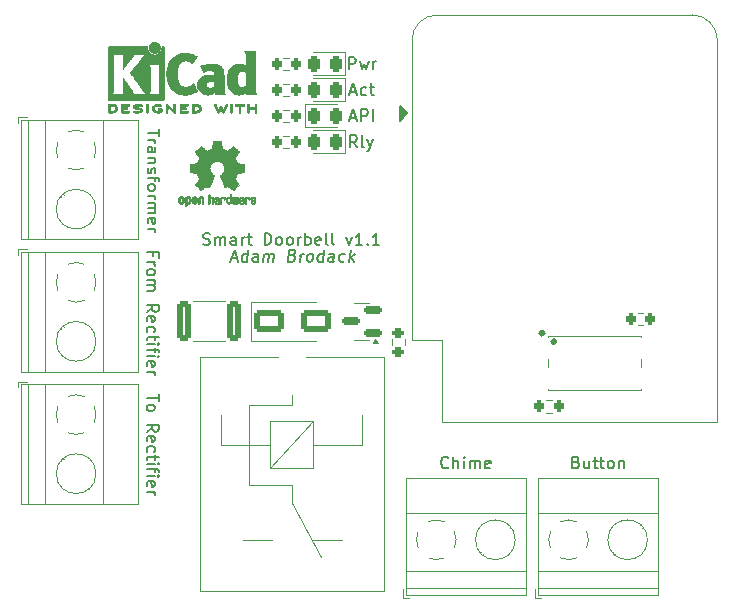
<source format=gbr>
%TF.GenerationSoftware,KiCad,Pcbnew,8.0.4-8.0.4-0~ubuntu22.04.1*%
%TF.CreationDate,2024-08-18T10:29:15-05:00*%
%TF.ProjectId,Doorbell with External ESP8266,446f6f72-6265-46c6-9c20-776974682045,v1.1*%
%TF.SameCoordinates,Original*%
%TF.FileFunction,Legend,Top*%
%TF.FilePolarity,Positive*%
%FSLAX46Y46*%
G04 Gerber Fmt 4.6, Leading zero omitted, Abs format (unit mm)*
G04 Created by KiCad (PCBNEW 8.0.4-8.0.4-0~ubuntu22.04.1) date 2024-08-18 10:29:15*
%MOMM*%
%LPD*%
G01*
G04 APERTURE LIST*
G04 Aperture macros list*
%AMRoundRect*
0 Rectangle with rounded corners*
0 $1 Rounding radius*
0 $2 $3 $4 $5 $6 $7 $8 $9 X,Y pos of 4 corners*
0 Add a 4 corners polygon primitive as box body*
4,1,4,$2,$3,$4,$5,$6,$7,$8,$9,$2,$3,0*
0 Add four circle primitives for the rounded corners*
1,1,$1+$1,$2,$3*
1,1,$1+$1,$4,$5*
1,1,$1+$1,$6,$7*
1,1,$1+$1,$8,$9*
0 Add four rect primitives between the rounded corners*
20,1,$1+$1,$2,$3,$4,$5,0*
20,1,$1+$1,$4,$5,$6,$7,0*
20,1,$1+$1,$6,$7,$8,$9,0*
20,1,$1+$1,$8,$9,$2,$3,0*%
G04 Aperture macros list end*
%ADD10C,0.153000*%
%ADD11C,0.120000*%
%ADD12C,0.010000*%
%ADD13C,0.150000*%
%ADD14C,0.100000*%
%ADD15C,0.300000*%
%ADD16RoundRect,0.200000X0.200000X0.275000X-0.200000X0.275000X-0.200000X-0.275000X0.200000X-0.275000X0*%
%ADD17C,3.000000*%
%ADD18RoundRect,0.243750X0.243750X0.456250X-0.243750X0.456250X-0.243750X-0.456250X0.243750X-0.456250X0*%
%ADD19RoundRect,0.250000X-0.312500X-1.450000X0.312500X-1.450000X0.312500X1.450000X-0.312500X1.450000X0*%
%ADD20R,2.600000X2.600000*%
%ADD21C,2.600000*%
%ADD22R,2.000000X2.000000*%
%ADD23O,2.000000X1.600000*%
%ADD24RoundRect,0.150000X0.587500X0.150000X-0.587500X0.150000X-0.587500X-0.150000X0.587500X-0.150000X0*%
%ADD25RoundRect,0.243750X-0.243750X-0.456250X0.243750X-0.456250X0.243750X0.456250X-0.243750X0.456250X0*%
%ADD26RoundRect,0.200000X-0.275000X0.200000X-0.275000X-0.200000X0.275000X-0.200000X0.275000X0.200000X0*%
%ADD27RoundRect,0.200000X-0.200000X-0.275000X0.200000X-0.275000X0.200000X0.275000X-0.200000X0.275000X0*%
%ADD28C,2.500000*%
%ADD29RoundRect,0.250000X-1.000000X-0.650000X1.000000X-0.650000X1.000000X0.650000X-1.000000X0.650000X0*%
%ADD30R,1.680000X1.710000*%
G04 APERTURE END LIST*
D10*
X49466666Y-31054663D02*
X49133333Y-30578472D01*
X48895238Y-31054663D02*
X48895238Y-30054663D01*
X48895238Y-30054663D02*
X49276190Y-30054663D01*
X49276190Y-30054663D02*
X49371428Y-30102282D01*
X49371428Y-30102282D02*
X49419047Y-30149901D01*
X49419047Y-30149901D02*
X49466666Y-30245139D01*
X49466666Y-30245139D02*
X49466666Y-30387996D01*
X49466666Y-30387996D02*
X49419047Y-30483234D01*
X49419047Y-30483234D02*
X49371428Y-30530853D01*
X49371428Y-30530853D02*
X49276190Y-30578472D01*
X49276190Y-30578472D02*
X48895238Y-30578472D01*
X50038095Y-31054663D02*
X49942857Y-31007044D01*
X49942857Y-31007044D02*
X49895238Y-30911805D01*
X49895238Y-30911805D02*
X49895238Y-30054663D01*
X50323810Y-30387996D02*
X50561905Y-31054663D01*
X50800000Y-30387996D02*
X50561905Y-31054663D01*
X50561905Y-31054663D02*
X50466667Y-31292758D01*
X50466667Y-31292758D02*
X50419048Y-31340377D01*
X50419048Y-31340377D02*
X50323810Y-31387996D01*
X57223809Y-58159424D02*
X57176190Y-58207044D01*
X57176190Y-58207044D02*
X57033333Y-58254663D01*
X57033333Y-58254663D02*
X56938095Y-58254663D01*
X56938095Y-58254663D02*
X56795238Y-58207044D01*
X56795238Y-58207044D02*
X56700000Y-58111805D01*
X56700000Y-58111805D02*
X56652381Y-58016567D01*
X56652381Y-58016567D02*
X56604762Y-57826091D01*
X56604762Y-57826091D02*
X56604762Y-57683234D01*
X56604762Y-57683234D02*
X56652381Y-57492758D01*
X56652381Y-57492758D02*
X56700000Y-57397520D01*
X56700000Y-57397520D02*
X56795238Y-57302282D01*
X56795238Y-57302282D02*
X56938095Y-57254663D01*
X56938095Y-57254663D02*
X57033333Y-57254663D01*
X57033333Y-57254663D02*
X57176190Y-57302282D01*
X57176190Y-57302282D02*
X57223809Y-57349901D01*
X57652381Y-58254663D02*
X57652381Y-57254663D01*
X58080952Y-58254663D02*
X58080952Y-57730853D01*
X58080952Y-57730853D02*
X58033333Y-57635615D01*
X58033333Y-57635615D02*
X57938095Y-57587996D01*
X57938095Y-57587996D02*
X57795238Y-57587996D01*
X57795238Y-57587996D02*
X57700000Y-57635615D01*
X57700000Y-57635615D02*
X57652381Y-57683234D01*
X58557143Y-58254663D02*
X58557143Y-57587996D01*
X58557143Y-57254663D02*
X58509524Y-57302282D01*
X58509524Y-57302282D02*
X58557143Y-57349901D01*
X58557143Y-57349901D02*
X58604762Y-57302282D01*
X58604762Y-57302282D02*
X58557143Y-57254663D01*
X58557143Y-57254663D02*
X58557143Y-57349901D01*
X59033333Y-58254663D02*
X59033333Y-57587996D01*
X59033333Y-57683234D02*
X59080952Y-57635615D01*
X59080952Y-57635615D02*
X59176190Y-57587996D01*
X59176190Y-57587996D02*
X59319047Y-57587996D01*
X59319047Y-57587996D02*
X59414285Y-57635615D01*
X59414285Y-57635615D02*
X59461904Y-57730853D01*
X59461904Y-57730853D02*
X59461904Y-58254663D01*
X59461904Y-57730853D02*
X59509523Y-57635615D01*
X59509523Y-57635615D02*
X59604761Y-57587996D01*
X59604761Y-57587996D02*
X59747618Y-57587996D01*
X59747618Y-57587996D02*
X59842857Y-57635615D01*
X59842857Y-57635615D02*
X59890476Y-57730853D01*
X59890476Y-57730853D02*
X59890476Y-58254663D01*
X60747618Y-58207044D02*
X60652380Y-58254663D01*
X60652380Y-58254663D02*
X60461904Y-58254663D01*
X60461904Y-58254663D02*
X60366666Y-58207044D01*
X60366666Y-58207044D02*
X60319047Y-58111805D01*
X60319047Y-58111805D02*
X60319047Y-57730853D01*
X60319047Y-57730853D02*
X60366666Y-57635615D01*
X60366666Y-57635615D02*
X60461904Y-57587996D01*
X60461904Y-57587996D02*
X60652380Y-57587996D01*
X60652380Y-57587996D02*
X60747618Y-57635615D01*
X60747618Y-57635615D02*
X60795237Y-57730853D01*
X60795237Y-57730853D02*
X60795237Y-57826091D01*
X60795237Y-57826091D02*
X60319047Y-57921329D01*
X48923810Y-28568948D02*
X49400000Y-28568948D01*
X48828572Y-28854663D02*
X49161905Y-27854663D01*
X49161905Y-27854663D02*
X49495238Y-28854663D01*
X49828572Y-28854663D02*
X49828572Y-27854663D01*
X49828572Y-27854663D02*
X50209524Y-27854663D01*
X50209524Y-27854663D02*
X50304762Y-27902282D01*
X50304762Y-27902282D02*
X50352381Y-27949901D01*
X50352381Y-27949901D02*
X50400000Y-28045139D01*
X50400000Y-28045139D02*
X50400000Y-28187996D01*
X50400000Y-28187996D02*
X50352381Y-28283234D01*
X50352381Y-28283234D02*
X50304762Y-28330853D01*
X50304762Y-28330853D02*
X50209524Y-28378472D01*
X50209524Y-28378472D02*
X49828572Y-28378472D01*
X50828572Y-28854663D02*
X50828572Y-27854663D01*
X68042856Y-57730853D02*
X68185713Y-57778472D01*
X68185713Y-57778472D02*
X68233332Y-57826091D01*
X68233332Y-57826091D02*
X68280951Y-57921329D01*
X68280951Y-57921329D02*
X68280951Y-58064186D01*
X68280951Y-58064186D02*
X68233332Y-58159424D01*
X68233332Y-58159424D02*
X68185713Y-58207044D01*
X68185713Y-58207044D02*
X68090475Y-58254663D01*
X68090475Y-58254663D02*
X67709523Y-58254663D01*
X67709523Y-58254663D02*
X67709523Y-57254663D01*
X67709523Y-57254663D02*
X68042856Y-57254663D01*
X68042856Y-57254663D02*
X68138094Y-57302282D01*
X68138094Y-57302282D02*
X68185713Y-57349901D01*
X68185713Y-57349901D02*
X68233332Y-57445139D01*
X68233332Y-57445139D02*
X68233332Y-57540377D01*
X68233332Y-57540377D02*
X68185713Y-57635615D01*
X68185713Y-57635615D02*
X68138094Y-57683234D01*
X68138094Y-57683234D02*
X68042856Y-57730853D01*
X68042856Y-57730853D02*
X67709523Y-57730853D01*
X69138094Y-57587996D02*
X69138094Y-58254663D01*
X68709523Y-57587996D02*
X68709523Y-58111805D01*
X68709523Y-58111805D02*
X68757142Y-58207044D01*
X68757142Y-58207044D02*
X68852380Y-58254663D01*
X68852380Y-58254663D02*
X68995237Y-58254663D01*
X68995237Y-58254663D02*
X69090475Y-58207044D01*
X69090475Y-58207044D02*
X69138094Y-58159424D01*
X69471428Y-57587996D02*
X69852380Y-57587996D01*
X69614285Y-57254663D02*
X69614285Y-58111805D01*
X69614285Y-58111805D02*
X69661904Y-58207044D01*
X69661904Y-58207044D02*
X69757142Y-58254663D01*
X69757142Y-58254663D02*
X69852380Y-58254663D01*
X70042857Y-57587996D02*
X70423809Y-57587996D01*
X70185714Y-57254663D02*
X70185714Y-58111805D01*
X70185714Y-58111805D02*
X70233333Y-58207044D01*
X70233333Y-58207044D02*
X70328571Y-58254663D01*
X70328571Y-58254663D02*
X70423809Y-58254663D01*
X70900000Y-58254663D02*
X70804762Y-58207044D01*
X70804762Y-58207044D02*
X70757143Y-58159424D01*
X70757143Y-58159424D02*
X70709524Y-58064186D01*
X70709524Y-58064186D02*
X70709524Y-57778472D01*
X70709524Y-57778472D02*
X70757143Y-57683234D01*
X70757143Y-57683234D02*
X70804762Y-57635615D01*
X70804762Y-57635615D02*
X70900000Y-57587996D01*
X70900000Y-57587996D02*
X71042857Y-57587996D01*
X71042857Y-57587996D02*
X71138095Y-57635615D01*
X71138095Y-57635615D02*
X71185714Y-57683234D01*
X71185714Y-57683234D02*
X71233333Y-57778472D01*
X71233333Y-57778472D02*
X71233333Y-58064186D01*
X71233333Y-58064186D02*
X71185714Y-58159424D01*
X71185714Y-58159424D02*
X71138095Y-58207044D01*
X71138095Y-58207044D02*
X71042857Y-58254663D01*
X71042857Y-58254663D02*
X70900000Y-58254663D01*
X71661905Y-57587996D02*
X71661905Y-58254663D01*
X71661905Y-57683234D02*
X71709524Y-57635615D01*
X71709524Y-57635615D02*
X71804762Y-57587996D01*
X71804762Y-57587996D02*
X71947619Y-57587996D01*
X71947619Y-57587996D02*
X72042857Y-57635615D01*
X72042857Y-57635615D02*
X72090476Y-57730853D01*
X72090476Y-57730853D02*
X72090476Y-58254663D01*
X48947619Y-26368948D02*
X49423809Y-26368948D01*
X48852381Y-26654663D02*
X49185714Y-25654663D01*
X49185714Y-25654663D02*
X49519047Y-26654663D01*
X50280952Y-26607044D02*
X50185714Y-26654663D01*
X50185714Y-26654663D02*
X49995238Y-26654663D01*
X49995238Y-26654663D02*
X49900000Y-26607044D01*
X49900000Y-26607044D02*
X49852381Y-26559424D01*
X49852381Y-26559424D02*
X49804762Y-26464186D01*
X49804762Y-26464186D02*
X49804762Y-26178472D01*
X49804762Y-26178472D02*
X49852381Y-26083234D01*
X49852381Y-26083234D02*
X49900000Y-26035615D01*
X49900000Y-26035615D02*
X49995238Y-25987996D01*
X49995238Y-25987996D02*
X50185714Y-25987996D01*
X50185714Y-25987996D02*
X50280952Y-26035615D01*
X50566667Y-25987996D02*
X50947619Y-25987996D01*
X50709524Y-25654663D02*
X50709524Y-26511805D01*
X50709524Y-26511805D02*
X50757143Y-26607044D01*
X50757143Y-26607044D02*
X50852381Y-26654663D01*
X50852381Y-26654663D02*
X50947619Y-26654663D01*
X48804762Y-24454663D02*
X48804762Y-23454663D01*
X48804762Y-23454663D02*
X49185714Y-23454663D01*
X49185714Y-23454663D02*
X49280952Y-23502282D01*
X49280952Y-23502282D02*
X49328571Y-23549901D01*
X49328571Y-23549901D02*
X49376190Y-23645139D01*
X49376190Y-23645139D02*
X49376190Y-23787996D01*
X49376190Y-23787996D02*
X49328571Y-23883234D01*
X49328571Y-23883234D02*
X49280952Y-23930853D01*
X49280952Y-23930853D02*
X49185714Y-23978472D01*
X49185714Y-23978472D02*
X48804762Y-23978472D01*
X49709524Y-23787996D02*
X49900000Y-24454663D01*
X49900000Y-24454663D02*
X50090476Y-23978472D01*
X50090476Y-23978472D02*
X50280952Y-24454663D01*
X50280952Y-24454663D02*
X50471428Y-23787996D01*
X50852381Y-24454663D02*
X50852381Y-23787996D01*
X50852381Y-23978472D02*
X50900000Y-23883234D01*
X50900000Y-23883234D02*
X50947619Y-23835615D01*
X50947619Y-23835615D02*
X51042857Y-23787996D01*
X51042857Y-23787996D02*
X51138095Y-23787996D01*
X36472618Y-39297044D02*
X36615475Y-39344663D01*
X36615475Y-39344663D02*
X36853570Y-39344663D01*
X36853570Y-39344663D02*
X36948808Y-39297044D01*
X36948808Y-39297044D02*
X36996427Y-39249424D01*
X36996427Y-39249424D02*
X37044046Y-39154186D01*
X37044046Y-39154186D02*
X37044046Y-39058948D01*
X37044046Y-39058948D02*
X36996427Y-38963710D01*
X36996427Y-38963710D02*
X36948808Y-38916091D01*
X36948808Y-38916091D02*
X36853570Y-38868472D01*
X36853570Y-38868472D02*
X36663094Y-38820853D01*
X36663094Y-38820853D02*
X36567856Y-38773234D01*
X36567856Y-38773234D02*
X36520237Y-38725615D01*
X36520237Y-38725615D02*
X36472618Y-38630377D01*
X36472618Y-38630377D02*
X36472618Y-38535139D01*
X36472618Y-38535139D02*
X36520237Y-38439901D01*
X36520237Y-38439901D02*
X36567856Y-38392282D01*
X36567856Y-38392282D02*
X36663094Y-38344663D01*
X36663094Y-38344663D02*
X36901189Y-38344663D01*
X36901189Y-38344663D02*
X37044046Y-38392282D01*
X37472618Y-39344663D02*
X37472618Y-38677996D01*
X37472618Y-38773234D02*
X37520237Y-38725615D01*
X37520237Y-38725615D02*
X37615475Y-38677996D01*
X37615475Y-38677996D02*
X37758332Y-38677996D01*
X37758332Y-38677996D02*
X37853570Y-38725615D01*
X37853570Y-38725615D02*
X37901189Y-38820853D01*
X37901189Y-38820853D02*
X37901189Y-39344663D01*
X37901189Y-38820853D02*
X37948808Y-38725615D01*
X37948808Y-38725615D02*
X38044046Y-38677996D01*
X38044046Y-38677996D02*
X38186903Y-38677996D01*
X38186903Y-38677996D02*
X38282142Y-38725615D01*
X38282142Y-38725615D02*
X38329761Y-38820853D01*
X38329761Y-38820853D02*
X38329761Y-39344663D01*
X39234522Y-39344663D02*
X39234522Y-38820853D01*
X39234522Y-38820853D02*
X39186903Y-38725615D01*
X39186903Y-38725615D02*
X39091665Y-38677996D01*
X39091665Y-38677996D02*
X38901189Y-38677996D01*
X38901189Y-38677996D02*
X38805951Y-38725615D01*
X39234522Y-39297044D02*
X39139284Y-39344663D01*
X39139284Y-39344663D02*
X38901189Y-39344663D01*
X38901189Y-39344663D02*
X38805951Y-39297044D01*
X38805951Y-39297044D02*
X38758332Y-39201805D01*
X38758332Y-39201805D02*
X38758332Y-39106567D01*
X38758332Y-39106567D02*
X38805951Y-39011329D01*
X38805951Y-39011329D02*
X38901189Y-38963710D01*
X38901189Y-38963710D02*
X39139284Y-38963710D01*
X39139284Y-38963710D02*
X39234522Y-38916091D01*
X39710713Y-39344663D02*
X39710713Y-38677996D01*
X39710713Y-38868472D02*
X39758332Y-38773234D01*
X39758332Y-38773234D02*
X39805951Y-38725615D01*
X39805951Y-38725615D02*
X39901189Y-38677996D01*
X39901189Y-38677996D02*
X39996427Y-38677996D01*
X40186904Y-38677996D02*
X40567856Y-38677996D01*
X40329761Y-38344663D02*
X40329761Y-39201805D01*
X40329761Y-39201805D02*
X40377380Y-39297044D01*
X40377380Y-39297044D02*
X40472618Y-39344663D01*
X40472618Y-39344663D02*
X40567856Y-39344663D01*
X41663095Y-39344663D02*
X41663095Y-38344663D01*
X41663095Y-38344663D02*
X41901190Y-38344663D01*
X41901190Y-38344663D02*
X42044047Y-38392282D01*
X42044047Y-38392282D02*
X42139285Y-38487520D01*
X42139285Y-38487520D02*
X42186904Y-38582758D01*
X42186904Y-38582758D02*
X42234523Y-38773234D01*
X42234523Y-38773234D02*
X42234523Y-38916091D01*
X42234523Y-38916091D02*
X42186904Y-39106567D01*
X42186904Y-39106567D02*
X42139285Y-39201805D01*
X42139285Y-39201805D02*
X42044047Y-39297044D01*
X42044047Y-39297044D02*
X41901190Y-39344663D01*
X41901190Y-39344663D02*
X41663095Y-39344663D01*
X42805952Y-39344663D02*
X42710714Y-39297044D01*
X42710714Y-39297044D02*
X42663095Y-39249424D01*
X42663095Y-39249424D02*
X42615476Y-39154186D01*
X42615476Y-39154186D02*
X42615476Y-38868472D01*
X42615476Y-38868472D02*
X42663095Y-38773234D01*
X42663095Y-38773234D02*
X42710714Y-38725615D01*
X42710714Y-38725615D02*
X42805952Y-38677996D01*
X42805952Y-38677996D02*
X42948809Y-38677996D01*
X42948809Y-38677996D02*
X43044047Y-38725615D01*
X43044047Y-38725615D02*
X43091666Y-38773234D01*
X43091666Y-38773234D02*
X43139285Y-38868472D01*
X43139285Y-38868472D02*
X43139285Y-39154186D01*
X43139285Y-39154186D02*
X43091666Y-39249424D01*
X43091666Y-39249424D02*
X43044047Y-39297044D01*
X43044047Y-39297044D02*
X42948809Y-39344663D01*
X42948809Y-39344663D02*
X42805952Y-39344663D01*
X43710714Y-39344663D02*
X43615476Y-39297044D01*
X43615476Y-39297044D02*
X43567857Y-39249424D01*
X43567857Y-39249424D02*
X43520238Y-39154186D01*
X43520238Y-39154186D02*
X43520238Y-38868472D01*
X43520238Y-38868472D02*
X43567857Y-38773234D01*
X43567857Y-38773234D02*
X43615476Y-38725615D01*
X43615476Y-38725615D02*
X43710714Y-38677996D01*
X43710714Y-38677996D02*
X43853571Y-38677996D01*
X43853571Y-38677996D02*
X43948809Y-38725615D01*
X43948809Y-38725615D02*
X43996428Y-38773234D01*
X43996428Y-38773234D02*
X44044047Y-38868472D01*
X44044047Y-38868472D02*
X44044047Y-39154186D01*
X44044047Y-39154186D02*
X43996428Y-39249424D01*
X43996428Y-39249424D02*
X43948809Y-39297044D01*
X43948809Y-39297044D02*
X43853571Y-39344663D01*
X43853571Y-39344663D02*
X43710714Y-39344663D01*
X44472619Y-39344663D02*
X44472619Y-38677996D01*
X44472619Y-38868472D02*
X44520238Y-38773234D01*
X44520238Y-38773234D02*
X44567857Y-38725615D01*
X44567857Y-38725615D02*
X44663095Y-38677996D01*
X44663095Y-38677996D02*
X44758333Y-38677996D01*
X45091667Y-39344663D02*
X45091667Y-38344663D01*
X45091667Y-38725615D02*
X45186905Y-38677996D01*
X45186905Y-38677996D02*
X45377381Y-38677996D01*
X45377381Y-38677996D02*
X45472619Y-38725615D01*
X45472619Y-38725615D02*
X45520238Y-38773234D01*
X45520238Y-38773234D02*
X45567857Y-38868472D01*
X45567857Y-38868472D02*
X45567857Y-39154186D01*
X45567857Y-39154186D02*
X45520238Y-39249424D01*
X45520238Y-39249424D02*
X45472619Y-39297044D01*
X45472619Y-39297044D02*
X45377381Y-39344663D01*
X45377381Y-39344663D02*
X45186905Y-39344663D01*
X45186905Y-39344663D02*
X45091667Y-39297044D01*
X46377381Y-39297044D02*
X46282143Y-39344663D01*
X46282143Y-39344663D02*
X46091667Y-39344663D01*
X46091667Y-39344663D02*
X45996429Y-39297044D01*
X45996429Y-39297044D02*
X45948810Y-39201805D01*
X45948810Y-39201805D02*
X45948810Y-38820853D01*
X45948810Y-38820853D02*
X45996429Y-38725615D01*
X45996429Y-38725615D02*
X46091667Y-38677996D01*
X46091667Y-38677996D02*
X46282143Y-38677996D01*
X46282143Y-38677996D02*
X46377381Y-38725615D01*
X46377381Y-38725615D02*
X46425000Y-38820853D01*
X46425000Y-38820853D02*
X46425000Y-38916091D01*
X46425000Y-38916091D02*
X45948810Y-39011329D01*
X46996429Y-39344663D02*
X46901191Y-39297044D01*
X46901191Y-39297044D02*
X46853572Y-39201805D01*
X46853572Y-39201805D02*
X46853572Y-38344663D01*
X47520239Y-39344663D02*
X47425001Y-39297044D01*
X47425001Y-39297044D02*
X47377382Y-39201805D01*
X47377382Y-39201805D02*
X47377382Y-38344663D01*
X48567859Y-38677996D02*
X48805954Y-39344663D01*
X48805954Y-39344663D02*
X49044049Y-38677996D01*
X49948811Y-39344663D02*
X49377383Y-39344663D01*
X49663097Y-39344663D02*
X49663097Y-38344663D01*
X49663097Y-38344663D02*
X49567859Y-38487520D01*
X49567859Y-38487520D02*
X49472621Y-38582758D01*
X49472621Y-38582758D02*
X49377383Y-38630377D01*
X50377383Y-39249424D02*
X50425002Y-39297044D01*
X50425002Y-39297044D02*
X50377383Y-39344663D01*
X50377383Y-39344663D02*
X50329764Y-39297044D01*
X50329764Y-39297044D02*
X50377383Y-39249424D01*
X50377383Y-39249424D02*
X50377383Y-39344663D01*
X51377382Y-39344663D02*
X50805954Y-39344663D01*
X51091668Y-39344663D02*
X51091668Y-38344663D01*
X51091668Y-38344663D02*
X50996430Y-38487520D01*
X50996430Y-38487520D02*
X50901192Y-38582758D01*
X50901192Y-38582758D02*
X50805954Y-38630377D01*
X32695336Y-51988095D02*
X32695336Y-52559523D01*
X31695336Y-52273809D02*
X32695336Y-52273809D01*
X31695336Y-53035714D02*
X31742956Y-52940476D01*
X31742956Y-52940476D02*
X31790575Y-52892857D01*
X31790575Y-52892857D02*
X31885813Y-52845238D01*
X31885813Y-52845238D02*
X32171527Y-52845238D01*
X32171527Y-52845238D02*
X32266765Y-52892857D01*
X32266765Y-52892857D02*
X32314384Y-52940476D01*
X32314384Y-52940476D02*
X32362003Y-53035714D01*
X32362003Y-53035714D02*
X32362003Y-53178571D01*
X32362003Y-53178571D02*
X32314384Y-53273809D01*
X32314384Y-53273809D02*
X32266765Y-53321428D01*
X32266765Y-53321428D02*
X32171527Y-53369047D01*
X32171527Y-53369047D02*
X31885813Y-53369047D01*
X31885813Y-53369047D02*
X31790575Y-53321428D01*
X31790575Y-53321428D02*
X31742956Y-53273809D01*
X31742956Y-53273809D02*
X31695336Y-53178571D01*
X31695336Y-53178571D02*
X31695336Y-53035714D01*
X31695336Y-55130952D02*
X32171527Y-54797619D01*
X31695336Y-54559524D02*
X32695336Y-54559524D01*
X32695336Y-54559524D02*
X32695336Y-54940476D01*
X32695336Y-54940476D02*
X32647717Y-55035714D01*
X32647717Y-55035714D02*
X32600098Y-55083333D01*
X32600098Y-55083333D02*
X32504860Y-55130952D01*
X32504860Y-55130952D02*
X32362003Y-55130952D01*
X32362003Y-55130952D02*
X32266765Y-55083333D01*
X32266765Y-55083333D02*
X32219146Y-55035714D01*
X32219146Y-55035714D02*
X32171527Y-54940476D01*
X32171527Y-54940476D02*
X32171527Y-54559524D01*
X31742956Y-55940476D02*
X31695336Y-55845238D01*
X31695336Y-55845238D02*
X31695336Y-55654762D01*
X31695336Y-55654762D02*
X31742956Y-55559524D01*
X31742956Y-55559524D02*
X31838194Y-55511905D01*
X31838194Y-55511905D02*
X32219146Y-55511905D01*
X32219146Y-55511905D02*
X32314384Y-55559524D01*
X32314384Y-55559524D02*
X32362003Y-55654762D01*
X32362003Y-55654762D02*
X32362003Y-55845238D01*
X32362003Y-55845238D02*
X32314384Y-55940476D01*
X32314384Y-55940476D02*
X32219146Y-55988095D01*
X32219146Y-55988095D02*
X32123908Y-55988095D01*
X32123908Y-55988095D02*
X32028670Y-55511905D01*
X31742956Y-56845238D02*
X31695336Y-56750000D01*
X31695336Y-56750000D02*
X31695336Y-56559524D01*
X31695336Y-56559524D02*
X31742956Y-56464286D01*
X31742956Y-56464286D02*
X31790575Y-56416667D01*
X31790575Y-56416667D02*
X31885813Y-56369048D01*
X31885813Y-56369048D02*
X32171527Y-56369048D01*
X32171527Y-56369048D02*
X32266765Y-56416667D01*
X32266765Y-56416667D02*
X32314384Y-56464286D01*
X32314384Y-56464286D02*
X32362003Y-56559524D01*
X32362003Y-56559524D02*
X32362003Y-56750000D01*
X32362003Y-56750000D02*
X32314384Y-56845238D01*
X32362003Y-57130953D02*
X32362003Y-57511905D01*
X32695336Y-57273810D02*
X31838194Y-57273810D01*
X31838194Y-57273810D02*
X31742956Y-57321429D01*
X31742956Y-57321429D02*
X31695336Y-57416667D01*
X31695336Y-57416667D02*
X31695336Y-57511905D01*
X31695336Y-57845239D02*
X32362003Y-57845239D01*
X32695336Y-57845239D02*
X32647717Y-57797620D01*
X32647717Y-57797620D02*
X32600098Y-57845239D01*
X32600098Y-57845239D02*
X32647717Y-57892858D01*
X32647717Y-57892858D02*
X32695336Y-57845239D01*
X32695336Y-57845239D02*
X32600098Y-57845239D01*
X32362003Y-58178572D02*
X32362003Y-58559524D01*
X31695336Y-58321429D02*
X32552479Y-58321429D01*
X32552479Y-58321429D02*
X32647717Y-58369048D01*
X32647717Y-58369048D02*
X32695336Y-58464286D01*
X32695336Y-58464286D02*
X32695336Y-58559524D01*
X31695336Y-58892858D02*
X32362003Y-58892858D01*
X32695336Y-58892858D02*
X32647717Y-58845239D01*
X32647717Y-58845239D02*
X32600098Y-58892858D01*
X32600098Y-58892858D02*
X32647717Y-58940477D01*
X32647717Y-58940477D02*
X32695336Y-58892858D01*
X32695336Y-58892858D02*
X32600098Y-58892858D01*
X31742956Y-59750000D02*
X31695336Y-59654762D01*
X31695336Y-59654762D02*
X31695336Y-59464286D01*
X31695336Y-59464286D02*
X31742956Y-59369048D01*
X31742956Y-59369048D02*
X31838194Y-59321429D01*
X31838194Y-59321429D02*
X32219146Y-59321429D01*
X32219146Y-59321429D02*
X32314384Y-59369048D01*
X32314384Y-59369048D02*
X32362003Y-59464286D01*
X32362003Y-59464286D02*
X32362003Y-59654762D01*
X32362003Y-59654762D02*
X32314384Y-59750000D01*
X32314384Y-59750000D02*
X32219146Y-59797619D01*
X32219146Y-59797619D02*
X32123908Y-59797619D01*
X32123908Y-59797619D02*
X32028670Y-59321429D01*
X31695336Y-60226191D02*
X32362003Y-60226191D01*
X32171527Y-60226191D02*
X32266765Y-60273810D01*
X32266765Y-60273810D02*
X32314384Y-60321429D01*
X32314384Y-60321429D02*
X32362003Y-60416667D01*
X32362003Y-60416667D02*
X32362003Y-60511905D01*
X38864285Y-40458948D02*
X39340475Y-40458948D01*
X38733332Y-40744663D02*
X39191666Y-39744663D01*
X39191666Y-39744663D02*
X39399999Y-40744663D01*
X40161904Y-40744663D02*
X40286904Y-39744663D01*
X40167856Y-40697044D02*
X40066666Y-40744663D01*
X40066666Y-40744663D02*
X39876190Y-40744663D01*
X39876190Y-40744663D02*
X39786904Y-40697044D01*
X39786904Y-40697044D02*
X39745237Y-40649424D01*
X39745237Y-40649424D02*
X39709523Y-40554186D01*
X39709523Y-40554186D02*
X39745237Y-40268472D01*
X39745237Y-40268472D02*
X39804761Y-40173234D01*
X39804761Y-40173234D02*
X39858332Y-40125615D01*
X39858332Y-40125615D02*
X39959523Y-40077996D01*
X39959523Y-40077996D02*
X40149999Y-40077996D01*
X40149999Y-40077996D02*
X40239285Y-40125615D01*
X41066666Y-40744663D02*
X41132142Y-40220853D01*
X41132142Y-40220853D02*
X41096428Y-40125615D01*
X41096428Y-40125615D02*
X41007142Y-40077996D01*
X41007142Y-40077996D02*
X40816666Y-40077996D01*
X40816666Y-40077996D02*
X40715475Y-40125615D01*
X41072618Y-40697044D02*
X40971428Y-40744663D01*
X40971428Y-40744663D02*
X40733332Y-40744663D01*
X40733332Y-40744663D02*
X40644047Y-40697044D01*
X40644047Y-40697044D02*
X40608332Y-40601805D01*
X40608332Y-40601805D02*
X40620237Y-40506567D01*
X40620237Y-40506567D02*
X40679761Y-40411329D01*
X40679761Y-40411329D02*
X40780952Y-40363710D01*
X40780952Y-40363710D02*
X41019047Y-40363710D01*
X41019047Y-40363710D02*
X41120237Y-40316091D01*
X41542856Y-40744663D02*
X41626190Y-40077996D01*
X41614285Y-40173234D02*
X41667856Y-40125615D01*
X41667856Y-40125615D02*
X41769047Y-40077996D01*
X41769047Y-40077996D02*
X41911904Y-40077996D01*
X41911904Y-40077996D02*
X42001190Y-40125615D01*
X42001190Y-40125615D02*
X42036904Y-40220853D01*
X42036904Y-40220853D02*
X41971428Y-40744663D01*
X42036904Y-40220853D02*
X42096428Y-40125615D01*
X42096428Y-40125615D02*
X42197618Y-40077996D01*
X42197618Y-40077996D02*
X42340475Y-40077996D01*
X42340475Y-40077996D02*
X42429761Y-40125615D01*
X42429761Y-40125615D02*
X42465475Y-40220853D01*
X42465475Y-40220853D02*
X42399999Y-40744663D01*
X44036904Y-40220853D02*
X44173809Y-40268472D01*
X44173809Y-40268472D02*
X44215475Y-40316091D01*
X44215475Y-40316091D02*
X44251190Y-40411329D01*
X44251190Y-40411329D02*
X44233332Y-40554186D01*
X44233332Y-40554186D02*
X44173809Y-40649424D01*
X44173809Y-40649424D02*
X44120237Y-40697044D01*
X44120237Y-40697044D02*
X44019047Y-40744663D01*
X44019047Y-40744663D02*
X43638094Y-40744663D01*
X43638094Y-40744663D02*
X43763094Y-39744663D01*
X43763094Y-39744663D02*
X44096428Y-39744663D01*
X44096428Y-39744663D02*
X44185713Y-39792282D01*
X44185713Y-39792282D02*
X44227380Y-39839901D01*
X44227380Y-39839901D02*
X44263094Y-39935139D01*
X44263094Y-39935139D02*
X44251190Y-40030377D01*
X44251190Y-40030377D02*
X44191666Y-40125615D01*
X44191666Y-40125615D02*
X44138094Y-40173234D01*
X44138094Y-40173234D02*
X44036904Y-40220853D01*
X44036904Y-40220853D02*
X43703571Y-40220853D01*
X44638094Y-40744663D02*
X44721428Y-40077996D01*
X44697618Y-40268472D02*
X44757142Y-40173234D01*
X44757142Y-40173234D02*
X44810713Y-40125615D01*
X44810713Y-40125615D02*
X44911904Y-40077996D01*
X44911904Y-40077996D02*
X45007142Y-40077996D01*
X45400000Y-40744663D02*
X45310714Y-40697044D01*
X45310714Y-40697044D02*
X45269047Y-40649424D01*
X45269047Y-40649424D02*
X45233333Y-40554186D01*
X45233333Y-40554186D02*
X45269047Y-40268472D01*
X45269047Y-40268472D02*
X45328571Y-40173234D01*
X45328571Y-40173234D02*
X45382142Y-40125615D01*
X45382142Y-40125615D02*
X45483333Y-40077996D01*
X45483333Y-40077996D02*
X45626190Y-40077996D01*
X45626190Y-40077996D02*
X45715476Y-40125615D01*
X45715476Y-40125615D02*
X45757142Y-40173234D01*
X45757142Y-40173234D02*
X45792857Y-40268472D01*
X45792857Y-40268472D02*
X45757142Y-40554186D01*
X45757142Y-40554186D02*
X45697619Y-40649424D01*
X45697619Y-40649424D02*
X45644047Y-40697044D01*
X45644047Y-40697044D02*
X45542857Y-40744663D01*
X45542857Y-40744663D02*
X45400000Y-40744663D01*
X46590476Y-40744663D02*
X46715476Y-39744663D01*
X46596428Y-40697044D02*
X46495238Y-40744663D01*
X46495238Y-40744663D02*
X46304762Y-40744663D01*
X46304762Y-40744663D02*
X46215476Y-40697044D01*
X46215476Y-40697044D02*
X46173809Y-40649424D01*
X46173809Y-40649424D02*
X46138095Y-40554186D01*
X46138095Y-40554186D02*
X46173809Y-40268472D01*
X46173809Y-40268472D02*
X46233333Y-40173234D01*
X46233333Y-40173234D02*
X46286904Y-40125615D01*
X46286904Y-40125615D02*
X46388095Y-40077996D01*
X46388095Y-40077996D02*
X46578571Y-40077996D01*
X46578571Y-40077996D02*
X46667857Y-40125615D01*
X47495238Y-40744663D02*
X47560714Y-40220853D01*
X47560714Y-40220853D02*
X47525000Y-40125615D01*
X47525000Y-40125615D02*
X47435714Y-40077996D01*
X47435714Y-40077996D02*
X47245238Y-40077996D01*
X47245238Y-40077996D02*
X47144047Y-40125615D01*
X47501190Y-40697044D02*
X47400000Y-40744663D01*
X47400000Y-40744663D02*
X47161904Y-40744663D01*
X47161904Y-40744663D02*
X47072619Y-40697044D01*
X47072619Y-40697044D02*
X47036904Y-40601805D01*
X47036904Y-40601805D02*
X47048809Y-40506567D01*
X47048809Y-40506567D02*
X47108333Y-40411329D01*
X47108333Y-40411329D02*
X47209524Y-40363710D01*
X47209524Y-40363710D02*
X47447619Y-40363710D01*
X47447619Y-40363710D02*
X47548809Y-40316091D01*
X48405952Y-40697044D02*
X48304762Y-40744663D01*
X48304762Y-40744663D02*
X48114286Y-40744663D01*
X48114286Y-40744663D02*
X48025000Y-40697044D01*
X48025000Y-40697044D02*
X47983333Y-40649424D01*
X47983333Y-40649424D02*
X47947619Y-40554186D01*
X47947619Y-40554186D02*
X47983333Y-40268472D01*
X47983333Y-40268472D02*
X48042857Y-40173234D01*
X48042857Y-40173234D02*
X48096428Y-40125615D01*
X48096428Y-40125615D02*
X48197619Y-40077996D01*
X48197619Y-40077996D02*
X48388095Y-40077996D01*
X48388095Y-40077996D02*
X48477381Y-40125615D01*
X48828571Y-40744663D02*
X48953571Y-39744663D01*
X48971429Y-40363710D02*
X49209524Y-40744663D01*
X49292857Y-40077996D02*
X48864286Y-40458948D01*
X32219146Y-40290475D02*
X32219146Y-39957142D01*
X31695336Y-39957142D02*
X32695336Y-39957142D01*
X32695336Y-39957142D02*
X32695336Y-40433332D01*
X31695336Y-40814285D02*
X32362003Y-40814285D01*
X32171527Y-40814285D02*
X32266765Y-40861904D01*
X32266765Y-40861904D02*
X32314384Y-40909523D01*
X32314384Y-40909523D02*
X32362003Y-41004761D01*
X32362003Y-41004761D02*
X32362003Y-41099999D01*
X31695336Y-41576190D02*
X31742956Y-41480952D01*
X31742956Y-41480952D02*
X31790575Y-41433333D01*
X31790575Y-41433333D02*
X31885813Y-41385714D01*
X31885813Y-41385714D02*
X32171527Y-41385714D01*
X32171527Y-41385714D02*
X32266765Y-41433333D01*
X32266765Y-41433333D02*
X32314384Y-41480952D01*
X32314384Y-41480952D02*
X32362003Y-41576190D01*
X32362003Y-41576190D02*
X32362003Y-41719047D01*
X32362003Y-41719047D02*
X32314384Y-41814285D01*
X32314384Y-41814285D02*
X32266765Y-41861904D01*
X32266765Y-41861904D02*
X32171527Y-41909523D01*
X32171527Y-41909523D02*
X31885813Y-41909523D01*
X31885813Y-41909523D02*
X31790575Y-41861904D01*
X31790575Y-41861904D02*
X31742956Y-41814285D01*
X31742956Y-41814285D02*
X31695336Y-41719047D01*
X31695336Y-41719047D02*
X31695336Y-41576190D01*
X31695336Y-42338095D02*
X32362003Y-42338095D01*
X32266765Y-42338095D02*
X32314384Y-42385714D01*
X32314384Y-42385714D02*
X32362003Y-42480952D01*
X32362003Y-42480952D02*
X32362003Y-42623809D01*
X32362003Y-42623809D02*
X32314384Y-42719047D01*
X32314384Y-42719047D02*
X32219146Y-42766666D01*
X32219146Y-42766666D02*
X31695336Y-42766666D01*
X32219146Y-42766666D02*
X32314384Y-42814285D01*
X32314384Y-42814285D02*
X32362003Y-42909523D01*
X32362003Y-42909523D02*
X32362003Y-43052380D01*
X32362003Y-43052380D02*
X32314384Y-43147619D01*
X32314384Y-43147619D02*
X32219146Y-43195238D01*
X32219146Y-43195238D02*
X31695336Y-43195238D01*
X31695336Y-45004761D02*
X32171527Y-44671428D01*
X31695336Y-44433333D02*
X32695336Y-44433333D01*
X32695336Y-44433333D02*
X32695336Y-44814285D01*
X32695336Y-44814285D02*
X32647717Y-44909523D01*
X32647717Y-44909523D02*
X32600098Y-44957142D01*
X32600098Y-44957142D02*
X32504860Y-45004761D01*
X32504860Y-45004761D02*
X32362003Y-45004761D01*
X32362003Y-45004761D02*
X32266765Y-44957142D01*
X32266765Y-44957142D02*
X32219146Y-44909523D01*
X32219146Y-44909523D02*
X32171527Y-44814285D01*
X32171527Y-44814285D02*
X32171527Y-44433333D01*
X31742956Y-45814285D02*
X31695336Y-45719047D01*
X31695336Y-45719047D02*
X31695336Y-45528571D01*
X31695336Y-45528571D02*
X31742956Y-45433333D01*
X31742956Y-45433333D02*
X31838194Y-45385714D01*
X31838194Y-45385714D02*
X32219146Y-45385714D01*
X32219146Y-45385714D02*
X32314384Y-45433333D01*
X32314384Y-45433333D02*
X32362003Y-45528571D01*
X32362003Y-45528571D02*
X32362003Y-45719047D01*
X32362003Y-45719047D02*
X32314384Y-45814285D01*
X32314384Y-45814285D02*
X32219146Y-45861904D01*
X32219146Y-45861904D02*
X32123908Y-45861904D01*
X32123908Y-45861904D02*
X32028670Y-45385714D01*
X31742956Y-46719047D02*
X31695336Y-46623809D01*
X31695336Y-46623809D02*
X31695336Y-46433333D01*
X31695336Y-46433333D02*
X31742956Y-46338095D01*
X31742956Y-46338095D02*
X31790575Y-46290476D01*
X31790575Y-46290476D02*
X31885813Y-46242857D01*
X31885813Y-46242857D02*
X32171527Y-46242857D01*
X32171527Y-46242857D02*
X32266765Y-46290476D01*
X32266765Y-46290476D02*
X32314384Y-46338095D01*
X32314384Y-46338095D02*
X32362003Y-46433333D01*
X32362003Y-46433333D02*
X32362003Y-46623809D01*
X32362003Y-46623809D02*
X32314384Y-46719047D01*
X32362003Y-47004762D02*
X32362003Y-47385714D01*
X32695336Y-47147619D02*
X31838194Y-47147619D01*
X31838194Y-47147619D02*
X31742956Y-47195238D01*
X31742956Y-47195238D02*
X31695336Y-47290476D01*
X31695336Y-47290476D02*
X31695336Y-47385714D01*
X31695336Y-47719048D02*
X32362003Y-47719048D01*
X32695336Y-47719048D02*
X32647717Y-47671429D01*
X32647717Y-47671429D02*
X32600098Y-47719048D01*
X32600098Y-47719048D02*
X32647717Y-47766667D01*
X32647717Y-47766667D02*
X32695336Y-47719048D01*
X32695336Y-47719048D02*
X32600098Y-47719048D01*
X32362003Y-48052381D02*
X32362003Y-48433333D01*
X31695336Y-48195238D02*
X32552479Y-48195238D01*
X32552479Y-48195238D02*
X32647717Y-48242857D01*
X32647717Y-48242857D02*
X32695336Y-48338095D01*
X32695336Y-48338095D02*
X32695336Y-48433333D01*
X31695336Y-48766667D02*
X32362003Y-48766667D01*
X32695336Y-48766667D02*
X32647717Y-48719048D01*
X32647717Y-48719048D02*
X32600098Y-48766667D01*
X32600098Y-48766667D02*
X32647717Y-48814286D01*
X32647717Y-48814286D02*
X32695336Y-48766667D01*
X32695336Y-48766667D02*
X32600098Y-48766667D01*
X31742956Y-49623809D02*
X31695336Y-49528571D01*
X31695336Y-49528571D02*
X31695336Y-49338095D01*
X31695336Y-49338095D02*
X31742956Y-49242857D01*
X31742956Y-49242857D02*
X31838194Y-49195238D01*
X31838194Y-49195238D02*
X32219146Y-49195238D01*
X32219146Y-49195238D02*
X32314384Y-49242857D01*
X32314384Y-49242857D02*
X32362003Y-49338095D01*
X32362003Y-49338095D02*
X32362003Y-49528571D01*
X32362003Y-49528571D02*
X32314384Y-49623809D01*
X32314384Y-49623809D02*
X32219146Y-49671428D01*
X32219146Y-49671428D02*
X32123908Y-49671428D01*
X32123908Y-49671428D02*
X32028670Y-49195238D01*
X31695336Y-50100000D02*
X32362003Y-50100000D01*
X32171527Y-50100000D02*
X32266765Y-50147619D01*
X32266765Y-50147619D02*
X32314384Y-50195238D01*
X32314384Y-50195238D02*
X32362003Y-50290476D01*
X32362003Y-50290476D02*
X32362003Y-50385714D01*
X32750336Y-29542856D02*
X32750336Y-30114284D01*
X31750336Y-29828570D02*
X32750336Y-29828570D01*
X31750336Y-30447618D02*
X32417003Y-30447618D01*
X32226527Y-30447618D02*
X32321765Y-30495237D01*
X32321765Y-30495237D02*
X32369384Y-30542856D01*
X32369384Y-30542856D02*
X32417003Y-30638094D01*
X32417003Y-30638094D02*
X32417003Y-30733332D01*
X31750336Y-31495237D02*
X32274146Y-31495237D01*
X32274146Y-31495237D02*
X32369384Y-31447618D01*
X32369384Y-31447618D02*
X32417003Y-31352380D01*
X32417003Y-31352380D02*
X32417003Y-31161904D01*
X32417003Y-31161904D02*
X32369384Y-31066666D01*
X31797956Y-31495237D02*
X31750336Y-31399999D01*
X31750336Y-31399999D02*
X31750336Y-31161904D01*
X31750336Y-31161904D02*
X31797956Y-31066666D01*
X31797956Y-31066666D02*
X31893194Y-31019047D01*
X31893194Y-31019047D02*
X31988432Y-31019047D01*
X31988432Y-31019047D02*
X32083670Y-31066666D01*
X32083670Y-31066666D02*
X32131289Y-31161904D01*
X32131289Y-31161904D02*
X32131289Y-31399999D01*
X32131289Y-31399999D02*
X32178908Y-31495237D01*
X32417003Y-31971428D02*
X31750336Y-31971428D01*
X32321765Y-31971428D02*
X32369384Y-32019047D01*
X32369384Y-32019047D02*
X32417003Y-32114285D01*
X32417003Y-32114285D02*
X32417003Y-32257142D01*
X32417003Y-32257142D02*
X32369384Y-32352380D01*
X32369384Y-32352380D02*
X32274146Y-32399999D01*
X32274146Y-32399999D02*
X31750336Y-32399999D01*
X31797956Y-32828571D02*
X31750336Y-32923809D01*
X31750336Y-32923809D02*
X31750336Y-33114285D01*
X31750336Y-33114285D02*
X31797956Y-33209523D01*
X31797956Y-33209523D02*
X31893194Y-33257142D01*
X31893194Y-33257142D02*
X31940813Y-33257142D01*
X31940813Y-33257142D02*
X32036051Y-33209523D01*
X32036051Y-33209523D02*
X32083670Y-33114285D01*
X32083670Y-33114285D02*
X32083670Y-32971428D01*
X32083670Y-32971428D02*
X32131289Y-32876190D01*
X32131289Y-32876190D02*
X32226527Y-32828571D01*
X32226527Y-32828571D02*
X32274146Y-32828571D01*
X32274146Y-32828571D02*
X32369384Y-32876190D01*
X32369384Y-32876190D02*
X32417003Y-32971428D01*
X32417003Y-32971428D02*
X32417003Y-33114285D01*
X32417003Y-33114285D02*
X32369384Y-33209523D01*
X32417003Y-33542857D02*
X32417003Y-33923809D01*
X31750336Y-33685714D02*
X32607479Y-33685714D01*
X32607479Y-33685714D02*
X32702717Y-33733333D01*
X32702717Y-33733333D02*
X32750336Y-33828571D01*
X32750336Y-33828571D02*
X32750336Y-33923809D01*
X31750336Y-34400000D02*
X31797956Y-34304762D01*
X31797956Y-34304762D02*
X31845575Y-34257143D01*
X31845575Y-34257143D02*
X31940813Y-34209524D01*
X31940813Y-34209524D02*
X32226527Y-34209524D01*
X32226527Y-34209524D02*
X32321765Y-34257143D01*
X32321765Y-34257143D02*
X32369384Y-34304762D01*
X32369384Y-34304762D02*
X32417003Y-34400000D01*
X32417003Y-34400000D02*
X32417003Y-34542857D01*
X32417003Y-34542857D02*
X32369384Y-34638095D01*
X32369384Y-34638095D02*
X32321765Y-34685714D01*
X32321765Y-34685714D02*
X32226527Y-34733333D01*
X32226527Y-34733333D02*
X31940813Y-34733333D01*
X31940813Y-34733333D02*
X31845575Y-34685714D01*
X31845575Y-34685714D02*
X31797956Y-34638095D01*
X31797956Y-34638095D02*
X31750336Y-34542857D01*
X31750336Y-34542857D02*
X31750336Y-34400000D01*
X31750336Y-35161905D02*
X32417003Y-35161905D01*
X32226527Y-35161905D02*
X32321765Y-35209524D01*
X32321765Y-35209524D02*
X32369384Y-35257143D01*
X32369384Y-35257143D02*
X32417003Y-35352381D01*
X32417003Y-35352381D02*
X32417003Y-35447619D01*
X31750336Y-35780953D02*
X32417003Y-35780953D01*
X32321765Y-35780953D02*
X32369384Y-35828572D01*
X32369384Y-35828572D02*
X32417003Y-35923810D01*
X32417003Y-35923810D02*
X32417003Y-36066667D01*
X32417003Y-36066667D02*
X32369384Y-36161905D01*
X32369384Y-36161905D02*
X32274146Y-36209524D01*
X32274146Y-36209524D02*
X31750336Y-36209524D01*
X32274146Y-36209524D02*
X32369384Y-36257143D01*
X32369384Y-36257143D02*
X32417003Y-36352381D01*
X32417003Y-36352381D02*
X32417003Y-36495238D01*
X32417003Y-36495238D02*
X32369384Y-36590477D01*
X32369384Y-36590477D02*
X32274146Y-36638096D01*
X32274146Y-36638096D02*
X31750336Y-36638096D01*
X31797956Y-37495238D02*
X31750336Y-37400000D01*
X31750336Y-37400000D02*
X31750336Y-37209524D01*
X31750336Y-37209524D02*
X31797956Y-37114286D01*
X31797956Y-37114286D02*
X31893194Y-37066667D01*
X31893194Y-37066667D02*
X32274146Y-37066667D01*
X32274146Y-37066667D02*
X32369384Y-37114286D01*
X32369384Y-37114286D02*
X32417003Y-37209524D01*
X32417003Y-37209524D02*
X32417003Y-37400000D01*
X32417003Y-37400000D02*
X32369384Y-37495238D01*
X32369384Y-37495238D02*
X32274146Y-37542857D01*
X32274146Y-37542857D02*
X32178908Y-37542857D01*
X32178908Y-37542857D02*
X32083670Y-37066667D01*
X31750336Y-37971429D02*
X32417003Y-37971429D01*
X32226527Y-37971429D02*
X32321765Y-38019048D01*
X32321765Y-38019048D02*
X32369384Y-38066667D01*
X32369384Y-38066667D02*
X32417003Y-38161905D01*
X32417003Y-38161905D02*
X32417003Y-38257143D01*
D11*
%TO.C,R101*%
X43737258Y-23477500D02*
X43262742Y-23477500D01*
X43737258Y-24522500D02*
X43262742Y-24522500D01*
%TO.C,R104*%
X43737258Y-30077500D02*
X43262742Y-30077500D01*
X43737258Y-31122500D02*
X43262742Y-31122500D01*
%TO.C,D104*%
X45800000Y-31560000D02*
X48485000Y-31560000D01*
X48485000Y-29640000D02*
X45800000Y-29640000D01*
X48485000Y-31560000D02*
X48485000Y-29640000D01*
%TO.C,F101*%
X35576248Y-44090000D02*
X38348752Y-44090000D01*
X35576248Y-47510000D02*
X38348752Y-47510000D01*
%TO.C,J102*%
X20805000Y-39700000D02*
X20805000Y-40200000D01*
X21045000Y-39940000D02*
X21045000Y-50060000D01*
X21545000Y-39700000D02*
X20805000Y-39700000D01*
X21605000Y-39940000D02*
X21605000Y-50060000D01*
X23105000Y-39940000D02*
X23105000Y-50060000D01*
X24466000Y-46466000D02*
X24431000Y-46431000D01*
X24682000Y-46273000D02*
X24636000Y-46226000D01*
X26774000Y-48775000D02*
X26728000Y-48728000D01*
X26980000Y-48570000D02*
X26944000Y-48535000D01*
X28006000Y-39940000D02*
X28006000Y-50060000D01*
X30966000Y-39940000D02*
X21045000Y-39940000D01*
X30966000Y-39940000D02*
X30966000Y-50060000D01*
X30966000Y-50060000D02*
X21045000Y-50060000D01*
X24024747Y-42528805D02*
G75*
G02*
X24170000Y-41816000I1680254J28806D01*
G01*
X24170244Y-43183318D02*
G75*
G02*
X24025000Y-42500000I1534756J683318D01*
G01*
X25021958Y-40964573D02*
G75*
G02*
X26389000Y-40965000I683041J-1535420D01*
G01*
X26388042Y-44035427D02*
G75*
G02*
X25021000Y-44035000I-683042J1535427D01*
G01*
X27240427Y-41816958D02*
G75*
G02*
X27240000Y-43184000I-1535420J-683041D01*
G01*
X27385000Y-47500000D02*
G75*
G02*
X24025000Y-47500000I-1680000J0D01*
G01*
X24025000Y-47500000D02*
G75*
G02*
X27385000Y-47500000I1680000J0D01*
G01*
%TO.C,J105*%
X64600000Y-68460000D02*
X64600000Y-69200000D01*
X64600000Y-69200000D02*
X65100000Y-69200000D01*
X64840000Y-59039000D02*
X64840000Y-68960000D01*
X64840000Y-59039000D02*
X74960000Y-59039000D01*
X64840000Y-61999000D02*
X74960000Y-61999000D01*
X64840000Y-66900000D02*
X74960000Y-66900000D01*
X64840000Y-68400000D02*
X74960000Y-68400000D01*
X64840000Y-68960000D02*
X74960000Y-68960000D01*
X71173000Y-65323000D02*
X71126000Y-65369000D01*
X71366000Y-65539000D02*
X71331000Y-65574000D01*
X73470000Y-63025000D02*
X73435000Y-63061000D01*
X73675000Y-63231000D02*
X73628000Y-63277000D01*
X74960000Y-59039000D02*
X74960000Y-68960000D01*
X65864573Y-64983042D02*
G75*
G02*
X65865000Y-63616000I1535420J683041D01*
G01*
X66716958Y-62764573D02*
G75*
G02*
X68084000Y-62765000I683041J-1535420D01*
G01*
X67428805Y-65980253D02*
G75*
G02*
X66716000Y-65835000I-28806J1680254D01*
G01*
X68083318Y-65834756D02*
G75*
G02*
X67400000Y-65980000I-683318J1534756D01*
G01*
X68935427Y-63616958D02*
G75*
G02*
X68935000Y-64984000I-1535427J-683042D01*
G01*
X74080000Y-64300000D02*
G75*
G02*
X70720000Y-64300000I-1680000J0D01*
G01*
X70720000Y-64300000D02*
G75*
G02*
X74080000Y-64300000I1680000J0D01*
G01*
D12*
%TO.C,REF\u002A\u002A*%
X38863614Y-27400877D02*
X38887327Y-27415647D01*
X38913978Y-27437227D01*
X38913978Y-27758773D01*
X38913893Y-27852830D01*
X38913529Y-27926932D01*
X38912724Y-27983704D01*
X38911313Y-28025768D01*
X38909133Y-28055748D01*
X38906021Y-28076267D01*
X38901814Y-28089949D01*
X38896348Y-28099416D01*
X38892472Y-28104082D01*
X38861034Y-28124575D01*
X38825233Y-28123739D01*
X38793873Y-28106264D01*
X38767222Y-28084684D01*
X38767222Y-27437227D01*
X38793873Y-27415647D01*
X38819594Y-27399949D01*
X38840600Y-27394067D01*
X38863614Y-27400877D01*
G36*
X38863614Y-27400877D02*
G01*
X38887327Y-27415647D01*
X38913978Y-27437227D01*
X38913978Y-27758773D01*
X38913893Y-27852830D01*
X38913529Y-27926932D01*
X38912724Y-27983704D01*
X38911313Y-28025768D01*
X38909133Y-28055748D01*
X38906021Y-28076267D01*
X38901814Y-28089949D01*
X38896348Y-28099416D01*
X38892472Y-28104082D01*
X38861034Y-28124575D01*
X38825233Y-28123739D01*
X38793873Y-28106264D01*
X38767222Y-28084684D01*
X38767222Y-27437227D01*
X38793873Y-27415647D01*
X38819594Y-27399949D01*
X38840600Y-27394067D01*
X38863614Y-27400877D01*
G37*
X31751178Y-27416645D02*
X31757758Y-27424218D01*
X31762921Y-27433987D01*
X31766836Y-27448571D01*
X31769676Y-27470585D01*
X31771613Y-27502648D01*
X31772817Y-27547375D01*
X31773461Y-27607385D01*
X31773716Y-27685294D01*
X31773755Y-27760956D01*
X31773686Y-27854802D01*
X31773362Y-27928689D01*
X31772614Y-27985232D01*
X31771268Y-28027049D01*
X31769154Y-28056757D01*
X31766100Y-28076973D01*
X31761934Y-28090314D01*
X31756484Y-28099398D01*
X31751178Y-28105267D01*
X31718174Y-28124947D01*
X31683009Y-28123181D01*
X31651545Y-28101717D01*
X31644316Y-28093337D01*
X31638666Y-28083614D01*
X31634401Y-28069861D01*
X31631327Y-28049389D01*
X31629248Y-28019512D01*
X31627970Y-27977541D01*
X31627299Y-27920789D01*
X31627041Y-27846567D01*
X31627000Y-27762537D01*
X31627000Y-27449485D01*
X31654709Y-27421776D01*
X31688863Y-27398463D01*
X31721994Y-27397623D01*
X31751178Y-27416645D01*
G36*
X31751178Y-27416645D02*
G01*
X31757758Y-27424218D01*
X31762921Y-27433987D01*
X31766836Y-27448571D01*
X31769676Y-27470585D01*
X31771613Y-27502648D01*
X31772817Y-27547375D01*
X31773461Y-27607385D01*
X31773716Y-27685294D01*
X31773755Y-27760956D01*
X31773686Y-27854802D01*
X31773362Y-27928689D01*
X31772614Y-27985232D01*
X31771268Y-28027049D01*
X31769154Y-28056757D01*
X31766100Y-28076973D01*
X31761934Y-28090314D01*
X31756484Y-28099398D01*
X31751178Y-28105267D01*
X31718174Y-28124947D01*
X31683009Y-28123181D01*
X31651545Y-28101717D01*
X31644316Y-28093337D01*
X31638666Y-28083614D01*
X31634401Y-28069861D01*
X31631327Y-28049389D01*
X31629248Y-28019512D01*
X31627970Y-27977541D01*
X31627299Y-27920789D01*
X31627041Y-27846567D01*
X31627000Y-27762537D01*
X31627000Y-27449485D01*
X31654709Y-27421776D01*
X31688863Y-27398463D01*
X31721994Y-27397623D01*
X31751178Y-27416645D01*
G37*
X32401957Y-22151571D02*
X32498232Y-22175809D01*
X32584816Y-22218641D01*
X32659627Y-22278419D01*
X32720582Y-22353494D01*
X32765601Y-22442220D01*
X32791864Y-22538530D01*
X32797714Y-22635795D01*
X32782860Y-22729654D01*
X32749160Y-22817511D01*
X32698472Y-22896770D01*
X32632655Y-22964836D01*
X32553566Y-23019112D01*
X32463066Y-23057002D01*
X32411800Y-23069426D01*
X32367302Y-23076947D01*
X32333001Y-23079919D01*
X32300040Y-23078094D01*
X32259566Y-23071225D01*
X32226469Y-23064250D01*
X32133053Y-23032741D01*
X32049381Y-22981617D01*
X31977335Y-22912429D01*
X31918800Y-22826728D01*
X31904852Y-22799489D01*
X31888414Y-22763122D01*
X31878106Y-22732582D01*
X31872540Y-22700450D01*
X31870331Y-22659307D01*
X31870052Y-22613222D01*
X31874139Y-22528865D01*
X31887554Y-22459586D01*
X31912744Y-22398961D01*
X31952154Y-22340567D01*
X31990702Y-22296302D01*
X32062594Y-22230484D01*
X32137687Y-22185053D01*
X32220438Y-22157850D01*
X32298072Y-22147576D01*
X32401957Y-22151571D01*
G36*
X32401957Y-22151571D02*
G01*
X32498232Y-22175809D01*
X32584816Y-22218641D01*
X32659627Y-22278419D01*
X32720582Y-22353494D01*
X32765601Y-22442220D01*
X32791864Y-22538530D01*
X32797714Y-22635795D01*
X32782860Y-22729654D01*
X32749160Y-22817511D01*
X32698472Y-22896770D01*
X32632655Y-22964836D01*
X32553566Y-23019112D01*
X32463066Y-23057002D01*
X32411800Y-23069426D01*
X32367302Y-23076947D01*
X32333001Y-23079919D01*
X32300040Y-23078094D01*
X32259566Y-23071225D01*
X32226469Y-23064250D01*
X32133053Y-23032741D01*
X32049381Y-22981617D01*
X31977335Y-22912429D01*
X31918800Y-22826728D01*
X31904852Y-22799489D01*
X31888414Y-22763122D01*
X31878106Y-22732582D01*
X31872540Y-22700450D01*
X31870331Y-22659307D01*
X31870052Y-22613222D01*
X31874139Y-22528865D01*
X31887554Y-22459586D01*
X31912744Y-22398961D01*
X31952154Y-22340567D01*
X31990702Y-22296302D01*
X32062594Y-22230484D01*
X32137687Y-22185053D01*
X32220438Y-22157850D01*
X32298072Y-22147576D01*
X32401957Y-22151571D01*
G37*
X39638065Y-27394163D02*
X39716772Y-27394542D01*
X39777863Y-27395333D01*
X39823817Y-27396670D01*
X39857114Y-27398683D01*
X39880236Y-27401506D01*
X39895662Y-27405269D01*
X39905871Y-27410105D01*
X39910813Y-27413822D01*
X39936457Y-27446358D01*
X39939559Y-27480138D01*
X39923711Y-27510826D01*
X39913348Y-27523089D01*
X39902196Y-27531450D01*
X39886035Y-27536657D01*
X39860642Y-27539457D01*
X39821798Y-27540596D01*
X39765280Y-27540821D01*
X39754180Y-27540822D01*
X39608244Y-27540822D01*
X39608244Y-27811756D01*
X39608148Y-27897154D01*
X39607711Y-27962864D01*
X39606712Y-28011774D01*
X39604928Y-28046773D01*
X39602137Y-28070749D01*
X39598117Y-28086593D01*
X39592645Y-28097191D01*
X39585666Y-28105267D01*
X39552734Y-28125112D01*
X39518354Y-28123548D01*
X39487176Y-28100906D01*
X39484886Y-28098100D01*
X39477429Y-28087492D01*
X39471747Y-28075081D01*
X39467601Y-28057850D01*
X39464750Y-28032784D01*
X39462954Y-27996867D01*
X39461972Y-27947083D01*
X39461564Y-27880417D01*
X39461489Y-27804589D01*
X39461489Y-27540822D01*
X39322127Y-27540822D01*
X39262322Y-27540418D01*
X39220918Y-27538840D01*
X39193748Y-27535547D01*
X39176646Y-27529992D01*
X39165443Y-27521631D01*
X39164083Y-27520178D01*
X39147725Y-27486939D01*
X39149172Y-27449362D01*
X39167978Y-27416645D01*
X39175250Y-27410298D01*
X39184627Y-27405266D01*
X39198609Y-27401396D01*
X39219696Y-27398537D01*
X39250389Y-27396535D01*
X39293189Y-27395239D01*
X39350595Y-27394498D01*
X39425110Y-27394158D01*
X39519233Y-27394068D01*
X39539260Y-27394067D01*
X39638065Y-27394163D01*
G36*
X39638065Y-27394163D02*
G01*
X39716772Y-27394542D01*
X39777863Y-27395333D01*
X39823817Y-27396670D01*
X39857114Y-27398683D01*
X39880236Y-27401506D01*
X39895662Y-27405269D01*
X39905871Y-27410105D01*
X39910813Y-27413822D01*
X39936457Y-27446358D01*
X39939559Y-27480138D01*
X39923711Y-27510826D01*
X39913348Y-27523089D01*
X39902196Y-27531450D01*
X39886035Y-27536657D01*
X39860642Y-27539457D01*
X39821798Y-27540596D01*
X39765280Y-27540821D01*
X39754180Y-27540822D01*
X39608244Y-27540822D01*
X39608244Y-27811756D01*
X39608148Y-27897154D01*
X39607711Y-27962864D01*
X39606712Y-28011774D01*
X39604928Y-28046773D01*
X39602137Y-28070749D01*
X39598117Y-28086593D01*
X39592645Y-28097191D01*
X39585666Y-28105267D01*
X39552734Y-28125112D01*
X39518354Y-28123548D01*
X39487176Y-28100906D01*
X39484886Y-28098100D01*
X39477429Y-28087492D01*
X39471747Y-28075081D01*
X39467601Y-28057850D01*
X39464750Y-28032784D01*
X39462954Y-27996867D01*
X39461972Y-27947083D01*
X39461564Y-27880417D01*
X39461489Y-27804589D01*
X39461489Y-27540822D01*
X39322127Y-27540822D01*
X39262322Y-27540418D01*
X39220918Y-27538840D01*
X39193748Y-27535547D01*
X39176646Y-27529992D01*
X39165443Y-27521631D01*
X39164083Y-27520178D01*
X39147725Y-27486939D01*
X39149172Y-27449362D01*
X39167978Y-27416645D01*
X39175250Y-27410298D01*
X39184627Y-27405266D01*
X39198609Y-27401396D01*
X39219696Y-27398537D01*
X39250389Y-27396535D01*
X39293189Y-27395239D01*
X39350595Y-27394498D01*
X39425110Y-27394158D01*
X39519233Y-27394068D01*
X39539260Y-27394067D01*
X39638065Y-27394163D01*
G37*
X40903823Y-27399533D02*
X40935202Y-27421776D01*
X40962911Y-27449485D01*
X40962911Y-27758920D01*
X40962838Y-27850799D01*
X40962495Y-27922840D01*
X40961692Y-27977780D01*
X40960241Y-28018360D01*
X40957952Y-28047317D01*
X40954636Y-28067391D01*
X40950105Y-28081321D01*
X40944169Y-28091845D01*
X40939514Y-28098100D01*
X40908783Y-28122673D01*
X40873496Y-28125341D01*
X40841245Y-28110271D01*
X40830588Y-28101374D01*
X40823464Y-28089557D01*
X40819167Y-28070526D01*
X40816991Y-28039992D01*
X40816228Y-27993662D01*
X40816155Y-27957871D01*
X40816155Y-27823045D01*
X40319444Y-27823045D01*
X40319444Y-27945700D01*
X40318931Y-28001787D01*
X40316876Y-28040333D01*
X40312508Y-28066361D01*
X40305056Y-28084897D01*
X40296047Y-28098100D01*
X40265144Y-28122604D01*
X40230196Y-28125506D01*
X40196738Y-28108089D01*
X40187604Y-28098959D01*
X40181152Y-28086855D01*
X40176897Y-28068001D01*
X40174352Y-28038620D01*
X40173029Y-27994937D01*
X40172443Y-27933175D01*
X40172375Y-27919000D01*
X40171891Y-27802631D01*
X40171641Y-27706727D01*
X40171723Y-27629177D01*
X40172231Y-27567869D01*
X40173262Y-27520690D01*
X40174913Y-27485530D01*
X40177279Y-27460276D01*
X40180457Y-27442817D01*
X40184544Y-27431041D01*
X40189634Y-27422835D01*
X40195266Y-27416645D01*
X40227128Y-27396844D01*
X40260357Y-27399533D01*
X40291735Y-27421776D01*
X40304433Y-27436126D01*
X40312526Y-27451978D01*
X40317042Y-27474554D01*
X40319006Y-27509078D01*
X40319444Y-27560776D01*
X40319444Y-27676289D01*
X40816155Y-27676289D01*
X40816155Y-27557756D01*
X40816662Y-27503148D01*
X40818698Y-27466275D01*
X40823035Y-27442307D01*
X40830447Y-27426415D01*
X40838733Y-27416645D01*
X40870594Y-27396844D01*
X40903823Y-27399533D01*
G36*
X40903823Y-27399533D02*
G01*
X40935202Y-27421776D01*
X40962911Y-27449485D01*
X40962911Y-27758920D01*
X40962838Y-27850799D01*
X40962495Y-27922840D01*
X40961692Y-27977780D01*
X40960241Y-28018360D01*
X40957952Y-28047317D01*
X40954636Y-28067391D01*
X40950105Y-28081321D01*
X40944169Y-28091845D01*
X40939514Y-28098100D01*
X40908783Y-28122673D01*
X40873496Y-28125341D01*
X40841245Y-28110271D01*
X40830588Y-28101374D01*
X40823464Y-28089557D01*
X40819167Y-28070526D01*
X40816991Y-28039992D01*
X40816228Y-27993662D01*
X40816155Y-27957871D01*
X40816155Y-27823045D01*
X40319444Y-27823045D01*
X40319444Y-27945700D01*
X40318931Y-28001787D01*
X40316876Y-28040333D01*
X40312508Y-28066361D01*
X40305056Y-28084897D01*
X40296047Y-28098100D01*
X40265144Y-28122604D01*
X40230196Y-28125506D01*
X40196738Y-28108089D01*
X40187604Y-28098959D01*
X40181152Y-28086855D01*
X40176897Y-28068001D01*
X40174352Y-28038620D01*
X40173029Y-27994937D01*
X40172443Y-27933175D01*
X40172375Y-27919000D01*
X40171891Y-27802631D01*
X40171641Y-27706727D01*
X40171723Y-27629177D01*
X40172231Y-27567869D01*
X40173262Y-27520690D01*
X40174913Y-27485530D01*
X40177279Y-27460276D01*
X40180457Y-27442817D01*
X40184544Y-27431041D01*
X40189634Y-27422835D01*
X40195266Y-27416645D01*
X40227128Y-27396844D01*
X40260357Y-27399533D01*
X40291735Y-27421776D01*
X40304433Y-27436126D01*
X40312526Y-27451978D01*
X40317042Y-27474554D01*
X40319006Y-27509078D01*
X40319444Y-27560776D01*
X40319444Y-27676289D01*
X40816155Y-27676289D01*
X40816155Y-27557756D01*
X40816662Y-27503148D01*
X40818698Y-27466275D01*
X40823035Y-27442307D01*
X40830447Y-27426415D01*
X40838733Y-27416645D01*
X40870594Y-27396844D01*
X40903823Y-27399533D01*
G37*
X35693309Y-27394275D02*
X35822288Y-27398636D01*
X35931991Y-27411861D01*
X36024226Y-27434741D01*
X36100802Y-27468070D01*
X36163527Y-27512638D01*
X36214212Y-27569236D01*
X36254663Y-27638658D01*
X36255459Y-27640351D01*
X36279601Y-27702483D01*
X36288203Y-27757509D01*
X36281231Y-27812887D01*
X36258654Y-27876073D01*
X36254372Y-27885689D01*
X36225172Y-27941966D01*
X36192356Y-27985451D01*
X36150002Y-28022417D01*
X36092190Y-28059135D01*
X36088831Y-28061052D01*
X36038504Y-28085227D01*
X35981621Y-28103282D01*
X35914527Y-28115839D01*
X35833565Y-28123522D01*
X35735082Y-28126953D01*
X35700286Y-28127251D01*
X35534594Y-28127845D01*
X35511197Y-28098100D01*
X35504257Y-28088319D01*
X35498842Y-28076897D01*
X35494765Y-28061095D01*
X35491837Y-28038175D01*
X35489867Y-28005396D01*
X35489225Y-27981089D01*
X35488668Y-27960021D01*
X35488050Y-27899311D01*
X35487825Y-27820526D01*
X35487800Y-27758920D01*
X35487800Y-27540822D01*
X35645844Y-27540822D01*
X35645844Y-27981089D01*
X35739726Y-27981089D01*
X35794664Y-27979483D01*
X35851060Y-27975255D01*
X35897345Y-27969292D01*
X35900139Y-27968790D01*
X35982348Y-27946736D01*
X36046114Y-27913600D01*
X36093452Y-27867847D01*
X36126382Y-27807939D01*
X36132108Y-27792061D01*
X36137721Y-27767333D01*
X36135291Y-27742902D01*
X36123467Y-27710400D01*
X36116340Y-27694434D01*
X36093000Y-27652006D01*
X36064880Y-27622240D01*
X36033940Y-27601511D01*
X35971966Y-27574537D01*
X35892651Y-27554998D01*
X35800253Y-27543746D01*
X35733333Y-27541270D01*
X35645844Y-27540822D01*
X35487800Y-27540822D01*
X35487800Y-27449485D01*
X35515509Y-27421776D01*
X35527806Y-27410544D01*
X35541103Y-27402853D01*
X35559672Y-27398040D01*
X35587786Y-27395446D01*
X35629717Y-27394410D01*
X35689737Y-27394270D01*
X35693309Y-27394275D01*
G36*
X35693309Y-27394275D02*
G01*
X35822288Y-27398636D01*
X35931991Y-27411861D01*
X36024226Y-27434741D01*
X36100802Y-27468070D01*
X36163527Y-27512638D01*
X36214212Y-27569236D01*
X36254663Y-27638658D01*
X36255459Y-27640351D01*
X36279601Y-27702483D01*
X36288203Y-27757509D01*
X36281231Y-27812887D01*
X36258654Y-27876073D01*
X36254372Y-27885689D01*
X36225172Y-27941966D01*
X36192356Y-27985451D01*
X36150002Y-28022417D01*
X36092190Y-28059135D01*
X36088831Y-28061052D01*
X36038504Y-28085227D01*
X35981621Y-28103282D01*
X35914527Y-28115839D01*
X35833565Y-28123522D01*
X35735082Y-28126953D01*
X35700286Y-28127251D01*
X35534594Y-28127845D01*
X35511197Y-28098100D01*
X35504257Y-28088319D01*
X35498842Y-28076897D01*
X35494765Y-28061095D01*
X35491837Y-28038175D01*
X35489867Y-28005396D01*
X35489225Y-27981089D01*
X35488668Y-27960021D01*
X35488050Y-27899311D01*
X35487825Y-27820526D01*
X35487800Y-27758920D01*
X35487800Y-27540822D01*
X35645844Y-27540822D01*
X35645844Y-27981089D01*
X35739726Y-27981089D01*
X35794664Y-27979483D01*
X35851060Y-27975255D01*
X35897345Y-27969292D01*
X35900139Y-27968790D01*
X35982348Y-27946736D01*
X36046114Y-27913600D01*
X36093452Y-27867847D01*
X36126382Y-27807939D01*
X36132108Y-27792061D01*
X36137721Y-27767333D01*
X36135291Y-27742902D01*
X36123467Y-27710400D01*
X36116340Y-27694434D01*
X36093000Y-27652006D01*
X36064880Y-27622240D01*
X36033940Y-27601511D01*
X35971966Y-27574537D01*
X35892651Y-27554998D01*
X35800253Y-27543746D01*
X35733333Y-27541270D01*
X35645844Y-27540822D01*
X35487800Y-27540822D01*
X35487800Y-27449485D01*
X35515509Y-27421776D01*
X35527806Y-27410544D01*
X35541103Y-27402853D01*
X35559672Y-27398040D01*
X35587786Y-27395446D01*
X35629717Y-27394410D01*
X35689737Y-27394270D01*
X35693309Y-27394275D01*
G37*
X28553629Y-27394066D02*
X28593111Y-27394467D01*
X28708800Y-27397259D01*
X28805689Y-27405550D01*
X28887081Y-27420232D01*
X28956277Y-27442193D01*
X29016580Y-27472322D01*
X29071292Y-27511510D01*
X29090833Y-27528532D01*
X29123250Y-27568363D01*
X29152480Y-27622413D01*
X29175009Y-27682323D01*
X29187321Y-27739739D01*
X29188600Y-27760956D01*
X29180583Y-27819769D01*
X29159101Y-27884013D01*
X29128001Y-27944821D01*
X29091134Y-27993330D01*
X29085146Y-27999182D01*
X29034421Y-28040321D01*
X28978875Y-28072435D01*
X28915304Y-28096365D01*
X28840506Y-28112953D01*
X28751278Y-28123041D01*
X28644418Y-28127469D01*
X28595472Y-28127845D01*
X28533238Y-28127545D01*
X28489472Y-28126292D01*
X28460069Y-28123554D01*
X28440921Y-28118801D01*
X28427923Y-28111501D01*
X28420955Y-28105267D01*
X28414374Y-28097694D01*
X28409212Y-28087924D01*
X28405297Y-28073340D01*
X28402457Y-28051326D01*
X28400520Y-28019264D01*
X28399492Y-27981089D01*
X28545133Y-27981089D01*
X28638266Y-27981004D01*
X28694307Y-27979396D01*
X28753001Y-27975256D01*
X28801972Y-27969464D01*
X28803462Y-27969226D01*
X28882608Y-27950090D01*
X28943998Y-27920287D01*
X28990695Y-27877878D01*
X29020365Y-27831961D01*
X29038647Y-27781026D01*
X29037229Y-27733200D01*
X29016012Y-27681933D01*
X28974511Y-27628899D01*
X28917002Y-27589600D01*
X28842250Y-27563331D01*
X28792292Y-27554035D01*
X28735584Y-27547507D01*
X28675481Y-27542782D01*
X28624361Y-27540817D01*
X28621333Y-27540808D01*
X28545133Y-27540822D01*
X28545133Y-27981089D01*
X28399492Y-27981089D01*
X28399316Y-27974536D01*
X28398672Y-27914526D01*
X28398417Y-27836617D01*
X28398378Y-27760956D01*
X28398130Y-27660041D01*
X28398183Y-27579427D01*
X28399143Y-27540822D01*
X28399740Y-27516851D01*
X28404002Y-27470055D01*
X28412170Y-27436778D01*
X28425444Y-27414759D01*
X28445026Y-27401739D01*
X28472117Y-27395457D01*
X28507918Y-27393653D01*
X28553629Y-27394066D01*
G36*
X28553629Y-27394066D02*
G01*
X28593111Y-27394467D01*
X28708800Y-27397259D01*
X28805689Y-27405550D01*
X28887081Y-27420232D01*
X28956277Y-27442193D01*
X29016580Y-27472322D01*
X29071292Y-27511510D01*
X29090833Y-27528532D01*
X29123250Y-27568363D01*
X29152480Y-27622413D01*
X29175009Y-27682323D01*
X29187321Y-27739739D01*
X29188600Y-27760956D01*
X29180583Y-27819769D01*
X29159101Y-27884013D01*
X29128001Y-27944821D01*
X29091134Y-27993330D01*
X29085146Y-27999182D01*
X29034421Y-28040321D01*
X28978875Y-28072435D01*
X28915304Y-28096365D01*
X28840506Y-28112953D01*
X28751278Y-28123041D01*
X28644418Y-28127469D01*
X28595472Y-28127845D01*
X28533238Y-28127545D01*
X28489472Y-28126292D01*
X28460069Y-28123554D01*
X28440921Y-28118801D01*
X28427923Y-28111501D01*
X28420955Y-28105267D01*
X28414374Y-28097694D01*
X28409212Y-28087924D01*
X28405297Y-28073340D01*
X28402457Y-28051326D01*
X28400520Y-28019264D01*
X28399492Y-27981089D01*
X28545133Y-27981089D01*
X28638266Y-27981004D01*
X28694307Y-27979396D01*
X28753001Y-27975256D01*
X28801972Y-27969464D01*
X28803462Y-27969226D01*
X28882608Y-27950090D01*
X28943998Y-27920287D01*
X28990695Y-27877878D01*
X29020365Y-27831961D01*
X29038647Y-27781026D01*
X29037229Y-27733200D01*
X29016012Y-27681933D01*
X28974511Y-27628899D01*
X28917002Y-27589600D01*
X28842250Y-27563331D01*
X28792292Y-27554035D01*
X28735584Y-27547507D01*
X28675481Y-27542782D01*
X28624361Y-27540817D01*
X28621333Y-27540808D01*
X28545133Y-27540822D01*
X28545133Y-27981089D01*
X28399492Y-27981089D01*
X28399316Y-27974536D01*
X28398672Y-27914526D01*
X28398417Y-27836617D01*
X28398378Y-27760956D01*
X28398130Y-27660041D01*
X28398183Y-27579427D01*
X28399143Y-27540822D01*
X28399740Y-27516851D01*
X28404002Y-27470055D01*
X28412170Y-27436778D01*
X28425444Y-27414759D01*
X28445026Y-27401739D01*
X28472117Y-27395457D01*
X28507918Y-27393653D01*
X28553629Y-27394066D01*
G37*
X33374886Y-27398448D02*
X33398452Y-27412273D01*
X33429265Y-27434881D01*
X33468922Y-27467338D01*
X33519020Y-27510708D01*
X33581157Y-27566058D01*
X33656928Y-27634451D01*
X33743666Y-27713084D01*
X33924289Y-27876878D01*
X33929933Y-27657029D01*
X33931971Y-27581351D01*
X33933937Y-27524994D01*
X33936266Y-27484706D01*
X33939394Y-27457235D01*
X33943755Y-27439329D01*
X33949784Y-27427737D01*
X33957916Y-27419208D01*
X33962228Y-27415623D01*
X33996759Y-27396670D01*
X34029617Y-27399441D01*
X34055682Y-27415633D01*
X34082333Y-27437199D01*
X34085648Y-27752151D01*
X34086565Y-27844779D01*
X34087032Y-27917544D01*
X34086887Y-27973161D01*
X34085968Y-28014342D01*
X34084113Y-28043803D01*
X34081161Y-28064255D01*
X34076950Y-28078413D01*
X34071318Y-28088991D01*
X34065073Y-28097474D01*
X34051561Y-28113207D01*
X34038117Y-28123636D01*
X34022876Y-28127639D01*
X34003974Y-28124094D01*
X33979545Y-28111879D01*
X33947727Y-28089871D01*
X33906652Y-28056949D01*
X33854458Y-28011991D01*
X33789278Y-27953875D01*
X33715444Y-27887099D01*
X33450155Y-27646458D01*
X33444511Y-27865589D01*
X33442469Y-27941128D01*
X33440498Y-27997354D01*
X33438161Y-28037524D01*
X33435019Y-28064896D01*
X33430636Y-28082728D01*
X33424576Y-28094279D01*
X33416400Y-28102807D01*
X33412216Y-28106282D01*
X33375235Y-28125372D01*
X33340292Y-28122493D01*
X33309864Y-28098100D01*
X33302903Y-28088286D01*
X33297477Y-28076826D01*
X33293397Y-28060968D01*
X33290471Y-28037963D01*
X33288508Y-28005062D01*
X33287317Y-27959516D01*
X33286708Y-27898573D01*
X33286489Y-27819486D01*
X33286466Y-27760956D01*
X33286540Y-27669407D01*
X33286887Y-27597687D01*
X33287699Y-27543045D01*
X33289167Y-27502732D01*
X33291481Y-27473998D01*
X33294833Y-27454093D01*
X33299412Y-27440268D01*
X33305411Y-27429772D01*
X33309864Y-27423811D01*
X33321150Y-27409691D01*
X33331699Y-27399029D01*
X33343107Y-27392892D01*
X33356970Y-27392343D01*
X33374886Y-27398448D01*
G36*
X33374886Y-27398448D02*
G01*
X33398452Y-27412273D01*
X33429265Y-27434881D01*
X33468922Y-27467338D01*
X33519020Y-27510708D01*
X33581157Y-27566058D01*
X33656928Y-27634451D01*
X33743666Y-27713084D01*
X33924289Y-27876878D01*
X33929933Y-27657029D01*
X33931971Y-27581351D01*
X33933937Y-27524994D01*
X33936266Y-27484706D01*
X33939394Y-27457235D01*
X33943755Y-27439329D01*
X33949784Y-27427737D01*
X33957916Y-27419208D01*
X33962228Y-27415623D01*
X33996759Y-27396670D01*
X34029617Y-27399441D01*
X34055682Y-27415633D01*
X34082333Y-27437199D01*
X34085648Y-27752151D01*
X34086565Y-27844779D01*
X34087032Y-27917544D01*
X34086887Y-27973161D01*
X34085968Y-28014342D01*
X34084113Y-28043803D01*
X34081161Y-28064255D01*
X34076950Y-28078413D01*
X34071318Y-28088991D01*
X34065073Y-28097474D01*
X34051561Y-28113207D01*
X34038117Y-28123636D01*
X34022876Y-28127639D01*
X34003974Y-28124094D01*
X33979545Y-28111879D01*
X33947727Y-28089871D01*
X33906652Y-28056949D01*
X33854458Y-28011991D01*
X33789278Y-27953875D01*
X33715444Y-27887099D01*
X33450155Y-27646458D01*
X33444511Y-27865589D01*
X33442469Y-27941128D01*
X33440498Y-27997354D01*
X33438161Y-28037524D01*
X33435019Y-28064896D01*
X33430636Y-28082728D01*
X33424576Y-28094279D01*
X33416400Y-28102807D01*
X33412216Y-28106282D01*
X33375235Y-28125372D01*
X33340292Y-28122493D01*
X33309864Y-28098100D01*
X33302903Y-28088286D01*
X33297477Y-28076826D01*
X33293397Y-28060968D01*
X33290471Y-28037963D01*
X33288508Y-28005062D01*
X33287317Y-27959516D01*
X33286708Y-27898573D01*
X33286489Y-27819486D01*
X33286466Y-27760956D01*
X33286540Y-27669407D01*
X33286887Y-27597687D01*
X33287699Y-27543045D01*
X33289167Y-27502732D01*
X33291481Y-27473998D01*
X33294833Y-27454093D01*
X33299412Y-27440268D01*
X33305411Y-27429772D01*
X33309864Y-27423811D01*
X33321150Y-27409691D01*
X33331699Y-27399029D01*
X33343107Y-27392892D01*
X33356970Y-27392343D01*
X33374886Y-27398448D01*
G37*
X32724919Y-27399599D02*
X32793435Y-27411095D01*
X32846057Y-27428967D01*
X32880292Y-27452499D01*
X32889621Y-27465924D01*
X32899107Y-27497148D01*
X32892723Y-27525395D01*
X32872570Y-27552182D01*
X32841255Y-27564713D01*
X32795817Y-27563696D01*
X32760674Y-27556906D01*
X32682581Y-27543971D01*
X32602774Y-27542742D01*
X32513445Y-27553241D01*
X32488771Y-27557690D01*
X32405709Y-27581108D01*
X32340727Y-27615945D01*
X32294539Y-27661604D01*
X32267855Y-27717494D01*
X32262337Y-27746388D01*
X32265949Y-27805012D01*
X32289271Y-27856879D01*
X32330176Y-27900978D01*
X32386541Y-27936299D01*
X32456240Y-27961829D01*
X32537148Y-27976559D01*
X32627140Y-27979478D01*
X32724090Y-27969575D01*
X32729564Y-27968641D01*
X32768125Y-27961459D01*
X32789506Y-27954521D01*
X32798773Y-27944227D01*
X32800994Y-27926976D01*
X32801044Y-27917841D01*
X32801044Y-27879489D01*
X32732569Y-27879489D01*
X32672100Y-27875347D01*
X32630835Y-27862147D01*
X32606825Y-27838730D01*
X32598123Y-27803936D01*
X32598017Y-27799394D01*
X32603108Y-27769654D01*
X32620567Y-27748419D01*
X32653061Y-27734366D01*
X32703257Y-27726173D01*
X32751877Y-27723161D01*
X32822544Y-27721433D01*
X32873802Y-27724070D01*
X32908761Y-27733800D01*
X32930530Y-27753353D01*
X32942220Y-27785456D01*
X32946940Y-27832838D01*
X32947800Y-27895071D01*
X32946391Y-27964535D01*
X32942152Y-28011786D01*
X32935064Y-28037012D01*
X32933689Y-28038988D01*
X32894772Y-28070508D01*
X32837714Y-28095470D01*
X32766131Y-28113340D01*
X32683642Y-28123586D01*
X32593861Y-28125673D01*
X32500408Y-28119068D01*
X32445444Y-28110956D01*
X32359234Y-28086554D01*
X32279108Y-28046662D01*
X32212023Y-27994887D01*
X32201827Y-27984539D01*
X32168698Y-27941035D01*
X32138806Y-27887118D01*
X32115643Y-27830592D01*
X32102702Y-27779259D01*
X32101142Y-27759544D01*
X32107782Y-27718419D01*
X32125432Y-27667252D01*
X32150703Y-27613394D01*
X32180211Y-27564195D01*
X32206281Y-27531334D01*
X32267235Y-27482452D01*
X32346031Y-27443545D01*
X32439843Y-27415494D01*
X32545850Y-27399179D01*
X32643000Y-27395192D01*
X32724919Y-27399599D01*
G36*
X32724919Y-27399599D02*
G01*
X32793435Y-27411095D01*
X32846057Y-27428967D01*
X32880292Y-27452499D01*
X32889621Y-27465924D01*
X32899107Y-27497148D01*
X32892723Y-27525395D01*
X32872570Y-27552182D01*
X32841255Y-27564713D01*
X32795817Y-27563696D01*
X32760674Y-27556906D01*
X32682581Y-27543971D01*
X32602774Y-27542742D01*
X32513445Y-27553241D01*
X32488771Y-27557690D01*
X32405709Y-27581108D01*
X32340727Y-27615945D01*
X32294539Y-27661604D01*
X32267855Y-27717494D01*
X32262337Y-27746388D01*
X32265949Y-27805012D01*
X32289271Y-27856879D01*
X32330176Y-27900978D01*
X32386541Y-27936299D01*
X32456240Y-27961829D01*
X32537148Y-27976559D01*
X32627140Y-27979478D01*
X32724090Y-27969575D01*
X32729564Y-27968641D01*
X32768125Y-27961459D01*
X32789506Y-27954521D01*
X32798773Y-27944227D01*
X32800994Y-27926976D01*
X32801044Y-27917841D01*
X32801044Y-27879489D01*
X32732569Y-27879489D01*
X32672100Y-27875347D01*
X32630835Y-27862147D01*
X32606825Y-27838730D01*
X32598123Y-27803936D01*
X32598017Y-27799394D01*
X32603108Y-27769654D01*
X32620567Y-27748419D01*
X32653061Y-27734366D01*
X32703257Y-27726173D01*
X32751877Y-27723161D01*
X32822544Y-27721433D01*
X32873802Y-27724070D01*
X32908761Y-27733800D01*
X32930530Y-27753353D01*
X32942220Y-27785456D01*
X32946940Y-27832838D01*
X32947800Y-27895071D01*
X32946391Y-27964535D01*
X32942152Y-28011786D01*
X32935064Y-28037012D01*
X32933689Y-28038988D01*
X32894772Y-28070508D01*
X32837714Y-28095470D01*
X32766131Y-28113340D01*
X32683642Y-28123586D01*
X32593861Y-28125673D01*
X32500408Y-28119068D01*
X32445444Y-28110956D01*
X32359234Y-28086554D01*
X32279108Y-28046662D01*
X32212023Y-27994887D01*
X32201827Y-27984539D01*
X32168698Y-27941035D01*
X32138806Y-27887118D01*
X32115643Y-27830592D01*
X32102702Y-27779259D01*
X32101142Y-27759544D01*
X32107782Y-27718419D01*
X32125432Y-27667252D01*
X32150703Y-27613394D01*
X32180211Y-27564195D01*
X32206281Y-27531334D01*
X32267235Y-27482452D01*
X32346031Y-27443545D01*
X32439843Y-27415494D01*
X32545850Y-27399179D01*
X32643000Y-27395192D01*
X32724919Y-27399599D01*
G37*
X34905343Y-27394260D02*
X34981701Y-27395174D01*
X35040217Y-27397311D01*
X35083255Y-27401175D01*
X35113183Y-27407267D01*
X35132368Y-27416090D01*
X35143176Y-27428146D01*
X35147973Y-27443939D01*
X35149127Y-27463970D01*
X35149133Y-27466335D01*
X35148131Y-27488992D01*
X35143396Y-27506503D01*
X35132333Y-27519574D01*
X35112348Y-27528913D01*
X35080846Y-27535227D01*
X35035232Y-27539222D01*
X34972913Y-27541606D01*
X34891293Y-27543086D01*
X34866277Y-27543414D01*
X34624200Y-27546467D01*
X34620814Y-27611378D01*
X34617429Y-27676289D01*
X34785576Y-27676289D01*
X34851266Y-27676531D01*
X34898172Y-27677556D01*
X34930083Y-27679811D01*
X34950791Y-27683742D01*
X34964084Y-27689798D01*
X34973755Y-27698424D01*
X34973817Y-27698493D01*
X34991356Y-27732112D01*
X34990722Y-27768448D01*
X34972314Y-27799423D01*
X34968671Y-27802607D01*
X34955741Y-27810812D01*
X34938024Y-27816521D01*
X34911570Y-27820162D01*
X34872432Y-27822167D01*
X34816662Y-27822964D01*
X34780994Y-27823045D01*
X34618555Y-27823045D01*
X34618555Y-27981089D01*
X34865161Y-27981089D01*
X34946580Y-27981231D01*
X35008410Y-27981814D01*
X35053637Y-27983068D01*
X35085248Y-27985227D01*
X35106231Y-27988523D01*
X35119573Y-27993189D01*
X35128261Y-27999457D01*
X35130450Y-28001733D01*
X35146614Y-28033280D01*
X35147797Y-28069168D01*
X35134536Y-28100285D01*
X35124043Y-28110271D01*
X35113129Y-28115769D01*
X35096217Y-28120022D01*
X35070633Y-28123180D01*
X35033701Y-28125392D01*
X34982746Y-28126806D01*
X34915094Y-28127572D01*
X34828069Y-28127838D01*
X34808394Y-28127845D01*
X34719911Y-28127787D01*
X34651227Y-28127467D01*
X34599564Y-28126667D01*
X34562145Y-28125167D01*
X34536190Y-28122749D01*
X34518922Y-28119194D01*
X34507562Y-28114282D01*
X34499332Y-28107795D01*
X34494817Y-28103138D01*
X34488021Y-28094889D01*
X34482712Y-28084669D01*
X34478706Y-28069800D01*
X34475821Y-28047602D01*
X34473874Y-28015393D01*
X34472681Y-27970496D01*
X34472061Y-27910228D01*
X34471829Y-27831911D01*
X34471800Y-27765994D01*
X34471871Y-27673628D01*
X34472208Y-27601117D01*
X34472998Y-27545737D01*
X34474426Y-27504765D01*
X34476679Y-27475478D01*
X34479943Y-27455153D01*
X34484404Y-27441066D01*
X34490248Y-27430495D01*
X34495197Y-27423811D01*
X34518594Y-27394067D01*
X34808774Y-27394067D01*
X34905343Y-27394260D01*
G36*
X34905343Y-27394260D02*
G01*
X34981701Y-27395174D01*
X35040217Y-27397311D01*
X35083255Y-27401175D01*
X35113183Y-27407267D01*
X35132368Y-27416090D01*
X35143176Y-27428146D01*
X35147973Y-27443939D01*
X35149127Y-27463970D01*
X35149133Y-27466335D01*
X35148131Y-27488992D01*
X35143396Y-27506503D01*
X35132333Y-27519574D01*
X35112348Y-27528913D01*
X35080846Y-27535227D01*
X35035232Y-27539222D01*
X34972913Y-27541606D01*
X34891293Y-27543086D01*
X34866277Y-27543414D01*
X34624200Y-27546467D01*
X34620814Y-27611378D01*
X34617429Y-27676289D01*
X34785576Y-27676289D01*
X34851266Y-27676531D01*
X34898172Y-27677556D01*
X34930083Y-27679811D01*
X34950791Y-27683742D01*
X34964084Y-27689798D01*
X34973755Y-27698424D01*
X34973817Y-27698493D01*
X34991356Y-27732112D01*
X34990722Y-27768448D01*
X34972314Y-27799423D01*
X34968671Y-27802607D01*
X34955741Y-27810812D01*
X34938024Y-27816521D01*
X34911570Y-27820162D01*
X34872432Y-27822167D01*
X34816662Y-27822964D01*
X34780994Y-27823045D01*
X34618555Y-27823045D01*
X34618555Y-27981089D01*
X34865161Y-27981089D01*
X34946580Y-27981231D01*
X35008410Y-27981814D01*
X35053637Y-27983068D01*
X35085248Y-27985227D01*
X35106231Y-27988523D01*
X35119573Y-27993189D01*
X35128261Y-27999457D01*
X35130450Y-28001733D01*
X35146614Y-28033280D01*
X35147797Y-28069168D01*
X35134536Y-28100285D01*
X35124043Y-28110271D01*
X35113129Y-28115769D01*
X35096217Y-28120022D01*
X35070633Y-28123180D01*
X35033701Y-28125392D01*
X34982746Y-28126806D01*
X34915094Y-28127572D01*
X34828069Y-28127838D01*
X34808394Y-28127845D01*
X34719911Y-28127787D01*
X34651227Y-28127467D01*
X34599564Y-28126667D01*
X34562145Y-28125167D01*
X34536190Y-28122749D01*
X34518922Y-28119194D01*
X34507562Y-28114282D01*
X34499332Y-28107795D01*
X34494817Y-28103138D01*
X34488021Y-28094889D01*
X34482712Y-28084669D01*
X34478706Y-28069800D01*
X34475821Y-28047602D01*
X34473874Y-28015393D01*
X34472681Y-27970496D01*
X34472061Y-27910228D01*
X34471829Y-27831911D01*
X34471800Y-27765994D01*
X34471871Y-27673628D01*
X34472208Y-27601117D01*
X34472998Y-27545737D01*
X34474426Y-27504765D01*
X34476679Y-27475478D01*
X34479943Y-27455153D01*
X34484404Y-27441066D01*
X34490248Y-27430495D01*
X34495197Y-27423811D01*
X34518594Y-27394067D01*
X34808774Y-27394067D01*
X34905343Y-27394260D01*
G37*
X29962206Y-27394146D02*
X30031614Y-27394518D01*
X30084003Y-27395385D01*
X30122153Y-27396946D01*
X30148841Y-27399403D01*
X30166847Y-27402957D01*
X30178951Y-27407810D01*
X30187931Y-27414161D01*
X30191182Y-27417084D01*
X30210957Y-27448142D01*
X30214518Y-27483828D01*
X30201509Y-27515510D01*
X30195494Y-27521913D01*
X30185765Y-27528121D01*
X30170099Y-27532910D01*
X30145592Y-27536514D01*
X30109339Y-27539164D01*
X30058435Y-27541095D01*
X29989974Y-27542539D01*
X29927383Y-27543418D01*
X29679666Y-27546467D01*
X29676281Y-27611378D01*
X29672895Y-27676289D01*
X29841042Y-27676289D01*
X29914041Y-27676919D01*
X29967483Y-27679553D01*
X30004372Y-27685309D01*
X30027712Y-27695304D01*
X30040506Y-27710656D01*
X30045758Y-27732482D01*
X30046555Y-27752738D01*
X30044077Y-27777592D01*
X30034723Y-27795906D01*
X30015617Y-27808637D01*
X29983882Y-27816741D01*
X29936641Y-27821176D01*
X29871017Y-27822899D01*
X29835199Y-27823045D01*
X29674022Y-27823045D01*
X29674022Y-27981089D01*
X29922378Y-27981089D01*
X30003787Y-27981202D01*
X30065658Y-27981712D01*
X30111032Y-27982870D01*
X30142946Y-27984930D01*
X30164441Y-27988146D01*
X30178557Y-27992772D01*
X30188332Y-27999059D01*
X30193311Y-28003667D01*
X30210390Y-28030560D01*
X30215889Y-28054467D01*
X30208037Y-28083667D01*
X30193311Y-28105267D01*
X30185454Y-28112066D01*
X30175312Y-28117346D01*
X30160156Y-28121298D01*
X30137259Y-28124113D01*
X30103891Y-28125982D01*
X30057325Y-28127098D01*
X29994833Y-28127651D01*
X29913686Y-28127833D01*
X29871578Y-28127845D01*
X29781402Y-28127765D01*
X29711076Y-28127398D01*
X29657871Y-28126552D01*
X29619060Y-28125036D01*
X29591913Y-28122659D01*
X29573702Y-28119229D01*
X29561700Y-28114554D01*
X29553178Y-28108444D01*
X29549844Y-28105267D01*
X29543245Y-28097670D01*
X29538073Y-28087870D01*
X29534154Y-28073239D01*
X29531316Y-28051152D01*
X29529385Y-28018982D01*
X29528188Y-27974103D01*
X29527552Y-27913889D01*
X29527303Y-27835713D01*
X29527266Y-27762923D01*
X29527300Y-27669707D01*
X29527535Y-27596431D01*
X29528170Y-27540458D01*
X29529406Y-27499151D01*
X29531444Y-27469872D01*
X29534483Y-27449984D01*
X29538723Y-27436850D01*
X29544365Y-27427832D01*
X29551609Y-27420293D01*
X29553394Y-27418612D01*
X29562055Y-27411172D01*
X29572118Y-27405409D01*
X29586375Y-27401112D01*
X29607617Y-27398064D01*
X29638636Y-27396051D01*
X29682223Y-27394860D01*
X29741169Y-27394275D01*
X29818266Y-27394083D01*
X29872999Y-27394067D01*
X29962206Y-27394146D01*
G36*
X29962206Y-27394146D02*
G01*
X30031614Y-27394518D01*
X30084003Y-27395385D01*
X30122153Y-27396946D01*
X30148841Y-27399403D01*
X30166847Y-27402957D01*
X30178951Y-27407810D01*
X30187931Y-27414161D01*
X30191182Y-27417084D01*
X30210957Y-27448142D01*
X30214518Y-27483828D01*
X30201509Y-27515510D01*
X30195494Y-27521913D01*
X30185765Y-27528121D01*
X30170099Y-27532910D01*
X30145592Y-27536514D01*
X30109339Y-27539164D01*
X30058435Y-27541095D01*
X29989974Y-27542539D01*
X29927383Y-27543418D01*
X29679666Y-27546467D01*
X29676281Y-27611378D01*
X29672895Y-27676289D01*
X29841042Y-27676289D01*
X29914041Y-27676919D01*
X29967483Y-27679553D01*
X30004372Y-27685309D01*
X30027712Y-27695304D01*
X30040506Y-27710656D01*
X30045758Y-27732482D01*
X30046555Y-27752738D01*
X30044077Y-27777592D01*
X30034723Y-27795906D01*
X30015617Y-27808637D01*
X29983882Y-27816741D01*
X29936641Y-27821176D01*
X29871017Y-27822899D01*
X29835199Y-27823045D01*
X29674022Y-27823045D01*
X29674022Y-27981089D01*
X29922378Y-27981089D01*
X30003787Y-27981202D01*
X30065658Y-27981712D01*
X30111032Y-27982870D01*
X30142946Y-27984930D01*
X30164441Y-27988146D01*
X30178557Y-27992772D01*
X30188332Y-27999059D01*
X30193311Y-28003667D01*
X30210390Y-28030560D01*
X30215889Y-28054467D01*
X30208037Y-28083667D01*
X30193311Y-28105267D01*
X30185454Y-28112066D01*
X30175312Y-28117346D01*
X30160156Y-28121298D01*
X30137259Y-28124113D01*
X30103891Y-28125982D01*
X30057325Y-28127098D01*
X29994833Y-28127651D01*
X29913686Y-28127833D01*
X29871578Y-28127845D01*
X29781402Y-28127765D01*
X29711076Y-28127398D01*
X29657871Y-28126552D01*
X29619060Y-28125036D01*
X29591913Y-28122659D01*
X29573702Y-28119229D01*
X29561700Y-28114554D01*
X29553178Y-28108444D01*
X29549844Y-28105267D01*
X29543245Y-28097670D01*
X29538073Y-28087870D01*
X29534154Y-28073239D01*
X29531316Y-28051152D01*
X29529385Y-28018982D01*
X29528188Y-27974103D01*
X29527552Y-27913889D01*
X29527303Y-27835713D01*
X29527266Y-27762923D01*
X29527300Y-27669707D01*
X29527535Y-27596431D01*
X29528170Y-27540458D01*
X29529406Y-27499151D01*
X29531444Y-27469872D01*
X29534483Y-27449984D01*
X29538723Y-27436850D01*
X29544365Y-27427832D01*
X29551609Y-27420293D01*
X29553394Y-27418612D01*
X29562055Y-27411172D01*
X29572118Y-27405409D01*
X29586375Y-27401112D01*
X29607617Y-27398064D01*
X29638636Y-27396051D01*
X29682223Y-27394860D01*
X29741169Y-27394275D01*
X29818266Y-27394083D01*
X29872999Y-27394067D01*
X29962206Y-27394146D01*
G37*
X38419665Y-27396034D02*
X38439255Y-27403035D01*
X38440010Y-27403377D01*
X38466613Y-27423678D01*
X38481270Y-27444561D01*
X38484138Y-27454352D01*
X38483996Y-27467361D01*
X38479961Y-27485895D01*
X38471146Y-27512257D01*
X38456669Y-27548752D01*
X38435645Y-27597687D01*
X38407188Y-27661365D01*
X38370415Y-27742093D01*
X38350175Y-27786216D01*
X38313625Y-27864985D01*
X38279315Y-27937423D01*
X38248552Y-28000880D01*
X38222648Y-28052708D01*
X38202910Y-28090259D01*
X38190650Y-28110884D01*
X38188224Y-28113733D01*
X38157183Y-28126302D01*
X38122121Y-28124619D01*
X38094000Y-28109332D01*
X38092854Y-28108089D01*
X38081668Y-28091154D01*
X38062904Y-28058170D01*
X38038875Y-28013380D01*
X38011897Y-27961032D01*
X38002201Y-27941742D01*
X37929014Y-27795150D01*
X37849240Y-27954393D01*
X37820767Y-28009415D01*
X37794350Y-28057132D01*
X37772148Y-28093893D01*
X37756319Y-28116044D01*
X37750954Y-28120741D01*
X37709257Y-28127102D01*
X37674849Y-28113733D01*
X37664728Y-28099446D01*
X37647214Y-28067692D01*
X37623735Y-28021597D01*
X37595720Y-27964285D01*
X37564599Y-27898880D01*
X37531799Y-27828507D01*
X37498750Y-27756291D01*
X37466881Y-27685355D01*
X37437619Y-27618825D01*
X37412395Y-27559826D01*
X37392636Y-27511481D01*
X37379772Y-27476915D01*
X37375231Y-27459253D01*
X37375277Y-27458613D01*
X37386326Y-27436388D01*
X37408410Y-27413753D01*
X37409710Y-27412768D01*
X37436853Y-27397425D01*
X37461958Y-27397574D01*
X37471368Y-27400466D01*
X37482834Y-27406718D01*
X37495010Y-27419014D01*
X37509357Y-27439908D01*
X37527336Y-27471949D01*
X37550407Y-27517688D01*
X37580030Y-27579677D01*
X37606745Y-27636898D01*
X37637480Y-27703226D01*
X37665021Y-27762874D01*
X37687938Y-27812725D01*
X37704798Y-27849664D01*
X37714173Y-27870573D01*
X37715540Y-27873845D01*
X37721689Y-27868497D01*
X37735822Y-27846109D01*
X37756057Y-27809946D01*
X37780515Y-27763277D01*
X37790248Y-27744022D01*
X37823217Y-27679004D01*
X37848643Y-27631654D01*
X37868612Y-27599219D01*
X37885210Y-27578946D01*
X37900524Y-27568082D01*
X37916640Y-27563875D01*
X37927143Y-27563400D01*
X37945670Y-27565042D01*
X37961904Y-27571831D01*
X37978035Y-27586566D01*
X37996251Y-27612044D01*
X38018739Y-27651061D01*
X38047689Y-27706414D01*
X38063662Y-27737903D01*
X38089570Y-27788087D01*
X38112167Y-27829704D01*
X38129458Y-27859242D01*
X38139450Y-27873189D01*
X38140809Y-27873770D01*
X38147261Y-27862793D01*
X38161708Y-27834290D01*
X38182703Y-27791244D01*
X38208797Y-27736638D01*
X38238546Y-27673454D01*
X38253180Y-27642071D01*
X38291250Y-27561078D01*
X38321905Y-27498756D01*
X38346737Y-27453071D01*
X38367337Y-27421989D01*
X38385298Y-27403478D01*
X38402210Y-27395504D01*
X38419665Y-27396034D01*
G36*
X38419665Y-27396034D02*
G01*
X38439255Y-27403035D01*
X38440010Y-27403377D01*
X38466613Y-27423678D01*
X38481270Y-27444561D01*
X38484138Y-27454352D01*
X38483996Y-27467361D01*
X38479961Y-27485895D01*
X38471146Y-27512257D01*
X38456669Y-27548752D01*
X38435645Y-27597687D01*
X38407188Y-27661365D01*
X38370415Y-27742093D01*
X38350175Y-27786216D01*
X38313625Y-27864985D01*
X38279315Y-27937423D01*
X38248552Y-28000880D01*
X38222648Y-28052708D01*
X38202910Y-28090259D01*
X38190650Y-28110884D01*
X38188224Y-28113733D01*
X38157183Y-28126302D01*
X38122121Y-28124619D01*
X38094000Y-28109332D01*
X38092854Y-28108089D01*
X38081668Y-28091154D01*
X38062904Y-28058170D01*
X38038875Y-28013380D01*
X38011897Y-27961032D01*
X38002201Y-27941742D01*
X37929014Y-27795150D01*
X37849240Y-27954393D01*
X37820767Y-28009415D01*
X37794350Y-28057132D01*
X37772148Y-28093893D01*
X37756319Y-28116044D01*
X37750954Y-28120741D01*
X37709257Y-28127102D01*
X37674849Y-28113733D01*
X37664728Y-28099446D01*
X37647214Y-28067692D01*
X37623735Y-28021597D01*
X37595720Y-27964285D01*
X37564599Y-27898880D01*
X37531799Y-27828507D01*
X37498750Y-27756291D01*
X37466881Y-27685355D01*
X37437619Y-27618825D01*
X37412395Y-27559826D01*
X37392636Y-27511481D01*
X37379772Y-27476915D01*
X37375231Y-27459253D01*
X37375277Y-27458613D01*
X37386326Y-27436388D01*
X37408410Y-27413753D01*
X37409710Y-27412768D01*
X37436853Y-27397425D01*
X37461958Y-27397574D01*
X37471368Y-27400466D01*
X37482834Y-27406718D01*
X37495010Y-27419014D01*
X37509357Y-27439908D01*
X37527336Y-27471949D01*
X37550407Y-27517688D01*
X37580030Y-27579677D01*
X37606745Y-27636898D01*
X37637480Y-27703226D01*
X37665021Y-27762874D01*
X37687938Y-27812725D01*
X37704798Y-27849664D01*
X37714173Y-27870573D01*
X37715540Y-27873845D01*
X37721689Y-27868497D01*
X37735822Y-27846109D01*
X37756057Y-27809946D01*
X37780515Y-27763277D01*
X37790248Y-27744022D01*
X37823217Y-27679004D01*
X37848643Y-27631654D01*
X37868612Y-27599219D01*
X37885210Y-27578946D01*
X37900524Y-27568082D01*
X37916640Y-27563875D01*
X37927143Y-27563400D01*
X37945670Y-27565042D01*
X37961904Y-27571831D01*
X37978035Y-27586566D01*
X37996251Y-27612044D01*
X38018739Y-27651061D01*
X38047689Y-27706414D01*
X38063662Y-27737903D01*
X38089570Y-27788087D01*
X38112167Y-27829704D01*
X38129458Y-27859242D01*
X38139450Y-27873189D01*
X38140809Y-27873770D01*
X38147261Y-27862793D01*
X38161708Y-27834290D01*
X38182703Y-27791244D01*
X38208797Y-27736638D01*
X38238546Y-27673454D01*
X38253180Y-27642071D01*
X38291250Y-27561078D01*
X38321905Y-27498756D01*
X38346737Y-27453071D01*
X38367337Y-27421989D01*
X38385298Y-27403478D01*
X38402210Y-27395504D01*
X38419665Y-27396034D01*
G37*
X30983297Y-27395351D02*
X31058112Y-27400581D01*
X31127694Y-27408750D01*
X31187998Y-27419550D01*
X31234980Y-27432673D01*
X31264594Y-27447813D01*
X31269140Y-27452269D01*
X31284946Y-27486850D01*
X31280153Y-27522351D01*
X31255636Y-27552725D01*
X31254466Y-27553596D01*
X31240046Y-27562954D01*
X31224992Y-27567876D01*
X31203995Y-27568473D01*
X31171743Y-27564861D01*
X31122927Y-27557154D01*
X31119000Y-27556505D01*
X31046261Y-27547569D01*
X30967783Y-27543161D01*
X30889073Y-27543119D01*
X30815639Y-27547279D01*
X30752989Y-27555479D01*
X30706630Y-27567557D01*
X30703584Y-27568771D01*
X30669952Y-27587615D01*
X30658136Y-27606685D01*
X30667386Y-27625439D01*
X30696953Y-27643337D01*
X30746089Y-27659837D01*
X30814043Y-27674396D01*
X30859355Y-27681406D01*
X30953544Y-27694889D01*
X31028456Y-27707214D01*
X31087283Y-27719449D01*
X31133215Y-27732661D01*
X31169445Y-27747917D01*
X31199162Y-27766285D01*
X31225558Y-27788831D01*
X31246770Y-27810971D01*
X31271935Y-27841819D01*
X31284319Y-27868345D01*
X31288192Y-27901026D01*
X31288333Y-27912995D01*
X31285424Y-27952712D01*
X31273798Y-27982259D01*
X31253677Y-28008486D01*
X31212784Y-28048576D01*
X31167183Y-28079149D01*
X31113487Y-28101203D01*
X31048308Y-28115735D01*
X30968256Y-28123741D01*
X30869943Y-28126218D01*
X30853711Y-28126177D01*
X30788151Y-28124818D01*
X30723134Y-28121730D01*
X30665748Y-28117356D01*
X30623078Y-28112140D01*
X30619628Y-28111541D01*
X30577204Y-28101491D01*
X30541220Y-28088796D01*
X30520850Y-28077190D01*
X30501893Y-28046572D01*
X30500573Y-28010918D01*
X30516915Y-27979144D01*
X30520571Y-27975551D01*
X30535685Y-27964876D01*
X30554585Y-27960276D01*
X30583838Y-27961059D01*
X30619349Y-27965127D01*
X30659030Y-27968762D01*
X30714655Y-27971828D01*
X30779594Y-27974053D01*
X30847215Y-27975164D01*
X30865000Y-27975237D01*
X30932872Y-27974964D01*
X30982546Y-27973646D01*
X31018390Y-27970827D01*
X31044776Y-27966050D01*
X31066074Y-27958857D01*
X31078874Y-27952867D01*
X31107000Y-27936233D01*
X31124932Y-27921168D01*
X31127553Y-27916897D01*
X31122024Y-27899263D01*
X31095740Y-27882192D01*
X31050522Y-27866458D01*
X30988192Y-27852838D01*
X30969829Y-27849804D01*
X30873910Y-27834738D01*
X30797359Y-27822146D01*
X30737220Y-27811111D01*
X30690540Y-27800720D01*
X30654363Y-27790056D01*
X30625735Y-27778205D01*
X30601702Y-27764251D01*
X30579308Y-27747281D01*
X30555598Y-27726378D01*
X30547620Y-27719049D01*
X30519647Y-27691699D01*
X30504840Y-27670029D01*
X30499048Y-27645232D01*
X30498111Y-27613983D01*
X30508425Y-27552705D01*
X30539248Y-27500640D01*
X30590405Y-27457958D01*
X30661717Y-27424825D01*
X30712600Y-27409964D01*
X30767900Y-27400366D01*
X30834147Y-27394936D01*
X30907294Y-27393367D01*
X30983297Y-27395351D01*
G36*
X30983297Y-27395351D02*
G01*
X31058112Y-27400581D01*
X31127694Y-27408750D01*
X31187998Y-27419550D01*
X31234980Y-27432673D01*
X31264594Y-27447813D01*
X31269140Y-27452269D01*
X31284946Y-27486850D01*
X31280153Y-27522351D01*
X31255636Y-27552725D01*
X31254466Y-27553596D01*
X31240046Y-27562954D01*
X31224992Y-27567876D01*
X31203995Y-27568473D01*
X31171743Y-27564861D01*
X31122927Y-27557154D01*
X31119000Y-27556505D01*
X31046261Y-27547569D01*
X30967783Y-27543161D01*
X30889073Y-27543119D01*
X30815639Y-27547279D01*
X30752989Y-27555479D01*
X30706630Y-27567557D01*
X30703584Y-27568771D01*
X30669952Y-27587615D01*
X30658136Y-27606685D01*
X30667386Y-27625439D01*
X30696953Y-27643337D01*
X30746089Y-27659837D01*
X30814043Y-27674396D01*
X30859355Y-27681406D01*
X30953544Y-27694889D01*
X31028456Y-27707214D01*
X31087283Y-27719449D01*
X31133215Y-27732661D01*
X31169445Y-27747917D01*
X31199162Y-27766285D01*
X31225558Y-27788831D01*
X31246770Y-27810971D01*
X31271935Y-27841819D01*
X31284319Y-27868345D01*
X31288192Y-27901026D01*
X31288333Y-27912995D01*
X31285424Y-27952712D01*
X31273798Y-27982259D01*
X31253677Y-28008486D01*
X31212784Y-28048576D01*
X31167183Y-28079149D01*
X31113487Y-28101203D01*
X31048308Y-28115735D01*
X30968256Y-28123741D01*
X30869943Y-28126218D01*
X30853711Y-28126177D01*
X30788151Y-28124818D01*
X30723134Y-28121730D01*
X30665748Y-28117356D01*
X30623078Y-28112140D01*
X30619628Y-28111541D01*
X30577204Y-28101491D01*
X30541220Y-28088796D01*
X30520850Y-28077190D01*
X30501893Y-28046572D01*
X30500573Y-28010918D01*
X30516915Y-27979144D01*
X30520571Y-27975551D01*
X30535685Y-27964876D01*
X30554585Y-27960276D01*
X30583838Y-27961059D01*
X30619349Y-27965127D01*
X30659030Y-27968762D01*
X30714655Y-27971828D01*
X30779594Y-27974053D01*
X30847215Y-27975164D01*
X30865000Y-27975237D01*
X30932872Y-27974964D01*
X30982546Y-27973646D01*
X31018390Y-27970827D01*
X31044776Y-27966050D01*
X31066074Y-27958857D01*
X31078874Y-27952867D01*
X31107000Y-27936233D01*
X31124932Y-27921168D01*
X31127553Y-27916897D01*
X31122024Y-27899263D01*
X31095740Y-27882192D01*
X31050522Y-27866458D01*
X30988192Y-27852838D01*
X30969829Y-27849804D01*
X30873910Y-27834738D01*
X30797359Y-27822146D01*
X30737220Y-27811111D01*
X30690540Y-27800720D01*
X30654363Y-27790056D01*
X30625735Y-27778205D01*
X30601702Y-27764251D01*
X30579308Y-27747281D01*
X30555598Y-27726378D01*
X30547620Y-27719049D01*
X30519647Y-27691699D01*
X30504840Y-27670029D01*
X30499048Y-27645232D01*
X30498111Y-27613983D01*
X30508425Y-27552705D01*
X30539248Y-27500640D01*
X30590405Y-27457958D01*
X30661717Y-27424825D01*
X30712600Y-27409964D01*
X30767900Y-27400366D01*
X30834147Y-27394936D01*
X30907294Y-27393367D01*
X30983297Y-27395351D01*
G37*
X35003429Y-23074071D02*
X35163570Y-23095245D01*
X35327510Y-23135385D01*
X35497313Y-23194889D01*
X35675043Y-23274154D01*
X35686310Y-23279699D01*
X35744005Y-23307725D01*
X35795552Y-23331802D01*
X35837191Y-23350249D01*
X35865162Y-23361386D01*
X35874733Y-23363933D01*
X35893950Y-23368941D01*
X35898561Y-23373147D01*
X35893458Y-23383580D01*
X35877418Y-23409868D01*
X35852288Y-23449257D01*
X35819914Y-23498991D01*
X35782143Y-23556315D01*
X35740822Y-23618476D01*
X35697798Y-23682718D01*
X35654917Y-23746285D01*
X35614026Y-23806425D01*
X35576971Y-23860380D01*
X35545600Y-23905397D01*
X35521759Y-23938721D01*
X35507294Y-23957597D01*
X35505309Y-23959787D01*
X35495191Y-23955138D01*
X35472850Y-23937962D01*
X35442280Y-23911440D01*
X35426536Y-23896964D01*
X35330047Y-23821682D01*
X35223336Y-23766241D01*
X35107832Y-23731141D01*
X34984962Y-23716880D01*
X34915561Y-23718051D01*
X34794423Y-23735212D01*
X34685205Y-23771094D01*
X34587582Y-23825959D01*
X34501228Y-23900070D01*
X34425815Y-23993688D01*
X34361018Y-24107076D01*
X34323601Y-24193667D01*
X34279748Y-24329366D01*
X34247428Y-24476850D01*
X34226557Y-24632314D01*
X34217051Y-24791956D01*
X34218827Y-24951973D01*
X34231803Y-25108561D01*
X34255894Y-25257918D01*
X34291018Y-25396240D01*
X34337092Y-25519724D01*
X34353373Y-25553978D01*
X34421620Y-25668064D01*
X34502079Y-25764557D01*
X34593570Y-25842670D01*
X34694911Y-25901617D01*
X34804920Y-25940612D01*
X34922415Y-25958868D01*
X34963883Y-25960211D01*
X35085441Y-25949290D01*
X35205878Y-25916474D01*
X35323666Y-25862439D01*
X35437277Y-25787865D01*
X35528685Y-25709539D01*
X35575215Y-25665008D01*
X35756483Y-25962271D01*
X35801580Y-26036433D01*
X35842819Y-26104646D01*
X35878735Y-26164459D01*
X35907866Y-26213420D01*
X35928750Y-26249079D01*
X35939924Y-26268984D01*
X35941375Y-26272079D01*
X35933146Y-26281718D01*
X35907567Y-26298999D01*
X35867873Y-26322283D01*
X35817297Y-26349934D01*
X35759074Y-26380315D01*
X35696437Y-26411790D01*
X35632621Y-26442722D01*
X35570860Y-26471473D01*
X35514388Y-26496408D01*
X35466438Y-26515889D01*
X35442986Y-26524318D01*
X35309221Y-26562133D01*
X35171327Y-26587136D01*
X35023622Y-26600140D01*
X34896833Y-26602468D01*
X34828878Y-26601373D01*
X34763277Y-26599275D01*
X34705847Y-26596434D01*
X34662403Y-26593106D01*
X34648298Y-26591422D01*
X34509284Y-26562587D01*
X34367757Y-26517468D01*
X34230275Y-26458750D01*
X34103394Y-26389120D01*
X34025889Y-26336441D01*
X33898481Y-26228239D01*
X33780178Y-26101671D01*
X33673172Y-25959866D01*
X33579652Y-25805951D01*
X33501810Y-25643053D01*
X33457956Y-25525756D01*
X33407708Y-25342128D01*
X33374209Y-25147581D01*
X33357449Y-24946325D01*
X33357416Y-24742568D01*
X33374101Y-24540521D01*
X33407493Y-24344392D01*
X33457580Y-24158391D01*
X33461397Y-24146803D01*
X33524281Y-23984750D01*
X33601028Y-23836832D01*
X33694242Y-23698865D01*
X33806527Y-23566661D01*
X33850392Y-23521399D01*
X33986534Y-23397457D01*
X34126491Y-23294915D01*
X34272411Y-23212656D01*
X34426442Y-23149564D01*
X34590732Y-23104523D01*
X34686289Y-23087033D01*
X34845023Y-23071466D01*
X35003429Y-23074071D01*
G36*
X35003429Y-23074071D02*
G01*
X35163570Y-23095245D01*
X35327510Y-23135385D01*
X35497313Y-23194889D01*
X35675043Y-23274154D01*
X35686310Y-23279699D01*
X35744005Y-23307725D01*
X35795552Y-23331802D01*
X35837191Y-23350249D01*
X35865162Y-23361386D01*
X35874733Y-23363933D01*
X35893950Y-23368941D01*
X35898561Y-23373147D01*
X35893458Y-23383580D01*
X35877418Y-23409868D01*
X35852288Y-23449257D01*
X35819914Y-23498991D01*
X35782143Y-23556315D01*
X35740822Y-23618476D01*
X35697798Y-23682718D01*
X35654917Y-23746285D01*
X35614026Y-23806425D01*
X35576971Y-23860380D01*
X35545600Y-23905397D01*
X35521759Y-23938721D01*
X35507294Y-23957597D01*
X35505309Y-23959787D01*
X35495191Y-23955138D01*
X35472850Y-23937962D01*
X35442280Y-23911440D01*
X35426536Y-23896964D01*
X35330047Y-23821682D01*
X35223336Y-23766241D01*
X35107832Y-23731141D01*
X34984962Y-23716880D01*
X34915561Y-23718051D01*
X34794423Y-23735212D01*
X34685205Y-23771094D01*
X34587582Y-23825959D01*
X34501228Y-23900070D01*
X34425815Y-23993688D01*
X34361018Y-24107076D01*
X34323601Y-24193667D01*
X34279748Y-24329366D01*
X34247428Y-24476850D01*
X34226557Y-24632314D01*
X34217051Y-24791956D01*
X34218827Y-24951973D01*
X34231803Y-25108561D01*
X34255894Y-25257918D01*
X34291018Y-25396240D01*
X34337092Y-25519724D01*
X34353373Y-25553978D01*
X34421620Y-25668064D01*
X34502079Y-25764557D01*
X34593570Y-25842670D01*
X34694911Y-25901617D01*
X34804920Y-25940612D01*
X34922415Y-25958868D01*
X34963883Y-25960211D01*
X35085441Y-25949290D01*
X35205878Y-25916474D01*
X35323666Y-25862439D01*
X35437277Y-25787865D01*
X35528685Y-25709539D01*
X35575215Y-25665008D01*
X35756483Y-25962271D01*
X35801580Y-26036433D01*
X35842819Y-26104646D01*
X35878735Y-26164459D01*
X35907866Y-26213420D01*
X35928750Y-26249079D01*
X35939924Y-26268984D01*
X35941375Y-26272079D01*
X35933146Y-26281718D01*
X35907567Y-26298999D01*
X35867873Y-26322283D01*
X35817297Y-26349934D01*
X35759074Y-26380315D01*
X35696437Y-26411790D01*
X35632621Y-26442722D01*
X35570860Y-26471473D01*
X35514388Y-26496408D01*
X35466438Y-26515889D01*
X35442986Y-26524318D01*
X35309221Y-26562133D01*
X35171327Y-26587136D01*
X35023622Y-26600140D01*
X34896833Y-26602468D01*
X34828878Y-26601373D01*
X34763277Y-26599275D01*
X34705847Y-26596434D01*
X34662403Y-26593106D01*
X34648298Y-26591422D01*
X34509284Y-26562587D01*
X34367757Y-26517468D01*
X34230275Y-26458750D01*
X34103394Y-26389120D01*
X34025889Y-26336441D01*
X33898481Y-26228239D01*
X33780178Y-26101671D01*
X33673172Y-25959866D01*
X33579652Y-25805951D01*
X33501810Y-25643053D01*
X33457956Y-25525756D01*
X33407708Y-25342128D01*
X33374209Y-25147581D01*
X33357449Y-24946325D01*
X33357416Y-24742568D01*
X33374101Y-24540521D01*
X33407493Y-24344392D01*
X33457580Y-24158391D01*
X33461397Y-24146803D01*
X33524281Y-23984750D01*
X33601028Y-23836832D01*
X33694242Y-23698865D01*
X33806527Y-23566661D01*
X33850392Y-23521399D01*
X33986534Y-23397457D01*
X34126491Y-23294915D01*
X34272411Y-23212656D01*
X34426442Y-23149564D01*
X34590732Y-23104523D01*
X34686289Y-23087033D01*
X34845023Y-23071466D01*
X35003429Y-23074071D01*
G37*
X40861507Y-24597245D02*
X40861526Y-24831662D01*
X40861552Y-25044603D01*
X40861625Y-25237168D01*
X40861782Y-25410459D01*
X40862064Y-25565576D01*
X40862509Y-25703620D01*
X40863156Y-25825692D01*
X40864045Y-25932894D01*
X40865213Y-26026326D01*
X40866701Y-26107090D01*
X40868546Y-26176286D01*
X40870789Y-26235015D01*
X40873469Y-26284379D01*
X40876623Y-26325478D01*
X40880292Y-26359413D01*
X40884513Y-26387286D01*
X40889327Y-26410198D01*
X40894773Y-26429249D01*
X40900888Y-26445540D01*
X40907712Y-26460173D01*
X40915285Y-26474249D01*
X40923645Y-26488868D01*
X40928839Y-26497974D01*
X40963104Y-26558689D01*
X40104955Y-26558689D01*
X40104955Y-26462733D01*
X40104224Y-26419370D01*
X40102272Y-26386205D01*
X40099463Y-26368424D01*
X40098221Y-26366778D01*
X40086799Y-26373662D01*
X40064084Y-26391505D01*
X40041385Y-26410879D01*
X39986800Y-26451614D01*
X39917321Y-26492617D01*
X39840270Y-26530123D01*
X39762965Y-26560364D01*
X39732113Y-26570012D01*
X39663616Y-26584578D01*
X39580764Y-26594539D01*
X39491371Y-26599583D01*
X39403248Y-26599396D01*
X39324207Y-26593666D01*
X39286511Y-26587858D01*
X39148414Y-26549797D01*
X39021113Y-26492073D01*
X38905292Y-26415211D01*
X38801637Y-26319739D01*
X38710833Y-26206179D01*
X38644031Y-26095381D01*
X38589164Y-25978625D01*
X38547163Y-25859276D01*
X38517167Y-25733283D01*
X38498311Y-25596594D01*
X38489732Y-25445158D01*
X38489006Y-25367711D01*
X38491100Y-25310934D01*
X39320217Y-25310934D01*
X39320424Y-25404002D01*
X39323337Y-25491692D01*
X39329000Y-25568772D01*
X39337455Y-25630009D01*
X39340038Y-25642350D01*
X39371840Y-25749633D01*
X39413498Y-25836658D01*
X39465363Y-25903642D01*
X39527781Y-25950805D01*
X39601100Y-25978365D01*
X39685669Y-25986541D01*
X39781835Y-25975551D01*
X39845311Y-25959829D01*
X39894454Y-25941639D01*
X39948583Y-25915791D01*
X39989244Y-25892089D01*
X40059800Y-25845721D01*
X40059800Y-24695530D01*
X39992392Y-24651962D01*
X39913867Y-24611040D01*
X39829681Y-24584389D01*
X39744557Y-24572465D01*
X39663216Y-24575722D01*
X39590380Y-24594615D01*
X39558426Y-24610184D01*
X39500501Y-24653181D01*
X39451544Y-24709953D01*
X39410390Y-24782575D01*
X39375874Y-24873121D01*
X39346833Y-24983666D01*
X39345552Y-24989533D01*
X39335381Y-25051788D01*
X39327739Y-25129594D01*
X39322670Y-25217720D01*
X39320217Y-25310934D01*
X38491100Y-25310934D01*
X38496857Y-25154895D01*
X38518802Y-24959059D01*
X38554786Y-24780332D01*
X38604759Y-24618845D01*
X38668668Y-24474726D01*
X38746462Y-24348106D01*
X38838089Y-24239115D01*
X38943497Y-24147883D01*
X38988662Y-24116932D01*
X39089611Y-24060785D01*
X39192901Y-24021174D01*
X39302989Y-23997014D01*
X39424330Y-23987219D01*
X39516836Y-23988265D01*
X39646490Y-23999231D01*
X39759084Y-24021046D01*
X39857875Y-24054714D01*
X39946121Y-24101236D01*
X39994986Y-24135448D01*
X40024353Y-24157362D01*
X40046043Y-24172333D01*
X40054253Y-24176733D01*
X40055868Y-24165904D01*
X40057159Y-24135251D01*
X40058138Y-24087526D01*
X40058817Y-24025479D01*
X40059210Y-23951862D01*
X40059330Y-23869427D01*
X40059188Y-23780925D01*
X40058797Y-23689107D01*
X40058171Y-23596724D01*
X40057320Y-23506528D01*
X40056260Y-23421271D01*
X40055001Y-23343703D01*
X40053556Y-23276576D01*
X40051938Y-23222641D01*
X40050161Y-23184650D01*
X40049669Y-23177667D01*
X40042092Y-23107251D01*
X40030531Y-23052102D01*
X40012792Y-23004981D01*
X39986682Y-22958647D01*
X39980415Y-22949067D01*
X39955983Y-22912378D01*
X40861311Y-22912378D01*
X40861507Y-24597245D01*
G36*
X40861507Y-24597245D02*
G01*
X40861526Y-24831662D01*
X40861552Y-25044603D01*
X40861625Y-25237168D01*
X40861782Y-25410459D01*
X40862064Y-25565576D01*
X40862509Y-25703620D01*
X40863156Y-25825692D01*
X40864045Y-25932894D01*
X40865213Y-26026326D01*
X40866701Y-26107090D01*
X40868546Y-26176286D01*
X40870789Y-26235015D01*
X40873469Y-26284379D01*
X40876623Y-26325478D01*
X40880292Y-26359413D01*
X40884513Y-26387286D01*
X40889327Y-26410198D01*
X40894773Y-26429249D01*
X40900888Y-26445540D01*
X40907712Y-26460173D01*
X40915285Y-26474249D01*
X40923645Y-26488868D01*
X40928839Y-26497974D01*
X40963104Y-26558689D01*
X40104955Y-26558689D01*
X40104955Y-26462733D01*
X40104224Y-26419370D01*
X40102272Y-26386205D01*
X40099463Y-26368424D01*
X40098221Y-26366778D01*
X40086799Y-26373662D01*
X40064084Y-26391505D01*
X40041385Y-26410879D01*
X39986800Y-26451614D01*
X39917321Y-26492617D01*
X39840270Y-26530123D01*
X39762965Y-26560364D01*
X39732113Y-26570012D01*
X39663616Y-26584578D01*
X39580764Y-26594539D01*
X39491371Y-26599583D01*
X39403248Y-26599396D01*
X39324207Y-26593666D01*
X39286511Y-26587858D01*
X39148414Y-26549797D01*
X39021113Y-26492073D01*
X38905292Y-26415211D01*
X38801637Y-26319739D01*
X38710833Y-26206179D01*
X38644031Y-26095381D01*
X38589164Y-25978625D01*
X38547163Y-25859276D01*
X38517167Y-25733283D01*
X38498311Y-25596594D01*
X38489732Y-25445158D01*
X38489006Y-25367711D01*
X38491100Y-25310934D01*
X39320217Y-25310934D01*
X39320424Y-25404002D01*
X39323337Y-25491692D01*
X39329000Y-25568772D01*
X39337455Y-25630009D01*
X39340038Y-25642350D01*
X39371840Y-25749633D01*
X39413498Y-25836658D01*
X39465363Y-25903642D01*
X39527781Y-25950805D01*
X39601100Y-25978365D01*
X39685669Y-25986541D01*
X39781835Y-25975551D01*
X39845311Y-25959829D01*
X39894454Y-25941639D01*
X39948583Y-25915791D01*
X39989244Y-25892089D01*
X40059800Y-25845721D01*
X40059800Y-24695530D01*
X39992392Y-24651962D01*
X39913867Y-24611040D01*
X39829681Y-24584389D01*
X39744557Y-24572465D01*
X39663216Y-24575722D01*
X39590380Y-24594615D01*
X39558426Y-24610184D01*
X39500501Y-24653181D01*
X39451544Y-24709953D01*
X39410390Y-24782575D01*
X39375874Y-24873121D01*
X39346833Y-24983666D01*
X39345552Y-24989533D01*
X39335381Y-25051788D01*
X39327739Y-25129594D01*
X39322670Y-25217720D01*
X39320217Y-25310934D01*
X38491100Y-25310934D01*
X38496857Y-25154895D01*
X38518802Y-24959059D01*
X38554786Y-24780332D01*
X38604759Y-24618845D01*
X38668668Y-24474726D01*
X38746462Y-24348106D01*
X38838089Y-24239115D01*
X38943497Y-24147883D01*
X38988662Y-24116932D01*
X39089611Y-24060785D01*
X39192901Y-24021174D01*
X39302989Y-23997014D01*
X39424330Y-23987219D01*
X39516836Y-23988265D01*
X39646490Y-23999231D01*
X39759084Y-24021046D01*
X39857875Y-24054714D01*
X39946121Y-24101236D01*
X39994986Y-24135448D01*
X40024353Y-24157362D01*
X40046043Y-24172333D01*
X40054253Y-24176733D01*
X40055868Y-24165904D01*
X40057159Y-24135251D01*
X40058138Y-24087526D01*
X40058817Y-24025479D01*
X40059210Y-23951862D01*
X40059330Y-23869427D01*
X40059188Y-23780925D01*
X40058797Y-23689107D01*
X40058171Y-23596724D01*
X40057320Y-23506528D01*
X40056260Y-23421271D01*
X40055001Y-23343703D01*
X40053556Y-23276576D01*
X40051938Y-23222641D01*
X40050161Y-23184650D01*
X40049669Y-23177667D01*
X40042092Y-23107251D01*
X40030531Y-23052102D01*
X40012792Y-23004981D01*
X39986682Y-22958647D01*
X39980415Y-22949067D01*
X39955983Y-22912378D01*
X40861311Y-22912378D01*
X40861507Y-24597245D01*
G37*
X37348574Y-23991552D02*
X37500492Y-24011567D01*
X37635756Y-24045202D01*
X37755239Y-24092725D01*
X37859815Y-24154405D01*
X37937424Y-24217965D01*
X38006265Y-24292099D01*
X38060006Y-24371871D01*
X38102910Y-24464091D01*
X38118384Y-24507161D01*
X38131244Y-24546142D01*
X38142446Y-24582289D01*
X38152120Y-24617434D01*
X38160396Y-24653410D01*
X38167403Y-24692050D01*
X38173272Y-24735185D01*
X38178131Y-24784649D01*
X38182110Y-24842273D01*
X38185340Y-24909891D01*
X38187949Y-24989334D01*
X38190067Y-25082436D01*
X38191824Y-25191027D01*
X38193349Y-25316942D01*
X38194772Y-25462012D01*
X38196025Y-25604778D01*
X38197351Y-25760968D01*
X38198556Y-25896239D01*
X38199766Y-26012246D01*
X38201106Y-26110645D01*
X38202700Y-26193093D01*
X38204675Y-26261246D01*
X38207156Y-26316760D01*
X38210269Y-26361292D01*
X38214138Y-26396498D01*
X38218889Y-26424034D01*
X38224648Y-26445556D01*
X38231539Y-26462722D01*
X38239689Y-26477186D01*
X38249223Y-26490606D01*
X38260266Y-26504638D01*
X38264566Y-26510071D01*
X38280386Y-26532910D01*
X38287422Y-26548463D01*
X38287444Y-26548922D01*
X38276567Y-26551121D01*
X38245582Y-26553147D01*
X38196957Y-26554942D01*
X38133163Y-26556451D01*
X38056669Y-26557616D01*
X37969944Y-26558380D01*
X37875457Y-26558686D01*
X37864550Y-26558689D01*
X37441657Y-26558689D01*
X37438395Y-26462622D01*
X37435133Y-26366556D01*
X37373044Y-26417543D01*
X37275714Y-26485057D01*
X37165813Y-26539749D01*
X37079349Y-26569978D01*
X37010278Y-26584666D01*
X36926925Y-26594659D01*
X36837159Y-26599646D01*
X36748845Y-26599313D01*
X36669851Y-26593351D01*
X36633622Y-26587638D01*
X36493603Y-26549776D01*
X36367178Y-26494932D01*
X36255260Y-26423924D01*
X36158762Y-26337568D01*
X36078600Y-26236679D01*
X36015687Y-26122076D01*
X35971312Y-25995984D01*
X35958978Y-25939401D01*
X35951368Y-25877202D01*
X35947739Y-25802363D01*
X35947245Y-25768467D01*
X35947310Y-25765282D01*
X36707248Y-25765282D01*
X36716541Y-25840333D01*
X36744728Y-25904160D01*
X36793197Y-25959798D01*
X36798254Y-25964211D01*
X36846548Y-25999037D01*
X36898257Y-26021620D01*
X36958989Y-26033540D01*
X37034352Y-26036383D01*
X37052459Y-26035978D01*
X37106278Y-26033325D01*
X37146308Y-26027909D01*
X37181324Y-26017745D01*
X37220103Y-26000850D01*
X37230745Y-25995672D01*
X37291396Y-25959844D01*
X37338215Y-25917212D01*
X37350952Y-25901973D01*
X37395622Y-25845462D01*
X37395622Y-25649586D01*
X37395086Y-25570939D01*
X37393396Y-25512988D01*
X37390428Y-25473875D01*
X37386057Y-25451741D01*
X37381972Y-25445274D01*
X37366047Y-25442111D01*
X37332264Y-25439488D01*
X37285340Y-25437655D01*
X37229993Y-25436857D01*
X37221106Y-25436842D01*
X37100330Y-25442096D01*
X36997660Y-25458263D01*
X36911106Y-25485961D01*
X36838681Y-25525808D01*
X36783751Y-25572758D01*
X36739204Y-25630645D01*
X36714480Y-25693693D01*
X36707248Y-25765282D01*
X35947310Y-25765282D01*
X35949178Y-25674712D01*
X35957522Y-25595812D01*
X35973768Y-25524590D01*
X35999405Y-25453864D01*
X36023401Y-25401493D01*
X36082020Y-25306196D01*
X36160117Y-25218170D01*
X36255315Y-25139017D01*
X36365238Y-25070340D01*
X36487510Y-25013741D01*
X36619755Y-24970821D01*
X36684422Y-24955882D01*
X36820604Y-24933777D01*
X36969049Y-24919194D01*
X37120505Y-24912813D01*
X37247064Y-24914445D01*
X37408950Y-24921224D01*
X37401530Y-24862245D01*
X37382238Y-24763092D01*
X37351104Y-24682372D01*
X37307269Y-24619466D01*
X37249871Y-24573756D01*
X37178048Y-24544622D01*
X37090941Y-24531447D01*
X36987686Y-24533611D01*
X36949711Y-24537612D01*
X36808520Y-24562780D01*
X36671707Y-24603814D01*
X36577178Y-24641815D01*
X36532018Y-24661190D01*
X36493585Y-24676760D01*
X36467234Y-24686405D01*
X36459546Y-24688452D01*
X36449802Y-24679374D01*
X36433083Y-24650405D01*
X36409232Y-24601217D01*
X36378093Y-24531484D01*
X36339507Y-24440879D01*
X36332910Y-24425089D01*
X36302853Y-24352772D01*
X36275874Y-24287425D01*
X36253136Y-24231906D01*
X36235806Y-24189072D01*
X36225048Y-24161781D01*
X36221941Y-24152942D01*
X36231940Y-24148187D01*
X36258217Y-24142910D01*
X36286489Y-24139231D01*
X36316646Y-24134474D01*
X36364433Y-24125028D01*
X36425612Y-24111820D01*
X36495946Y-24095776D01*
X36571194Y-24077820D01*
X36599755Y-24070797D01*
X36704816Y-24045209D01*
X36792480Y-24025147D01*
X36867068Y-24009969D01*
X36932903Y-23999035D01*
X36994307Y-23991704D01*
X37055602Y-23987335D01*
X37121110Y-23985287D01*
X37179128Y-23984889D01*
X37348574Y-23991552D01*
G36*
X37348574Y-23991552D02*
G01*
X37500492Y-24011567D01*
X37635756Y-24045202D01*
X37755239Y-24092725D01*
X37859815Y-24154405D01*
X37937424Y-24217965D01*
X38006265Y-24292099D01*
X38060006Y-24371871D01*
X38102910Y-24464091D01*
X38118384Y-24507161D01*
X38131244Y-24546142D01*
X38142446Y-24582289D01*
X38152120Y-24617434D01*
X38160396Y-24653410D01*
X38167403Y-24692050D01*
X38173272Y-24735185D01*
X38178131Y-24784649D01*
X38182110Y-24842273D01*
X38185340Y-24909891D01*
X38187949Y-24989334D01*
X38190067Y-25082436D01*
X38191824Y-25191027D01*
X38193349Y-25316942D01*
X38194772Y-25462012D01*
X38196025Y-25604778D01*
X38197351Y-25760968D01*
X38198556Y-25896239D01*
X38199766Y-26012246D01*
X38201106Y-26110645D01*
X38202700Y-26193093D01*
X38204675Y-26261246D01*
X38207156Y-26316760D01*
X38210269Y-26361292D01*
X38214138Y-26396498D01*
X38218889Y-26424034D01*
X38224648Y-26445556D01*
X38231539Y-26462722D01*
X38239689Y-26477186D01*
X38249223Y-26490606D01*
X38260266Y-26504638D01*
X38264566Y-26510071D01*
X38280386Y-26532910D01*
X38287422Y-26548463D01*
X38287444Y-26548922D01*
X38276567Y-26551121D01*
X38245582Y-26553147D01*
X38196957Y-26554942D01*
X38133163Y-26556451D01*
X38056669Y-26557616D01*
X37969944Y-26558380D01*
X37875457Y-26558686D01*
X37864550Y-26558689D01*
X37441657Y-26558689D01*
X37438395Y-26462622D01*
X37435133Y-26366556D01*
X37373044Y-26417543D01*
X37275714Y-26485057D01*
X37165813Y-26539749D01*
X37079349Y-26569978D01*
X37010278Y-26584666D01*
X36926925Y-26594659D01*
X36837159Y-26599646D01*
X36748845Y-26599313D01*
X36669851Y-26593351D01*
X36633622Y-26587638D01*
X36493603Y-26549776D01*
X36367178Y-26494932D01*
X36255260Y-26423924D01*
X36158762Y-26337568D01*
X36078600Y-26236679D01*
X36015687Y-26122076D01*
X35971312Y-25995984D01*
X35958978Y-25939401D01*
X35951368Y-25877202D01*
X35947739Y-25802363D01*
X35947245Y-25768467D01*
X35947310Y-25765282D01*
X36707248Y-25765282D01*
X36716541Y-25840333D01*
X36744728Y-25904160D01*
X36793197Y-25959798D01*
X36798254Y-25964211D01*
X36846548Y-25999037D01*
X36898257Y-26021620D01*
X36958989Y-26033540D01*
X37034352Y-26036383D01*
X37052459Y-26035978D01*
X37106278Y-26033325D01*
X37146308Y-26027909D01*
X37181324Y-26017745D01*
X37220103Y-26000850D01*
X37230745Y-25995672D01*
X37291396Y-25959844D01*
X37338215Y-25917212D01*
X37350952Y-25901973D01*
X37395622Y-25845462D01*
X37395622Y-25649586D01*
X37395086Y-25570939D01*
X37393396Y-25512988D01*
X37390428Y-25473875D01*
X37386057Y-25451741D01*
X37381972Y-25445274D01*
X37366047Y-25442111D01*
X37332264Y-25439488D01*
X37285340Y-25437655D01*
X37229993Y-25436857D01*
X37221106Y-25436842D01*
X37100330Y-25442096D01*
X36997660Y-25458263D01*
X36911106Y-25485961D01*
X36838681Y-25525808D01*
X36783751Y-25572758D01*
X36739204Y-25630645D01*
X36714480Y-25693693D01*
X36707248Y-25765282D01*
X35947310Y-25765282D01*
X35949178Y-25674712D01*
X35957522Y-25595812D01*
X35973768Y-25524590D01*
X35999405Y-25453864D01*
X36023401Y-25401493D01*
X36082020Y-25306196D01*
X36160117Y-25218170D01*
X36255315Y-25139017D01*
X36365238Y-25070340D01*
X36487510Y-25013741D01*
X36619755Y-24970821D01*
X36684422Y-24955882D01*
X36820604Y-24933777D01*
X36969049Y-24919194D01*
X37120505Y-24912813D01*
X37247064Y-24914445D01*
X37408950Y-24921224D01*
X37401530Y-24862245D01*
X37382238Y-24763092D01*
X37351104Y-24682372D01*
X37307269Y-24619466D01*
X37249871Y-24573756D01*
X37178048Y-24544622D01*
X37090941Y-24531447D01*
X36987686Y-24533611D01*
X36949711Y-24537612D01*
X36808520Y-24562780D01*
X36671707Y-24603814D01*
X36577178Y-24641815D01*
X36532018Y-24661190D01*
X36493585Y-24676760D01*
X36467234Y-24686405D01*
X36459546Y-24688452D01*
X36449802Y-24679374D01*
X36433083Y-24650405D01*
X36409232Y-24601217D01*
X36378093Y-24531484D01*
X36339507Y-24440879D01*
X36332910Y-24425089D01*
X36302853Y-24352772D01*
X36275874Y-24287425D01*
X36253136Y-24231906D01*
X36235806Y-24189072D01*
X36225048Y-24161781D01*
X36221941Y-24152942D01*
X36231940Y-24148187D01*
X36258217Y-24142910D01*
X36286489Y-24139231D01*
X36316646Y-24134474D01*
X36364433Y-24125028D01*
X36425612Y-24111820D01*
X36495946Y-24095776D01*
X36571194Y-24077820D01*
X36599755Y-24070797D01*
X36704816Y-24045209D01*
X36792480Y-24025147D01*
X36867068Y-24009969D01*
X36932903Y-23999035D01*
X36994307Y-23991704D01*
X37055602Y-23987335D01*
X37121110Y-23985287D01*
X37179128Y-23984889D01*
X37348574Y-23991552D01*
G37*
X31728600Y-22614054D02*
X31739465Y-22727993D01*
X31771082Y-22835616D01*
X31821985Y-22934615D01*
X31890707Y-23022684D01*
X31975781Y-23097516D01*
X32072768Y-23155384D01*
X32179036Y-23195005D01*
X32286050Y-23213573D01*
X32391700Y-23212434D01*
X32493875Y-23192930D01*
X32590466Y-23156406D01*
X32679362Y-23104205D01*
X32758454Y-23037673D01*
X32825631Y-22958152D01*
X32878783Y-22866987D01*
X32915801Y-22765523D01*
X32934573Y-22655102D01*
X32936511Y-22605206D01*
X32936511Y-22517267D01*
X32988440Y-22517267D01*
X33024747Y-22520111D01*
X33051645Y-22531911D01*
X33078751Y-22555649D01*
X33117133Y-22594031D01*
X33117133Y-24785602D01*
X33117124Y-25047739D01*
X33117092Y-25288241D01*
X33117028Y-25508048D01*
X33116924Y-25708101D01*
X33116773Y-25889344D01*
X33116566Y-26052716D01*
X33116294Y-26199160D01*
X33115950Y-26329617D01*
X33115526Y-26445029D01*
X33115013Y-26546338D01*
X33114403Y-26634484D01*
X33113688Y-26710410D01*
X33112860Y-26775057D01*
X33111911Y-26829367D01*
X33110833Y-26874280D01*
X33109617Y-26910740D01*
X33108255Y-26939687D01*
X33106739Y-26962063D01*
X33105062Y-26978809D01*
X33103214Y-26990868D01*
X33101187Y-26999180D01*
X33098975Y-27004687D01*
X33097892Y-27006537D01*
X33093729Y-27013549D01*
X33090195Y-27019996D01*
X33086365Y-27025900D01*
X33081318Y-27031286D01*
X33074129Y-27036178D01*
X33063877Y-27040598D01*
X33049636Y-27044572D01*
X33030486Y-27048121D01*
X33005501Y-27051270D01*
X32973760Y-27054042D01*
X32934338Y-27056461D01*
X32886314Y-27058551D01*
X32828763Y-27060335D01*
X32760763Y-27061837D01*
X32681390Y-27063080D01*
X32589721Y-27064089D01*
X32484834Y-27064885D01*
X32365804Y-27065494D01*
X32231710Y-27065939D01*
X32081627Y-27066243D01*
X31914633Y-27066430D01*
X31729804Y-27066524D01*
X31526217Y-27066548D01*
X31302950Y-27066525D01*
X31059078Y-27066480D01*
X30793679Y-27066437D01*
X30755296Y-27066432D01*
X30488318Y-27066389D01*
X30242998Y-27066318D01*
X30018417Y-27066213D01*
X29813655Y-27066066D01*
X29627794Y-27065869D01*
X29459912Y-27065616D01*
X29309092Y-27065300D01*
X29174413Y-27064913D01*
X29054956Y-27064447D01*
X28949801Y-27063897D01*
X28858029Y-27063253D01*
X28778721Y-27062511D01*
X28710957Y-27061661D01*
X28653818Y-27060697D01*
X28606383Y-27059611D01*
X28567734Y-27058397D01*
X28536951Y-27057047D01*
X28513115Y-27055555D01*
X28495306Y-27053911D01*
X28482605Y-27052111D01*
X28474092Y-27050145D01*
X28469734Y-27048477D01*
X28461272Y-27044906D01*
X28453503Y-27042270D01*
X28446398Y-27039634D01*
X28439927Y-27036062D01*
X28434061Y-27030621D01*
X28428771Y-27022375D01*
X28424026Y-27010390D01*
X28419798Y-26993731D01*
X28416057Y-26971463D01*
X28412773Y-26942652D01*
X28409917Y-26906363D01*
X28407460Y-26861661D01*
X28405371Y-26807611D01*
X28403622Y-26743279D01*
X28402183Y-26667730D01*
X28401024Y-26580030D01*
X28400117Y-26479243D01*
X28399431Y-26364434D01*
X28398937Y-26234670D01*
X28398605Y-26089015D01*
X28398407Y-25926535D01*
X28398313Y-25746295D01*
X28398292Y-25547360D01*
X28398315Y-25328796D01*
X28398354Y-25089668D01*
X28398378Y-24829040D01*
X28398378Y-24786889D01*
X28398364Y-24523992D01*
X28398339Y-24282732D01*
X28398329Y-24062165D01*
X28398358Y-23861352D01*
X28398452Y-23679349D01*
X28398638Y-23515216D01*
X28398941Y-23368011D01*
X28399386Y-23236792D01*
X28399966Y-23126867D01*
X28702803Y-23126867D01*
X28742593Y-23184711D01*
X28753764Y-23200479D01*
X28763834Y-23214441D01*
X28772862Y-23227784D01*
X28780903Y-23241693D01*
X28788014Y-23257356D01*
X28794253Y-23275958D01*
X28799675Y-23298686D01*
X28804338Y-23326727D01*
X28808299Y-23361267D01*
X28811615Y-23403492D01*
X28814341Y-23454589D01*
X28816536Y-23515744D01*
X28818255Y-23588144D01*
X28819556Y-23672975D01*
X28820495Y-23771422D01*
X28821130Y-23884674D01*
X28821516Y-24013916D01*
X28821712Y-24160334D01*
X28821773Y-24325116D01*
X28821757Y-24509447D01*
X28821720Y-24714513D01*
X28821711Y-24837133D01*
X28821735Y-25054082D01*
X28821769Y-25249642D01*
X28821757Y-25424999D01*
X28821642Y-25581341D01*
X28821370Y-25719857D01*
X28820882Y-25841734D01*
X28820124Y-25948160D01*
X28819038Y-26040322D01*
X28817569Y-26119409D01*
X28815660Y-26186608D01*
X28813256Y-26243107D01*
X28810299Y-26290093D01*
X28806734Y-26328755D01*
X28802505Y-26360280D01*
X28797554Y-26385855D01*
X28791827Y-26406670D01*
X28785267Y-26423911D01*
X28777817Y-26438765D01*
X28769421Y-26452422D01*
X28760024Y-26466069D01*
X28749568Y-26480893D01*
X28743477Y-26489783D01*
X28704704Y-26547400D01*
X29236268Y-26547400D01*
X29359517Y-26547365D01*
X29462013Y-26547215D01*
X29545580Y-26546878D01*
X29612044Y-26546286D01*
X29663229Y-26545367D01*
X29700959Y-26544051D01*
X29727060Y-26542269D01*
X29743356Y-26539951D01*
X29751672Y-26537026D01*
X29753832Y-26533424D01*
X29751661Y-26529075D01*
X29750465Y-26527645D01*
X29725315Y-26490573D01*
X29699417Y-26437772D01*
X29675808Y-26375770D01*
X29667539Y-26349357D01*
X29662922Y-26331416D01*
X29659021Y-26310355D01*
X29655752Y-26284089D01*
X29653034Y-26250532D01*
X29650785Y-26207599D01*
X29648923Y-26153204D01*
X29647364Y-26085262D01*
X29646028Y-26001688D01*
X29644831Y-25900395D01*
X29643692Y-25779300D01*
X29643315Y-25734600D01*
X29642298Y-25609449D01*
X29641540Y-25505082D01*
X29641097Y-25419707D01*
X29641030Y-25351533D01*
X29641395Y-25298765D01*
X29642252Y-25259614D01*
X29643659Y-25232285D01*
X29645675Y-25214986D01*
X29648357Y-25205926D01*
X29651764Y-25203312D01*
X29655956Y-25205351D01*
X29660429Y-25209667D01*
X29670784Y-25222602D01*
X29692842Y-25251676D01*
X29725043Y-25294759D01*
X29765826Y-25349718D01*
X29813630Y-25414423D01*
X29866895Y-25486742D01*
X29924060Y-25564544D01*
X29983563Y-25645698D01*
X30043845Y-25728072D01*
X30103345Y-25809536D01*
X30160502Y-25887957D01*
X30213755Y-25961204D01*
X30261543Y-26027147D01*
X30302307Y-26083654D01*
X30334484Y-26128593D01*
X30356515Y-26159834D01*
X30361083Y-26166466D01*
X30384004Y-26203369D01*
X30410812Y-26251359D01*
X30436211Y-26300897D01*
X30439432Y-26307577D01*
X30461110Y-26355772D01*
X30473696Y-26393334D01*
X30479426Y-26429160D01*
X30480544Y-26471200D01*
X30479910Y-26547400D01*
X31634349Y-26547400D01*
X31629347Y-26542257D01*
X31841489Y-26542257D01*
X31852396Y-26543334D01*
X31883589Y-26544335D01*
X31932777Y-26545235D01*
X31997667Y-26546010D01*
X32075970Y-26546637D01*
X32165393Y-26547091D01*
X32263644Y-26547349D01*
X32332555Y-26547400D01*
X32437548Y-26547180D01*
X32534390Y-26546548D01*
X32620893Y-26545549D01*
X32694868Y-26544227D01*
X32754126Y-26542626D01*
X32796480Y-26540791D01*
X32819740Y-26538765D01*
X32823622Y-26537493D01*
X32815924Y-26522591D01*
X32807926Y-26514560D01*
X32794754Y-26497434D01*
X32777515Y-26467183D01*
X32765593Y-26442622D01*
X32738955Y-26383711D01*
X32735880Y-25206845D01*
X32732805Y-24029978D01*
X32287147Y-24029978D01*
X32189330Y-24030142D01*
X32098936Y-24030611D01*
X32018370Y-24031347D01*
X31950038Y-24032316D01*
X31896344Y-24033480D01*
X31859695Y-24034803D01*
X31842496Y-24036249D01*
X31841489Y-24036702D01*
X31847398Y-24049659D01*
X31861728Y-24071908D01*
X31862775Y-24073391D01*
X31881562Y-24103544D01*
X31901209Y-24140375D01*
X31905108Y-24148511D01*
X31908644Y-24156940D01*
X31911770Y-24167059D01*
X31914514Y-24180260D01*
X31916908Y-24197938D01*
X31918981Y-24221484D01*
X31920765Y-24252293D01*
X31922288Y-24291757D01*
X31923581Y-24341269D01*
X31924674Y-24402223D01*
X31925597Y-24476011D01*
X31926381Y-24564028D01*
X31927055Y-24667665D01*
X31927650Y-24788316D01*
X31928195Y-24927374D01*
X31928721Y-25086232D01*
X31929255Y-25265089D01*
X31929794Y-25450207D01*
X31930228Y-25614145D01*
X31930491Y-25758303D01*
X31930516Y-25884079D01*
X31930235Y-25992871D01*
X31929581Y-26086077D01*
X31928486Y-26165097D01*
X31926882Y-26231328D01*
X31924703Y-26286170D01*
X31921881Y-26331021D01*
X31918349Y-26367278D01*
X31914039Y-26396341D01*
X31908883Y-26419609D01*
X31902815Y-26438479D01*
X31895767Y-26454351D01*
X31887671Y-26468622D01*
X31878460Y-26482691D01*
X31869960Y-26495158D01*
X31852824Y-26521452D01*
X31842678Y-26539037D01*
X31841489Y-26542257D01*
X31629347Y-26542257D01*
X31543185Y-26453669D01*
X31496388Y-26403775D01*
X31446101Y-26347295D01*
X31400056Y-26293026D01*
X31379631Y-26267673D01*
X31349193Y-26228128D01*
X31309138Y-26174916D01*
X31260639Y-26109667D01*
X31204865Y-26034011D01*
X31142989Y-25949577D01*
X31076181Y-25857994D01*
X31005613Y-25760892D01*
X30932455Y-25659901D01*
X30857879Y-25556650D01*
X30783056Y-25452768D01*
X30709157Y-25349885D01*
X30637354Y-25249631D01*
X30568816Y-25153636D01*
X30504716Y-25063527D01*
X30446225Y-24980936D01*
X30394514Y-24907492D01*
X30350753Y-24844824D01*
X30316115Y-24794561D01*
X30291770Y-24758334D01*
X30278889Y-24737771D01*
X30277131Y-24733668D01*
X30285090Y-24722342D01*
X30305885Y-24695162D01*
X30338153Y-24653829D01*
X30380530Y-24600044D01*
X30431653Y-24535506D01*
X30490159Y-24461918D01*
X30554686Y-24380978D01*
X30623869Y-24294388D01*
X30696347Y-24203848D01*
X30770754Y-24111060D01*
X30830483Y-24036702D01*
X30845730Y-24017722D01*
X30919910Y-23925537D01*
X30991931Y-23836204D01*
X31060431Y-23751424D01*
X31124045Y-23672898D01*
X31181412Y-23602326D01*
X31231167Y-23541409D01*
X31271948Y-23491847D01*
X31289112Y-23471178D01*
X31375404Y-23370516D01*
X31452003Y-23287259D01*
X31520817Y-23219438D01*
X31583752Y-23165089D01*
X31593133Y-23157722D01*
X31632644Y-23127117D01*
X30500884Y-23126867D01*
X30506173Y-23174844D01*
X30502870Y-23232188D01*
X30481339Y-23300463D01*
X30441365Y-23380212D01*
X30396057Y-23452495D01*
X30379839Y-23475140D01*
X30351786Y-23512696D01*
X30313570Y-23563021D01*
X30266863Y-23623973D01*
X30213339Y-23693411D01*
X30154669Y-23769194D01*
X30092525Y-23849180D01*
X30028579Y-23931228D01*
X29964505Y-24013196D01*
X29901973Y-24092943D01*
X29842657Y-24168327D01*
X29788229Y-24237207D01*
X29740361Y-24297442D01*
X29700725Y-24346889D01*
X29670994Y-24383408D01*
X29652839Y-24404858D01*
X29649780Y-24408156D01*
X29646921Y-24400149D01*
X29644707Y-24369855D01*
X29643143Y-24317556D01*
X29642233Y-24243531D01*
X29641980Y-24148063D01*
X29642387Y-24031434D01*
X29643296Y-23911445D01*
X29644618Y-23779333D01*
X29646143Y-23667594D01*
X29648119Y-23574025D01*
X29650794Y-23496419D01*
X29654418Y-23432574D01*
X29659239Y-23380283D01*
X29665506Y-23337344D01*
X29673468Y-23301551D01*
X29683373Y-23270700D01*
X29695469Y-23242586D01*
X29710007Y-23215005D01*
X29724689Y-23189966D01*
X29762686Y-23126867D01*
X28702803Y-23126867D01*
X28399966Y-23126867D01*
X28399999Y-23120617D01*
X28400805Y-23018544D01*
X28401830Y-22929633D01*
X28403100Y-22852941D01*
X28404640Y-22787527D01*
X28406476Y-22732449D01*
X28408633Y-22686765D01*
X28411137Y-22649534D01*
X28414013Y-22619813D01*
X28417287Y-22596662D01*
X28420985Y-22579139D01*
X28425131Y-22566301D01*
X28429753Y-22557208D01*
X28434874Y-22550918D01*
X28440522Y-22546488D01*
X28446721Y-22542978D01*
X28453496Y-22539445D01*
X28459492Y-22535876D01*
X28464725Y-22533300D01*
X28472901Y-22530972D01*
X28485114Y-22528878D01*
X28502459Y-22527007D01*
X28526031Y-22525347D01*
X28556923Y-22523884D01*
X28596232Y-22522608D01*
X28645050Y-22521504D01*
X28704473Y-22520561D01*
X28775596Y-22519767D01*
X28859512Y-22519109D01*
X28957317Y-22518575D01*
X29070106Y-22518153D01*
X29198971Y-22517829D01*
X29345009Y-22517592D01*
X29509314Y-22517430D01*
X29692980Y-22517330D01*
X29897103Y-22517280D01*
X30108247Y-22517267D01*
X31728600Y-22517267D01*
X31728600Y-22614054D01*
G36*
X31728600Y-22614054D02*
G01*
X31739465Y-22727993D01*
X31771082Y-22835616D01*
X31821985Y-22934615D01*
X31890707Y-23022684D01*
X31975781Y-23097516D01*
X32072768Y-23155384D01*
X32179036Y-23195005D01*
X32286050Y-23213573D01*
X32391700Y-23212434D01*
X32493875Y-23192930D01*
X32590466Y-23156406D01*
X32679362Y-23104205D01*
X32758454Y-23037673D01*
X32825631Y-22958152D01*
X32878783Y-22866987D01*
X32915801Y-22765523D01*
X32934573Y-22655102D01*
X32936511Y-22605206D01*
X32936511Y-22517267D01*
X32988440Y-22517267D01*
X33024747Y-22520111D01*
X33051645Y-22531911D01*
X33078751Y-22555649D01*
X33117133Y-22594031D01*
X33117133Y-24785602D01*
X33117124Y-25047739D01*
X33117092Y-25288241D01*
X33117028Y-25508048D01*
X33116924Y-25708101D01*
X33116773Y-25889344D01*
X33116566Y-26052716D01*
X33116294Y-26199160D01*
X33115950Y-26329617D01*
X33115526Y-26445029D01*
X33115013Y-26546338D01*
X33114403Y-26634484D01*
X33113688Y-26710410D01*
X33112860Y-26775057D01*
X33111911Y-26829367D01*
X33110833Y-26874280D01*
X33109617Y-26910740D01*
X33108255Y-26939687D01*
X33106739Y-26962063D01*
X33105062Y-26978809D01*
X33103214Y-26990868D01*
X33101187Y-26999180D01*
X33098975Y-27004687D01*
X33097892Y-27006537D01*
X33093729Y-27013549D01*
X33090195Y-27019996D01*
X33086365Y-27025900D01*
X33081318Y-27031286D01*
X33074129Y-27036178D01*
X33063877Y-27040598D01*
X33049636Y-27044572D01*
X33030486Y-27048121D01*
X33005501Y-27051270D01*
X32973760Y-27054042D01*
X32934338Y-27056461D01*
X32886314Y-27058551D01*
X32828763Y-27060335D01*
X32760763Y-27061837D01*
X32681390Y-27063080D01*
X32589721Y-27064089D01*
X32484834Y-27064885D01*
X32365804Y-27065494D01*
X32231710Y-27065939D01*
X32081627Y-27066243D01*
X31914633Y-27066430D01*
X31729804Y-27066524D01*
X31526217Y-27066548D01*
X31302950Y-27066525D01*
X31059078Y-27066480D01*
X30793679Y-27066437D01*
X30755296Y-27066432D01*
X30488318Y-27066389D01*
X30242998Y-27066318D01*
X30018417Y-27066213D01*
X29813655Y-27066066D01*
X29627794Y-27065869D01*
X29459912Y-27065616D01*
X29309092Y-27065300D01*
X29174413Y-27064913D01*
X29054956Y-27064447D01*
X28949801Y-27063897D01*
X28858029Y-27063253D01*
X28778721Y-27062511D01*
X28710957Y-27061661D01*
X28653818Y-27060697D01*
X28606383Y-27059611D01*
X28567734Y-27058397D01*
X28536951Y-27057047D01*
X28513115Y-27055555D01*
X28495306Y-27053911D01*
X28482605Y-27052111D01*
X28474092Y-27050145D01*
X28469734Y-27048477D01*
X28461272Y-27044906D01*
X28453503Y-27042270D01*
X28446398Y-27039634D01*
X28439927Y-27036062D01*
X28434061Y-27030621D01*
X28428771Y-27022375D01*
X28424026Y-27010390D01*
X28419798Y-26993731D01*
X28416057Y-26971463D01*
X28412773Y-26942652D01*
X28409917Y-26906363D01*
X28407460Y-26861661D01*
X28405371Y-26807611D01*
X28403622Y-26743279D01*
X28402183Y-26667730D01*
X28401024Y-26580030D01*
X28400117Y-26479243D01*
X28399431Y-26364434D01*
X28398937Y-26234670D01*
X28398605Y-26089015D01*
X28398407Y-25926535D01*
X28398313Y-25746295D01*
X28398292Y-25547360D01*
X28398315Y-25328796D01*
X28398354Y-25089668D01*
X28398378Y-24829040D01*
X28398378Y-24786889D01*
X28398364Y-24523992D01*
X28398339Y-24282732D01*
X28398329Y-24062165D01*
X28398358Y-23861352D01*
X28398452Y-23679349D01*
X28398638Y-23515216D01*
X28398941Y-23368011D01*
X28399386Y-23236792D01*
X28399966Y-23126867D01*
X28702803Y-23126867D01*
X28742593Y-23184711D01*
X28753764Y-23200479D01*
X28763834Y-23214441D01*
X28772862Y-23227784D01*
X28780903Y-23241693D01*
X28788014Y-23257356D01*
X28794253Y-23275958D01*
X28799675Y-23298686D01*
X28804338Y-23326727D01*
X28808299Y-23361267D01*
X28811615Y-23403492D01*
X28814341Y-23454589D01*
X28816536Y-23515744D01*
X28818255Y-23588144D01*
X28819556Y-23672975D01*
X28820495Y-23771422D01*
X28821130Y-23884674D01*
X28821516Y-24013916D01*
X28821712Y-24160334D01*
X28821773Y-24325116D01*
X28821757Y-24509447D01*
X28821720Y-24714513D01*
X28821711Y-24837133D01*
X28821735Y-25054082D01*
X28821769Y-25249642D01*
X28821757Y-25424999D01*
X28821642Y-25581341D01*
X28821370Y-25719857D01*
X28820882Y-25841734D01*
X28820124Y-25948160D01*
X28819038Y-26040322D01*
X28817569Y-26119409D01*
X28815660Y-26186608D01*
X28813256Y-26243107D01*
X28810299Y-26290093D01*
X28806734Y-26328755D01*
X28802505Y-26360280D01*
X28797554Y-26385855D01*
X28791827Y-26406670D01*
X28785267Y-26423911D01*
X28777817Y-26438765D01*
X28769421Y-26452422D01*
X28760024Y-26466069D01*
X28749568Y-26480893D01*
X28743477Y-26489783D01*
X28704704Y-26547400D01*
X29236268Y-26547400D01*
X29359517Y-26547365D01*
X29462013Y-26547215D01*
X29545580Y-26546878D01*
X29612044Y-26546286D01*
X29663229Y-26545367D01*
X29700959Y-26544051D01*
X29727060Y-26542269D01*
X29743356Y-26539951D01*
X29751672Y-26537026D01*
X29753832Y-26533424D01*
X29751661Y-26529075D01*
X29750465Y-26527645D01*
X29725315Y-26490573D01*
X29699417Y-26437772D01*
X29675808Y-26375770D01*
X29667539Y-26349357D01*
X29662922Y-26331416D01*
X29659021Y-26310355D01*
X29655752Y-26284089D01*
X29653034Y-26250532D01*
X29650785Y-26207599D01*
X29648923Y-26153204D01*
X29647364Y-26085262D01*
X29646028Y-26001688D01*
X29644831Y-25900395D01*
X29643692Y-25779300D01*
X29643315Y-25734600D01*
X29642298Y-25609449D01*
X29641540Y-25505082D01*
X29641097Y-25419707D01*
X29641030Y-25351533D01*
X29641395Y-25298765D01*
X29642252Y-25259614D01*
X29643659Y-25232285D01*
X29645675Y-25214986D01*
X29648357Y-25205926D01*
X29651764Y-25203312D01*
X29655956Y-25205351D01*
X29660429Y-25209667D01*
X29670784Y-25222602D01*
X29692842Y-25251676D01*
X29725043Y-25294759D01*
X29765826Y-25349718D01*
X29813630Y-25414423D01*
X29866895Y-25486742D01*
X29924060Y-25564544D01*
X29983563Y-25645698D01*
X30043845Y-25728072D01*
X30103345Y-25809536D01*
X30160502Y-25887957D01*
X30213755Y-25961204D01*
X30261543Y-26027147D01*
X30302307Y-26083654D01*
X30334484Y-26128593D01*
X30356515Y-26159834D01*
X30361083Y-26166466D01*
X30384004Y-26203369D01*
X30410812Y-26251359D01*
X30436211Y-26300897D01*
X30439432Y-26307577D01*
X30461110Y-26355772D01*
X30473696Y-26393334D01*
X30479426Y-26429160D01*
X30480544Y-26471200D01*
X30479910Y-26547400D01*
X31634349Y-26547400D01*
X31629347Y-26542257D01*
X31841489Y-26542257D01*
X31852396Y-26543334D01*
X31883589Y-26544335D01*
X31932777Y-26545235D01*
X31997667Y-26546010D01*
X32075970Y-26546637D01*
X32165393Y-26547091D01*
X32263644Y-26547349D01*
X32332555Y-26547400D01*
X32437548Y-26547180D01*
X32534390Y-26546548D01*
X32620893Y-26545549D01*
X32694868Y-26544227D01*
X32754126Y-26542626D01*
X32796480Y-26540791D01*
X32819740Y-26538765D01*
X32823622Y-26537493D01*
X32815924Y-26522591D01*
X32807926Y-26514560D01*
X32794754Y-26497434D01*
X32777515Y-26467183D01*
X32765593Y-26442622D01*
X32738955Y-26383711D01*
X32735880Y-25206845D01*
X32732805Y-24029978D01*
X32287147Y-24029978D01*
X32189330Y-24030142D01*
X32098936Y-24030611D01*
X32018370Y-24031347D01*
X31950038Y-24032316D01*
X31896344Y-24033480D01*
X31859695Y-24034803D01*
X31842496Y-24036249D01*
X31841489Y-24036702D01*
X31847398Y-24049659D01*
X31861728Y-24071908D01*
X31862775Y-24073391D01*
X31881562Y-24103544D01*
X31901209Y-24140375D01*
X31905108Y-24148511D01*
X31908644Y-24156940D01*
X31911770Y-24167059D01*
X31914514Y-24180260D01*
X31916908Y-24197938D01*
X31918981Y-24221484D01*
X31920765Y-24252293D01*
X31922288Y-24291757D01*
X31923581Y-24341269D01*
X31924674Y-24402223D01*
X31925597Y-24476011D01*
X31926381Y-24564028D01*
X31927055Y-24667665D01*
X31927650Y-24788316D01*
X31928195Y-24927374D01*
X31928721Y-25086232D01*
X31929255Y-25265089D01*
X31929794Y-25450207D01*
X31930228Y-25614145D01*
X31930491Y-25758303D01*
X31930516Y-25884079D01*
X31930235Y-25992871D01*
X31929581Y-26086077D01*
X31928486Y-26165097D01*
X31926882Y-26231328D01*
X31924703Y-26286170D01*
X31921881Y-26331021D01*
X31918349Y-26367278D01*
X31914039Y-26396341D01*
X31908883Y-26419609D01*
X31902815Y-26438479D01*
X31895767Y-26454351D01*
X31887671Y-26468622D01*
X31878460Y-26482691D01*
X31869960Y-26495158D01*
X31852824Y-26521452D01*
X31842678Y-26539037D01*
X31841489Y-26542257D01*
X31629347Y-26542257D01*
X31543185Y-26453669D01*
X31496388Y-26403775D01*
X31446101Y-26347295D01*
X31400056Y-26293026D01*
X31379631Y-26267673D01*
X31349193Y-26228128D01*
X31309138Y-26174916D01*
X31260639Y-26109667D01*
X31204865Y-26034011D01*
X31142989Y-25949577D01*
X31076181Y-25857994D01*
X31005613Y-25760892D01*
X30932455Y-25659901D01*
X30857879Y-25556650D01*
X30783056Y-25452768D01*
X30709157Y-25349885D01*
X30637354Y-25249631D01*
X30568816Y-25153636D01*
X30504716Y-25063527D01*
X30446225Y-24980936D01*
X30394514Y-24907492D01*
X30350753Y-24844824D01*
X30316115Y-24794561D01*
X30291770Y-24758334D01*
X30278889Y-24737771D01*
X30277131Y-24733668D01*
X30285090Y-24722342D01*
X30305885Y-24695162D01*
X30338153Y-24653829D01*
X30380530Y-24600044D01*
X30431653Y-24535506D01*
X30490159Y-24461918D01*
X30554686Y-24380978D01*
X30623869Y-24294388D01*
X30696347Y-24203848D01*
X30770754Y-24111060D01*
X30830483Y-24036702D01*
X30845730Y-24017722D01*
X30919910Y-23925537D01*
X30991931Y-23836204D01*
X31060431Y-23751424D01*
X31124045Y-23672898D01*
X31181412Y-23602326D01*
X31231167Y-23541409D01*
X31271948Y-23491847D01*
X31289112Y-23471178D01*
X31375404Y-23370516D01*
X31452003Y-23287259D01*
X31520817Y-23219438D01*
X31583752Y-23165089D01*
X31593133Y-23157722D01*
X31632644Y-23127117D01*
X30500884Y-23126867D01*
X30506173Y-23174844D01*
X30502870Y-23232188D01*
X30481339Y-23300463D01*
X30441365Y-23380212D01*
X30396057Y-23452495D01*
X30379839Y-23475140D01*
X30351786Y-23512696D01*
X30313570Y-23563021D01*
X30266863Y-23623973D01*
X30213339Y-23693411D01*
X30154669Y-23769194D01*
X30092525Y-23849180D01*
X30028579Y-23931228D01*
X29964505Y-24013196D01*
X29901973Y-24092943D01*
X29842657Y-24168327D01*
X29788229Y-24237207D01*
X29740361Y-24297442D01*
X29700725Y-24346889D01*
X29670994Y-24383408D01*
X29652839Y-24404858D01*
X29649780Y-24408156D01*
X29646921Y-24400149D01*
X29644707Y-24369855D01*
X29643143Y-24317556D01*
X29642233Y-24243531D01*
X29641980Y-24148063D01*
X29642387Y-24031434D01*
X29643296Y-23911445D01*
X29644618Y-23779333D01*
X29646143Y-23667594D01*
X29648119Y-23574025D01*
X29650794Y-23496419D01*
X29654418Y-23432574D01*
X29659239Y-23380283D01*
X29665506Y-23337344D01*
X29673468Y-23301551D01*
X29683373Y-23270700D01*
X29695469Y-23242586D01*
X29710007Y-23215005D01*
X29724689Y-23189966D01*
X29762686Y-23126867D01*
X28702803Y-23126867D01*
X28399966Y-23126867D01*
X28399999Y-23120617D01*
X28400805Y-23018544D01*
X28401830Y-22929633D01*
X28403100Y-22852941D01*
X28404640Y-22787527D01*
X28406476Y-22732449D01*
X28408633Y-22686765D01*
X28411137Y-22649534D01*
X28414013Y-22619813D01*
X28417287Y-22596662D01*
X28420985Y-22579139D01*
X28425131Y-22566301D01*
X28429753Y-22557208D01*
X28434874Y-22550918D01*
X28440522Y-22546488D01*
X28446721Y-22542978D01*
X28453496Y-22539445D01*
X28459492Y-22535876D01*
X28464725Y-22533300D01*
X28472901Y-22530972D01*
X28485114Y-22528878D01*
X28502459Y-22527007D01*
X28526031Y-22525347D01*
X28556923Y-22523884D01*
X28596232Y-22522608D01*
X28645050Y-22521504D01*
X28704473Y-22520561D01*
X28775596Y-22519767D01*
X28859512Y-22519109D01*
X28957317Y-22518575D01*
X29070106Y-22518153D01*
X29198971Y-22517829D01*
X29345009Y-22517592D01*
X29509314Y-22517430D01*
X29692980Y-22517330D01*
X29897103Y-22517280D01*
X30108247Y-22517267D01*
X31728600Y-22517267D01*
X31728600Y-22614054D01*
G37*
D11*
%TO.C,J104*%
X53400000Y-68460000D02*
X53400000Y-69200000D01*
X53400000Y-69200000D02*
X53900000Y-69200000D01*
X53640000Y-59039000D02*
X53640000Y-68960000D01*
X53640000Y-59039000D02*
X63760000Y-59039000D01*
X53640000Y-61999000D02*
X63760000Y-61999000D01*
X53640000Y-66900000D02*
X63760000Y-66900000D01*
X53640000Y-68400000D02*
X63760000Y-68400000D01*
X53640000Y-68960000D02*
X63760000Y-68960000D01*
X59973000Y-65323000D02*
X59926000Y-65369000D01*
X60166000Y-65539000D02*
X60131000Y-65574000D01*
X62270000Y-63025000D02*
X62235000Y-63061000D01*
X62475000Y-63231000D02*
X62428000Y-63277000D01*
X63760000Y-59039000D02*
X63760000Y-68960000D01*
X54664573Y-64983042D02*
G75*
G02*
X54665000Y-63616000I1535420J683041D01*
G01*
X55516958Y-62764573D02*
G75*
G02*
X56884000Y-62765000I683041J-1535420D01*
G01*
X56228805Y-65980253D02*
G75*
G02*
X55516000Y-65835000I-28806J1680254D01*
G01*
X56883318Y-65834756D02*
G75*
G02*
X56200000Y-65980000I-683318J1534756D01*
G01*
X57735427Y-63616958D02*
G75*
G02*
X57735000Y-64984000I-1535427J-683042D01*
G01*
X62880000Y-64300000D02*
G75*
G02*
X59520000Y-64300000I-1680000J0D01*
G01*
X59520000Y-64300000D02*
G75*
G02*
X62880000Y-64300000I1680000J0D01*
G01*
%TO.C,D101*%
X45800000Y-24960000D02*
X48485000Y-24960000D01*
X48485000Y-23040000D02*
X45800000Y-23040000D01*
X48485000Y-24960000D02*
X48485000Y-23040000D01*
%TO.C,U101*%
X54140000Y-47420000D02*
X54140000Y-21990000D01*
X54140000Y-47420000D02*
X56680000Y-47420000D01*
X56680000Y-47420000D02*
X56680000Y-54320000D01*
X56680000Y-54320000D02*
X80000000Y-54320000D01*
X77880000Y-19860000D02*
X56270000Y-19860000D01*
X80000000Y-54320000D02*
X80000000Y-21990000D01*
X54140000Y-21990000D02*
G75*
G02*
X56270000Y-19860000I2130002J-2D01*
G01*
X77870000Y-19860000D02*
G75*
G02*
X80000000Y-21990000I0J-2130000D01*
G01*
D13*
X53735000Y-28200000D02*
X53100000Y-28835000D01*
X53100000Y-27565000D01*
X53735000Y-28200000D01*
G36*
X53735000Y-28200000D02*
G01*
X53100000Y-28835000D01*
X53100000Y-27565000D01*
X53735000Y-28200000D01*
G37*
D11*
%TO.C,J103*%
X20805000Y-50900000D02*
X20805000Y-51400000D01*
X21045000Y-51140000D02*
X21045000Y-61260000D01*
X21545000Y-50900000D02*
X20805000Y-50900000D01*
X21605000Y-51140000D02*
X21605000Y-61260000D01*
X23105000Y-51140000D02*
X23105000Y-61260000D01*
X24466000Y-57666000D02*
X24431000Y-57631000D01*
X24682000Y-57473000D02*
X24636000Y-57426000D01*
X26774000Y-59975000D02*
X26728000Y-59928000D01*
X26980000Y-59770000D02*
X26944000Y-59735000D01*
X28006000Y-51140000D02*
X28006000Y-61260000D01*
X30966000Y-51140000D02*
X21045000Y-51140000D01*
X30966000Y-51140000D02*
X30966000Y-61260000D01*
X30966000Y-61260000D02*
X21045000Y-61260000D01*
X24024747Y-53728805D02*
G75*
G02*
X24170000Y-53016000I1680254J28806D01*
G01*
X24170244Y-54383318D02*
G75*
G02*
X24025000Y-53700000I1534756J683318D01*
G01*
X25021958Y-52164573D02*
G75*
G02*
X26389000Y-52165000I683041J-1535420D01*
G01*
X26388042Y-55235427D02*
G75*
G02*
X25021000Y-55235000I-683042J1535427D01*
G01*
X27240427Y-53016958D02*
G75*
G02*
X27240000Y-54384000I-1535420J-683041D01*
G01*
X27385000Y-58700000D02*
G75*
G02*
X24025000Y-58700000I-1680000J0D01*
G01*
X24025000Y-58700000D02*
G75*
G02*
X27385000Y-58700000I1680000J0D01*
G01*
%TO.C,J101*%
X20805000Y-28500000D02*
X20805000Y-29000000D01*
X21045000Y-28740000D02*
X21045000Y-38860000D01*
X21545000Y-28500000D02*
X20805000Y-28500000D01*
X21605000Y-28740000D02*
X21605000Y-38860000D01*
X23105000Y-28740000D02*
X23105000Y-38860000D01*
X24466000Y-35266000D02*
X24431000Y-35231000D01*
X24682000Y-35073000D02*
X24636000Y-35026000D01*
X26774000Y-37575000D02*
X26728000Y-37528000D01*
X26980000Y-37370000D02*
X26944000Y-37335000D01*
X28006000Y-28740000D02*
X28006000Y-38860000D01*
X30966000Y-28740000D02*
X21045000Y-28740000D01*
X30966000Y-28740000D02*
X30966000Y-38860000D01*
X30966000Y-38860000D02*
X21045000Y-38860000D01*
X24024747Y-31328805D02*
G75*
G02*
X24170000Y-30616000I1680254J28806D01*
G01*
X24170244Y-31983318D02*
G75*
G02*
X24025000Y-31300000I1534756J683318D01*
G01*
X25021958Y-29764573D02*
G75*
G02*
X26389000Y-29765000I683041J-1535420D01*
G01*
X26388042Y-32835427D02*
G75*
G02*
X25021000Y-32835000I-683042J1535427D01*
G01*
X27240427Y-30616958D02*
G75*
G02*
X27240000Y-31984000I-1535420J-683041D01*
G01*
X27385000Y-36300000D02*
G75*
G02*
X24025000Y-36300000I-1680000J0D01*
G01*
X24025000Y-36300000D02*
G75*
G02*
X27385000Y-36300000I1680000J0D01*
G01*
%TO.C,Q101*%
X49887500Y-44240000D02*
X49237500Y-44240000D01*
X49887500Y-44240000D02*
X50537500Y-44240000D01*
X49887500Y-47360000D02*
X49237500Y-47360000D01*
X49887500Y-47360000D02*
X50537500Y-47360000D01*
X51290000Y-47640000D02*
X50810000Y-47640000D01*
X51050000Y-47310000D01*
X51290000Y-47640000D01*
G36*
X51290000Y-47640000D02*
G01*
X50810000Y-47640000D01*
X51050000Y-47310000D01*
X51290000Y-47640000D01*
G37*
%TO.C,D102*%
X45115000Y-27440000D02*
X45115000Y-29360000D01*
X45115000Y-29360000D02*
X47800000Y-29360000D01*
X47800000Y-27440000D02*
X45115000Y-27440000D01*
%TO.C,R105*%
X52477500Y-47337742D02*
X52477500Y-47812258D01*
X53522500Y-47337742D02*
X53522500Y-47812258D01*
%TO.C,R102*%
X43262742Y-27877500D02*
X43737258Y-27877500D01*
X43262742Y-28922500D02*
X43737258Y-28922500D01*
%TO.C,K101*%
X36200000Y-68600000D02*
X36200000Y-48800000D01*
X37950000Y-53750000D02*
X37950000Y-56250000D01*
X39800000Y-64350000D02*
X42250000Y-64350000D01*
X40350000Y-59650000D02*
X40350000Y-52850000D01*
X42150000Y-54250000D02*
X45750000Y-54250000D01*
X42150000Y-56250000D02*
X37950000Y-56250000D01*
X42150000Y-58250000D02*
X42150000Y-54250000D01*
X42150000Y-58250000D02*
X45750000Y-54250000D01*
X42800000Y-48800000D02*
X36200000Y-48800000D01*
X43950000Y-52850000D02*
X40350000Y-52850000D01*
X43950000Y-52850000D02*
X43950000Y-52050000D01*
X43950000Y-59650000D02*
X40350000Y-59650000D01*
X43950000Y-59650000D02*
X43950000Y-61150000D01*
X43950000Y-61150000D02*
X46450000Y-65750000D01*
X45750000Y-54250000D02*
X45750000Y-58250000D01*
X45750000Y-58250000D02*
X42150000Y-58250000D01*
X48200000Y-64350000D02*
X45700000Y-64350000D01*
X49950000Y-56250000D02*
X45750000Y-56250000D01*
X49950000Y-56250000D02*
X49950000Y-53750000D01*
X51800000Y-48800000D02*
X45200000Y-48800000D01*
X51800000Y-48800000D02*
X51800000Y-68600000D01*
X51800000Y-68600000D02*
X36200000Y-68600000D01*
%TO.C,D103*%
X45800000Y-27160000D02*
X48485000Y-27160000D01*
X48485000Y-25240000D02*
X45800000Y-25240000D01*
X48485000Y-27160000D02*
X48485000Y-25240000D01*
D12*
%TO.C,REF\u002A\u002A*%
X40277600Y-35258752D02*
X40294948Y-35266334D01*
X40336356Y-35299128D01*
X40371765Y-35346547D01*
X40393664Y-35397151D01*
X40397229Y-35422098D01*
X40385279Y-35456927D01*
X40359067Y-35475357D01*
X40330964Y-35486516D01*
X40318095Y-35488572D01*
X40311829Y-35473649D01*
X40299456Y-35441175D01*
X40294028Y-35426502D01*
X40263590Y-35375744D01*
X40219520Y-35350427D01*
X40163010Y-35351206D01*
X40158825Y-35352203D01*
X40128655Y-35366507D01*
X40106476Y-35394393D01*
X40091327Y-35439287D01*
X40082250Y-35504615D01*
X40078286Y-35593804D01*
X40077914Y-35641261D01*
X40077730Y-35716071D01*
X40076522Y-35767069D01*
X40073309Y-35799471D01*
X40067109Y-35818495D01*
X40056940Y-35829356D01*
X40041819Y-35837272D01*
X40040946Y-35837670D01*
X40011828Y-35849981D01*
X39997403Y-35854514D01*
X39995186Y-35840809D01*
X39993289Y-35802925D01*
X39991847Y-35745715D01*
X39990998Y-35674027D01*
X39990829Y-35621565D01*
X39991692Y-35520047D01*
X39995070Y-35443032D01*
X40002142Y-35386023D01*
X40014088Y-35344526D01*
X40032090Y-35314043D01*
X40057327Y-35290080D01*
X40082247Y-35273355D01*
X40142171Y-35251097D01*
X40211911Y-35246076D01*
X40277600Y-35258752D01*
G36*
X40277600Y-35258752D02*
G01*
X40294948Y-35266334D01*
X40336356Y-35299128D01*
X40371765Y-35346547D01*
X40393664Y-35397151D01*
X40397229Y-35422098D01*
X40385279Y-35456927D01*
X40359067Y-35475357D01*
X40330964Y-35486516D01*
X40318095Y-35488572D01*
X40311829Y-35473649D01*
X40299456Y-35441175D01*
X40294028Y-35426502D01*
X40263590Y-35375744D01*
X40219520Y-35350427D01*
X40163010Y-35351206D01*
X40158825Y-35352203D01*
X40128655Y-35366507D01*
X40106476Y-35394393D01*
X40091327Y-35439287D01*
X40082250Y-35504615D01*
X40078286Y-35593804D01*
X40077914Y-35641261D01*
X40077730Y-35716071D01*
X40076522Y-35767069D01*
X40073309Y-35799471D01*
X40067109Y-35818495D01*
X40056940Y-35829356D01*
X40041819Y-35837272D01*
X40040946Y-35837670D01*
X40011828Y-35849981D01*
X39997403Y-35854514D01*
X39995186Y-35840809D01*
X39993289Y-35802925D01*
X39991847Y-35745715D01*
X39990998Y-35674027D01*
X39990829Y-35621565D01*
X39991692Y-35520047D01*
X39995070Y-35443032D01*
X40002142Y-35386023D01*
X40014088Y-35344526D01*
X40032090Y-35314043D01*
X40057327Y-35290080D01*
X40082247Y-35273355D01*
X40142171Y-35251097D01*
X40211911Y-35246076D01*
X40277600Y-35258752D01*
G37*
X36341093Y-35227780D02*
X36387672Y-35254723D01*
X36420057Y-35281466D01*
X36443742Y-35309484D01*
X36460059Y-35343748D01*
X36470339Y-35389227D01*
X36475914Y-35450892D01*
X36478116Y-35533711D01*
X36478371Y-35593246D01*
X36478371Y-35812391D01*
X36416686Y-35840044D01*
X36355000Y-35867697D01*
X36347743Y-35627670D01*
X36344744Y-35538028D01*
X36341598Y-35472962D01*
X36337701Y-35428026D01*
X36332447Y-35398770D01*
X36325231Y-35380748D01*
X36315450Y-35369511D01*
X36312312Y-35367079D01*
X36264761Y-35348083D01*
X36216697Y-35355600D01*
X36188086Y-35375543D01*
X36176447Y-35389675D01*
X36168391Y-35408220D01*
X36163271Y-35436334D01*
X36160441Y-35479173D01*
X36159256Y-35541895D01*
X36159057Y-35607261D01*
X36159018Y-35689268D01*
X36157614Y-35747316D01*
X36152914Y-35786465D01*
X36142987Y-35811780D01*
X36125903Y-35828323D01*
X36099732Y-35841156D01*
X36064775Y-35854491D01*
X36026596Y-35869007D01*
X36031141Y-35611389D01*
X36032971Y-35518519D01*
X36035112Y-35449889D01*
X36038181Y-35400711D01*
X36042794Y-35366198D01*
X36049568Y-35341562D01*
X36059119Y-35322016D01*
X36070634Y-35304770D01*
X36126190Y-35249680D01*
X36193980Y-35217822D01*
X36267713Y-35210191D01*
X36341093Y-35227780D01*
G36*
X36341093Y-35227780D02*
G01*
X36387672Y-35254723D01*
X36420057Y-35281466D01*
X36443742Y-35309484D01*
X36460059Y-35343748D01*
X36470339Y-35389227D01*
X36475914Y-35450892D01*
X36478116Y-35533711D01*
X36478371Y-35593246D01*
X36478371Y-35812391D01*
X36416686Y-35840044D01*
X36355000Y-35867697D01*
X36347743Y-35627670D01*
X36344744Y-35538028D01*
X36341598Y-35472962D01*
X36337701Y-35428026D01*
X36332447Y-35398770D01*
X36325231Y-35380748D01*
X36315450Y-35369511D01*
X36312312Y-35367079D01*
X36264761Y-35348083D01*
X36216697Y-35355600D01*
X36188086Y-35375543D01*
X36176447Y-35389675D01*
X36168391Y-35408220D01*
X36163271Y-35436334D01*
X36160441Y-35479173D01*
X36159256Y-35541895D01*
X36159057Y-35607261D01*
X36159018Y-35689268D01*
X36157614Y-35747316D01*
X36152914Y-35786465D01*
X36142987Y-35811780D01*
X36125903Y-35828323D01*
X36099732Y-35841156D01*
X36064775Y-35854491D01*
X36026596Y-35869007D01*
X36031141Y-35611389D01*
X36032971Y-35518519D01*
X36035112Y-35449889D01*
X36038181Y-35400711D01*
X36042794Y-35366198D01*
X36049568Y-35341562D01*
X36059119Y-35322016D01*
X36070634Y-35304770D01*
X36126190Y-35249680D01*
X36193980Y-35217822D01*
X36267713Y-35210191D01*
X36341093Y-35227780D01*
G37*
X38154926Y-35249755D02*
X38220858Y-35274084D01*
X38274273Y-35317117D01*
X38295164Y-35347409D01*
X38317939Y-35402994D01*
X38317466Y-35443186D01*
X38293562Y-35470217D01*
X38284717Y-35474813D01*
X38246530Y-35489144D01*
X38227028Y-35485472D01*
X38220422Y-35461407D01*
X38220086Y-35448114D01*
X38207992Y-35399210D01*
X38176471Y-35364999D01*
X38132659Y-35348476D01*
X38083695Y-35352634D01*
X38043894Y-35374227D01*
X38030450Y-35386544D01*
X38020921Y-35401487D01*
X38014485Y-35424075D01*
X38010317Y-35459328D01*
X38007597Y-35512266D01*
X38005502Y-35587907D01*
X38004960Y-35611857D01*
X38002981Y-35693790D01*
X38000731Y-35751455D01*
X37997357Y-35789608D01*
X37992006Y-35813004D01*
X37983824Y-35826398D01*
X37971959Y-35834545D01*
X37964362Y-35838144D01*
X37932102Y-35850452D01*
X37913111Y-35854514D01*
X37906836Y-35840948D01*
X37903006Y-35799934D01*
X37901600Y-35730999D01*
X37902598Y-35633669D01*
X37902908Y-35618657D01*
X37905101Y-35529859D01*
X37907693Y-35465019D01*
X37911382Y-35419067D01*
X37916864Y-35386935D01*
X37924835Y-35363553D01*
X37935993Y-35343852D01*
X37941830Y-35335410D01*
X37975296Y-35298057D01*
X38012727Y-35269003D01*
X38017309Y-35266467D01*
X38084426Y-35246443D01*
X38154926Y-35249755D01*
G36*
X38154926Y-35249755D02*
G01*
X38220858Y-35274084D01*
X38274273Y-35317117D01*
X38295164Y-35347409D01*
X38317939Y-35402994D01*
X38317466Y-35443186D01*
X38293562Y-35470217D01*
X38284717Y-35474813D01*
X38246530Y-35489144D01*
X38227028Y-35485472D01*
X38220422Y-35461407D01*
X38220086Y-35448114D01*
X38207992Y-35399210D01*
X38176471Y-35364999D01*
X38132659Y-35348476D01*
X38083695Y-35352634D01*
X38043894Y-35374227D01*
X38030450Y-35386544D01*
X38020921Y-35401487D01*
X38014485Y-35424075D01*
X38010317Y-35459328D01*
X38007597Y-35512266D01*
X38005502Y-35587907D01*
X38004960Y-35611857D01*
X38002981Y-35693790D01*
X38000731Y-35751455D01*
X37997357Y-35789608D01*
X37992006Y-35813004D01*
X37983824Y-35826398D01*
X37971959Y-35834545D01*
X37964362Y-35838144D01*
X37932102Y-35850452D01*
X37913111Y-35854514D01*
X37906836Y-35840948D01*
X37903006Y-35799934D01*
X37901600Y-35730999D01*
X37902598Y-35633669D01*
X37902908Y-35618657D01*
X37905101Y-35529859D01*
X37907693Y-35465019D01*
X37911382Y-35419067D01*
X37916864Y-35386935D01*
X37924835Y-35363553D01*
X37935993Y-35343852D01*
X37941830Y-35335410D01*
X37975296Y-35298057D01*
X38012727Y-35269003D01*
X38017309Y-35266467D01*
X38084426Y-35246443D01*
X38154926Y-35249755D01*
G37*
X37000886Y-35151289D02*
X37005139Y-35210613D01*
X37010025Y-35245572D01*
X37016795Y-35260820D01*
X37026702Y-35261015D01*
X37029914Y-35259195D01*
X37072644Y-35246015D01*
X37128227Y-35246785D01*
X37184737Y-35260333D01*
X37220082Y-35277861D01*
X37256321Y-35305861D01*
X37282813Y-35337549D01*
X37300999Y-35377813D01*
X37312322Y-35431543D01*
X37318222Y-35503626D01*
X37320143Y-35598951D01*
X37320177Y-35617237D01*
X37320200Y-35822646D01*
X37274491Y-35838580D01*
X37242027Y-35849420D01*
X37224215Y-35854468D01*
X37223691Y-35854514D01*
X37221937Y-35840828D01*
X37220444Y-35803076D01*
X37219326Y-35746224D01*
X37218697Y-35675234D01*
X37218600Y-35632073D01*
X37218398Y-35546973D01*
X37217358Y-35485981D01*
X37214831Y-35444177D01*
X37210164Y-35416642D01*
X37202707Y-35398456D01*
X37191811Y-35384698D01*
X37185007Y-35378073D01*
X37138272Y-35351375D01*
X37087272Y-35349375D01*
X37041001Y-35371955D01*
X37032444Y-35380107D01*
X37019893Y-35395436D01*
X37011188Y-35413618D01*
X37005631Y-35439909D01*
X37002526Y-35479562D01*
X37001176Y-35537832D01*
X37000886Y-35618173D01*
X37000886Y-35822646D01*
X36955177Y-35838580D01*
X36922713Y-35849420D01*
X36904901Y-35854468D01*
X36904377Y-35854514D01*
X36903037Y-35840623D01*
X36901828Y-35801439D01*
X36900801Y-35740700D01*
X36900002Y-35662141D01*
X36899481Y-35569498D01*
X36899286Y-35466509D01*
X36899286Y-35069342D01*
X36946457Y-35049444D01*
X36993629Y-35029547D01*
X37000886Y-35151289D01*
G36*
X37000886Y-35151289D02*
G01*
X37005139Y-35210613D01*
X37010025Y-35245572D01*
X37016795Y-35260820D01*
X37026702Y-35261015D01*
X37029914Y-35259195D01*
X37072644Y-35246015D01*
X37128227Y-35246785D01*
X37184737Y-35260333D01*
X37220082Y-35277861D01*
X37256321Y-35305861D01*
X37282813Y-35337549D01*
X37300999Y-35377813D01*
X37312322Y-35431543D01*
X37318222Y-35503626D01*
X37320143Y-35598951D01*
X37320177Y-35617237D01*
X37320200Y-35822646D01*
X37274491Y-35838580D01*
X37242027Y-35849420D01*
X37224215Y-35854468D01*
X37223691Y-35854514D01*
X37221937Y-35840828D01*
X37220444Y-35803076D01*
X37219326Y-35746224D01*
X37218697Y-35675234D01*
X37218600Y-35632073D01*
X37218398Y-35546973D01*
X37217358Y-35485981D01*
X37214831Y-35444177D01*
X37210164Y-35416642D01*
X37202707Y-35398456D01*
X37191811Y-35384698D01*
X37185007Y-35378073D01*
X37138272Y-35351375D01*
X37087272Y-35349375D01*
X37041001Y-35371955D01*
X37032444Y-35380107D01*
X37019893Y-35395436D01*
X37011188Y-35413618D01*
X37005631Y-35439909D01*
X37002526Y-35479562D01*
X37001176Y-35537832D01*
X37000886Y-35618173D01*
X37000886Y-35822646D01*
X36955177Y-35838580D01*
X36922713Y-35849420D01*
X36904901Y-35854468D01*
X36904377Y-35854514D01*
X36903037Y-35840623D01*
X36901828Y-35801439D01*
X36900801Y-35740700D01*
X36900002Y-35662141D01*
X36899481Y-35569498D01*
X36899286Y-35466509D01*
X36899286Y-35069342D01*
X36946457Y-35049444D01*
X36993629Y-35029547D01*
X37000886Y-35151289D01*
G37*
X39404833Y-35258663D02*
X39407048Y-35296850D01*
X39408784Y-35354886D01*
X39409899Y-35428180D01*
X39410257Y-35505055D01*
X39410257Y-35765196D01*
X39364326Y-35811127D01*
X39332675Y-35839429D01*
X39304890Y-35850893D01*
X39266915Y-35850168D01*
X39251840Y-35848321D01*
X39204726Y-35842948D01*
X39165756Y-35839869D01*
X39156257Y-35839585D01*
X39124233Y-35841445D01*
X39078432Y-35846114D01*
X39060674Y-35848321D01*
X39017057Y-35851735D01*
X38987745Y-35844320D01*
X38958680Y-35821427D01*
X38948188Y-35811127D01*
X38902257Y-35765196D01*
X38902257Y-35278602D01*
X38939226Y-35261758D01*
X38971059Y-35249282D01*
X38989683Y-35244914D01*
X38994458Y-35258718D01*
X38998921Y-35297286D01*
X39002775Y-35356356D01*
X39005722Y-35431663D01*
X39007143Y-35495286D01*
X39011114Y-35745657D01*
X39045759Y-35750556D01*
X39077268Y-35747131D01*
X39092708Y-35736041D01*
X39097023Y-35715308D01*
X39100708Y-35671145D01*
X39103469Y-35609146D01*
X39105012Y-35534909D01*
X39105235Y-35496706D01*
X39105457Y-35276783D01*
X39151166Y-35260849D01*
X39183518Y-35250015D01*
X39201115Y-35244962D01*
X39201623Y-35244914D01*
X39203388Y-35258648D01*
X39205329Y-35296730D01*
X39207282Y-35354482D01*
X39209084Y-35427227D01*
X39210343Y-35495286D01*
X39214314Y-35745657D01*
X39301400Y-35745657D01*
X39305396Y-35517240D01*
X39309392Y-35288822D01*
X39351847Y-35266868D01*
X39383192Y-35251793D01*
X39401744Y-35244951D01*
X39402279Y-35244914D01*
X39404833Y-35258663D01*
G36*
X39404833Y-35258663D02*
G01*
X39407048Y-35296850D01*
X39408784Y-35354886D01*
X39409899Y-35428180D01*
X39410257Y-35505055D01*
X39410257Y-35765196D01*
X39364326Y-35811127D01*
X39332675Y-35839429D01*
X39304890Y-35850893D01*
X39266915Y-35850168D01*
X39251840Y-35848321D01*
X39204726Y-35842948D01*
X39165756Y-35839869D01*
X39156257Y-35839585D01*
X39124233Y-35841445D01*
X39078432Y-35846114D01*
X39060674Y-35848321D01*
X39017057Y-35851735D01*
X38987745Y-35844320D01*
X38958680Y-35821427D01*
X38948188Y-35811127D01*
X38902257Y-35765196D01*
X38902257Y-35278602D01*
X38939226Y-35261758D01*
X38971059Y-35249282D01*
X38989683Y-35244914D01*
X38994458Y-35258718D01*
X38998921Y-35297286D01*
X39002775Y-35356356D01*
X39005722Y-35431663D01*
X39007143Y-35495286D01*
X39011114Y-35745657D01*
X39045759Y-35750556D01*
X39077268Y-35747131D01*
X39092708Y-35736041D01*
X39097023Y-35715308D01*
X39100708Y-35671145D01*
X39103469Y-35609146D01*
X39105012Y-35534909D01*
X39105235Y-35496706D01*
X39105457Y-35276783D01*
X39151166Y-35260849D01*
X39183518Y-35250015D01*
X39201115Y-35244962D01*
X39201623Y-35244914D01*
X39203388Y-35258648D01*
X39205329Y-35296730D01*
X39207282Y-35354482D01*
X39209084Y-35427227D01*
X39210343Y-35495286D01*
X39214314Y-35745657D01*
X39301400Y-35745657D01*
X39305396Y-35517240D01*
X39309392Y-35288822D01*
X39351847Y-35266868D01*
X39383192Y-35251793D01*
X39401744Y-35244951D01*
X39402279Y-35244914D01*
X39404833Y-35258663D01*
G37*
X34666115Y-35221962D02*
X34734145Y-35257733D01*
X34784351Y-35315301D01*
X34802185Y-35352312D01*
X34816063Y-35407882D01*
X34823167Y-35478096D01*
X34823840Y-35554727D01*
X34818427Y-35629552D01*
X34807270Y-35694342D01*
X34790714Y-35740873D01*
X34785626Y-35748887D01*
X34725355Y-35808707D01*
X34653769Y-35844535D01*
X34576092Y-35855020D01*
X34497548Y-35838810D01*
X34475689Y-35829092D01*
X34433122Y-35799143D01*
X34395763Y-35759433D01*
X34392232Y-35754397D01*
X34377881Y-35730124D01*
X34368394Y-35704178D01*
X34362790Y-35670022D01*
X34360086Y-35621119D01*
X34359299Y-35550935D01*
X34359286Y-35535200D01*
X34359322Y-35530192D01*
X34504429Y-35530192D01*
X34505273Y-35596430D01*
X34508596Y-35640386D01*
X34515583Y-35668779D01*
X34527416Y-35688325D01*
X34533457Y-35694857D01*
X34568186Y-35719680D01*
X34601903Y-35718548D01*
X34635995Y-35697016D01*
X34656329Y-35674029D01*
X34668371Y-35640478D01*
X34675134Y-35587569D01*
X34675598Y-35581399D01*
X34676752Y-35485513D01*
X34664688Y-35414299D01*
X34639570Y-35368194D01*
X34601560Y-35347635D01*
X34587992Y-35346514D01*
X34552364Y-35352152D01*
X34527994Y-35371686D01*
X34513093Y-35409042D01*
X34505875Y-35468150D01*
X34504429Y-35530192D01*
X34359322Y-35530192D01*
X34359826Y-35460413D01*
X34362096Y-35408159D01*
X34367068Y-35371949D01*
X34375713Y-35345299D01*
X34389005Y-35321722D01*
X34391943Y-35317338D01*
X34441313Y-35258249D01*
X34495109Y-35223947D01*
X34560602Y-35210331D01*
X34582842Y-35209665D01*
X34666115Y-35221962D01*
G36*
X34666115Y-35221962D02*
G01*
X34734145Y-35257733D01*
X34784351Y-35315301D01*
X34802185Y-35352312D01*
X34816063Y-35407882D01*
X34823167Y-35478096D01*
X34823840Y-35554727D01*
X34818427Y-35629552D01*
X34807270Y-35694342D01*
X34790714Y-35740873D01*
X34785626Y-35748887D01*
X34725355Y-35808707D01*
X34653769Y-35844535D01*
X34576092Y-35855020D01*
X34497548Y-35838810D01*
X34475689Y-35829092D01*
X34433122Y-35799143D01*
X34395763Y-35759433D01*
X34392232Y-35754397D01*
X34377881Y-35730124D01*
X34368394Y-35704178D01*
X34362790Y-35670022D01*
X34360086Y-35621119D01*
X34359299Y-35550935D01*
X34359286Y-35535200D01*
X34359322Y-35530192D01*
X34504429Y-35530192D01*
X34505273Y-35596430D01*
X34508596Y-35640386D01*
X34515583Y-35668779D01*
X34527416Y-35688325D01*
X34533457Y-35694857D01*
X34568186Y-35719680D01*
X34601903Y-35718548D01*
X34635995Y-35697016D01*
X34656329Y-35674029D01*
X34668371Y-35640478D01*
X34675134Y-35587569D01*
X34675598Y-35581399D01*
X34676752Y-35485513D01*
X34664688Y-35414299D01*
X34639570Y-35368194D01*
X34601560Y-35347635D01*
X34587992Y-35346514D01*
X34552364Y-35352152D01*
X34527994Y-35371686D01*
X34513093Y-35409042D01*
X34505875Y-35468150D01*
X34504429Y-35530192D01*
X34359322Y-35530192D01*
X34359826Y-35460413D01*
X34362096Y-35408159D01*
X34367068Y-35371949D01*
X34375713Y-35345299D01*
X34389005Y-35321722D01*
X34391943Y-35317338D01*
X34441313Y-35258249D01*
X34495109Y-35223947D01*
X34560602Y-35210331D01*
X34582842Y-35209665D01*
X34666115Y-35221962D01*
G37*
X40778595Y-35266966D02*
X40836021Y-35304497D01*
X40863719Y-35338096D01*
X40885662Y-35399064D01*
X40887405Y-35447308D01*
X40883457Y-35511816D01*
X40734686Y-35576934D01*
X40662349Y-35610202D01*
X40615084Y-35636964D01*
X40590507Y-35660144D01*
X40586237Y-35682667D01*
X40599889Y-35707455D01*
X40614943Y-35723886D01*
X40658746Y-35750235D01*
X40706389Y-35752081D01*
X40750145Y-35731546D01*
X40782289Y-35690752D01*
X40788038Y-35676347D01*
X40815576Y-35631356D01*
X40847258Y-35612182D01*
X40890714Y-35595779D01*
X40890714Y-35657966D01*
X40886872Y-35700283D01*
X40871823Y-35735969D01*
X40840280Y-35776943D01*
X40835592Y-35782267D01*
X40800506Y-35818720D01*
X40770347Y-35838283D01*
X40732615Y-35847283D01*
X40701335Y-35850230D01*
X40645385Y-35850965D01*
X40605555Y-35841660D01*
X40580708Y-35827846D01*
X40541656Y-35797467D01*
X40514625Y-35764613D01*
X40497517Y-35723294D01*
X40488238Y-35667521D01*
X40484693Y-35591305D01*
X40484410Y-35552622D01*
X40485372Y-35506247D01*
X40573007Y-35506247D01*
X40574023Y-35531126D01*
X40576556Y-35535200D01*
X40593274Y-35529665D01*
X40629249Y-35515017D01*
X40677331Y-35494190D01*
X40687386Y-35489714D01*
X40748152Y-35458814D01*
X40781632Y-35431657D01*
X40788990Y-35406220D01*
X40771391Y-35380481D01*
X40756856Y-35369109D01*
X40704410Y-35346364D01*
X40655322Y-35350122D01*
X40614227Y-35377884D01*
X40585758Y-35427152D01*
X40576631Y-35466257D01*
X40573007Y-35506247D01*
X40485372Y-35506247D01*
X40486285Y-35462249D01*
X40493196Y-35395384D01*
X40506884Y-35346695D01*
X40529096Y-35310849D01*
X40561574Y-35282513D01*
X40575733Y-35273355D01*
X40640053Y-35249507D01*
X40710473Y-35248006D01*
X40778595Y-35266966D01*
G36*
X40778595Y-35266966D02*
G01*
X40836021Y-35304497D01*
X40863719Y-35338096D01*
X40885662Y-35399064D01*
X40887405Y-35447308D01*
X40883457Y-35511816D01*
X40734686Y-35576934D01*
X40662349Y-35610202D01*
X40615084Y-35636964D01*
X40590507Y-35660144D01*
X40586237Y-35682667D01*
X40599889Y-35707455D01*
X40614943Y-35723886D01*
X40658746Y-35750235D01*
X40706389Y-35752081D01*
X40750145Y-35731546D01*
X40782289Y-35690752D01*
X40788038Y-35676347D01*
X40815576Y-35631356D01*
X40847258Y-35612182D01*
X40890714Y-35595779D01*
X40890714Y-35657966D01*
X40886872Y-35700283D01*
X40871823Y-35735969D01*
X40840280Y-35776943D01*
X40835592Y-35782267D01*
X40800506Y-35818720D01*
X40770347Y-35838283D01*
X40732615Y-35847283D01*
X40701335Y-35850230D01*
X40645385Y-35850965D01*
X40605555Y-35841660D01*
X40580708Y-35827846D01*
X40541656Y-35797467D01*
X40514625Y-35764613D01*
X40497517Y-35723294D01*
X40488238Y-35667521D01*
X40484693Y-35591305D01*
X40484410Y-35552622D01*
X40485372Y-35506247D01*
X40573007Y-35506247D01*
X40574023Y-35531126D01*
X40576556Y-35535200D01*
X40593274Y-35529665D01*
X40629249Y-35515017D01*
X40677331Y-35494190D01*
X40687386Y-35489714D01*
X40748152Y-35458814D01*
X40781632Y-35431657D01*
X40788990Y-35406220D01*
X40771391Y-35380481D01*
X40756856Y-35369109D01*
X40704410Y-35346364D01*
X40655322Y-35350122D01*
X40614227Y-35377884D01*
X40585758Y-35427152D01*
X40576631Y-35466257D01*
X40573007Y-35506247D01*
X40485372Y-35506247D01*
X40486285Y-35462249D01*
X40493196Y-35395384D01*
X40506884Y-35346695D01*
X40529096Y-35310849D01*
X40561574Y-35282513D01*
X40575733Y-35273355D01*
X40640053Y-35249507D01*
X40710473Y-35248006D01*
X40778595Y-35266966D01*
G37*
X38815117Y-35365358D02*
X38814933Y-35473837D01*
X38814219Y-35557287D01*
X38812675Y-35619704D01*
X38810001Y-35665085D01*
X38805894Y-35697429D01*
X38800055Y-35720733D01*
X38792182Y-35738995D01*
X38786221Y-35749418D01*
X38736855Y-35805945D01*
X38674264Y-35841377D01*
X38605013Y-35854090D01*
X38535668Y-35842463D01*
X38494375Y-35821568D01*
X38451025Y-35785422D01*
X38421481Y-35741276D01*
X38403655Y-35683462D01*
X38395463Y-35606313D01*
X38394302Y-35549714D01*
X38394458Y-35545647D01*
X38495857Y-35545647D01*
X38496476Y-35610550D01*
X38499314Y-35653514D01*
X38505840Y-35681622D01*
X38517523Y-35701953D01*
X38531483Y-35717288D01*
X38578365Y-35746890D01*
X38628701Y-35749419D01*
X38676276Y-35724705D01*
X38679979Y-35721356D01*
X38695783Y-35703935D01*
X38705693Y-35683209D01*
X38711058Y-35652362D01*
X38713228Y-35604577D01*
X38713571Y-35551748D01*
X38712827Y-35485381D01*
X38709748Y-35441106D01*
X38703061Y-35412009D01*
X38691496Y-35391173D01*
X38682013Y-35380107D01*
X38637960Y-35352198D01*
X38587224Y-35348843D01*
X38538796Y-35370159D01*
X38529450Y-35378073D01*
X38513540Y-35395647D01*
X38503610Y-35416587D01*
X38498278Y-35447782D01*
X38496163Y-35496122D01*
X38495857Y-35545647D01*
X38394458Y-35545647D01*
X38397810Y-35458568D01*
X38409726Y-35390086D01*
X38432135Y-35338600D01*
X38467124Y-35298443D01*
X38494375Y-35277861D01*
X38543907Y-35255625D01*
X38601316Y-35245304D01*
X38654682Y-35248067D01*
X38684543Y-35259212D01*
X38696261Y-35262383D01*
X38704037Y-35250557D01*
X38709465Y-35218866D01*
X38713571Y-35170593D01*
X38718067Y-35116829D01*
X38724313Y-35084482D01*
X38735676Y-35065985D01*
X38755528Y-35053770D01*
X38768000Y-35048362D01*
X38815171Y-35028601D01*
X38815117Y-35365358D01*
G36*
X38815117Y-35365358D02*
G01*
X38814933Y-35473837D01*
X38814219Y-35557287D01*
X38812675Y-35619704D01*
X38810001Y-35665085D01*
X38805894Y-35697429D01*
X38800055Y-35720733D01*
X38792182Y-35738995D01*
X38786221Y-35749418D01*
X38736855Y-35805945D01*
X38674264Y-35841377D01*
X38605013Y-35854090D01*
X38535668Y-35842463D01*
X38494375Y-35821568D01*
X38451025Y-35785422D01*
X38421481Y-35741276D01*
X38403655Y-35683462D01*
X38395463Y-35606313D01*
X38394302Y-35549714D01*
X38394458Y-35545647D01*
X38495857Y-35545647D01*
X38496476Y-35610550D01*
X38499314Y-35653514D01*
X38505840Y-35681622D01*
X38517523Y-35701953D01*
X38531483Y-35717288D01*
X38578365Y-35746890D01*
X38628701Y-35749419D01*
X38676276Y-35724705D01*
X38679979Y-35721356D01*
X38695783Y-35703935D01*
X38705693Y-35683209D01*
X38711058Y-35652362D01*
X38713228Y-35604577D01*
X38713571Y-35551748D01*
X38712827Y-35485381D01*
X38709748Y-35441106D01*
X38703061Y-35412009D01*
X38691496Y-35391173D01*
X38682013Y-35380107D01*
X38637960Y-35352198D01*
X38587224Y-35348843D01*
X38538796Y-35370159D01*
X38529450Y-35378073D01*
X38513540Y-35395647D01*
X38503610Y-35416587D01*
X38498278Y-35447782D01*
X38496163Y-35496122D01*
X38495857Y-35545647D01*
X38394458Y-35545647D01*
X38397810Y-35458568D01*
X38409726Y-35390086D01*
X38432135Y-35338600D01*
X38467124Y-35298443D01*
X38494375Y-35277861D01*
X38543907Y-35255625D01*
X38601316Y-35245304D01*
X38654682Y-35248067D01*
X38684543Y-35259212D01*
X38696261Y-35262383D01*
X38704037Y-35250557D01*
X38709465Y-35218866D01*
X38713571Y-35170593D01*
X38718067Y-35116829D01*
X38724313Y-35084482D01*
X38735676Y-35065985D01*
X38755528Y-35053770D01*
X38768000Y-35048362D01*
X38815171Y-35028601D01*
X38815117Y-35365358D01*
G37*
X35793303Y-35231239D02*
X35850527Y-35269735D01*
X35894749Y-35325335D01*
X35921167Y-35396086D01*
X35926510Y-35448162D01*
X35925903Y-35469893D01*
X35920822Y-35486531D01*
X35906855Y-35501437D01*
X35879589Y-35517973D01*
X35834612Y-35539498D01*
X35767511Y-35569374D01*
X35767171Y-35569524D01*
X35705407Y-35597813D01*
X35654759Y-35622933D01*
X35620404Y-35642179D01*
X35607518Y-35652848D01*
X35607514Y-35652934D01*
X35618872Y-35676166D01*
X35645431Y-35701774D01*
X35675923Y-35720221D01*
X35691370Y-35723886D01*
X35733515Y-35711212D01*
X35769808Y-35679471D01*
X35787517Y-35644572D01*
X35804552Y-35618845D01*
X35837922Y-35589546D01*
X35877149Y-35564235D01*
X35911756Y-35550471D01*
X35918993Y-35549714D01*
X35927139Y-35562160D01*
X35927630Y-35593972D01*
X35921643Y-35636866D01*
X35910357Y-35682558D01*
X35894950Y-35722761D01*
X35894171Y-35724322D01*
X35847804Y-35789062D01*
X35787711Y-35833097D01*
X35719465Y-35854711D01*
X35648638Y-35852185D01*
X35580804Y-35823804D01*
X35577788Y-35821808D01*
X35524427Y-35773448D01*
X35489340Y-35710352D01*
X35469922Y-35627387D01*
X35467316Y-35604078D01*
X35462701Y-35494055D01*
X35468233Y-35442748D01*
X35607514Y-35442748D01*
X35609324Y-35474753D01*
X35619222Y-35484093D01*
X35643898Y-35477105D01*
X35682795Y-35460587D01*
X35726275Y-35439881D01*
X35727356Y-35439333D01*
X35764209Y-35419949D01*
X35779000Y-35407013D01*
X35775353Y-35393451D01*
X35759995Y-35375632D01*
X35720923Y-35349845D01*
X35678846Y-35347950D01*
X35641103Y-35366717D01*
X35615034Y-35402915D01*
X35607514Y-35442748D01*
X35468233Y-35442748D01*
X35472194Y-35406027D01*
X35496550Y-35336212D01*
X35530456Y-35287302D01*
X35591653Y-35237878D01*
X35659063Y-35213359D01*
X35727880Y-35211797D01*
X35793303Y-35231239D01*
G36*
X35793303Y-35231239D02*
G01*
X35850527Y-35269735D01*
X35894749Y-35325335D01*
X35921167Y-35396086D01*
X35926510Y-35448162D01*
X35925903Y-35469893D01*
X35920822Y-35486531D01*
X35906855Y-35501437D01*
X35879589Y-35517973D01*
X35834612Y-35539498D01*
X35767511Y-35569374D01*
X35767171Y-35569524D01*
X35705407Y-35597813D01*
X35654759Y-35622933D01*
X35620404Y-35642179D01*
X35607518Y-35652848D01*
X35607514Y-35652934D01*
X35618872Y-35676166D01*
X35645431Y-35701774D01*
X35675923Y-35720221D01*
X35691370Y-35723886D01*
X35733515Y-35711212D01*
X35769808Y-35679471D01*
X35787517Y-35644572D01*
X35804552Y-35618845D01*
X35837922Y-35589546D01*
X35877149Y-35564235D01*
X35911756Y-35550471D01*
X35918993Y-35549714D01*
X35927139Y-35562160D01*
X35927630Y-35593972D01*
X35921643Y-35636866D01*
X35910357Y-35682558D01*
X35894950Y-35722761D01*
X35894171Y-35724322D01*
X35847804Y-35789062D01*
X35787711Y-35833097D01*
X35719465Y-35854711D01*
X35648638Y-35852185D01*
X35580804Y-35823804D01*
X35577788Y-35821808D01*
X35524427Y-35773448D01*
X35489340Y-35710352D01*
X35469922Y-35627387D01*
X35467316Y-35604078D01*
X35462701Y-35494055D01*
X35468233Y-35442748D01*
X35607514Y-35442748D01*
X35609324Y-35474753D01*
X35619222Y-35484093D01*
X35643898Y-35477105D01*
X35682795Y-35460587D01*
X35726275Y-35439881D01*
X35727356Y-35439333D01*
X35764209Y-35419949D01*
X35779000Y-35407013D01*
X35775353Y-35393451D01*
X35759995Y-35375632D01*
X35720923Y-35349845D01*
X35678846Y-35347950D01*
X35641103Y-35366717D01*
X35615034Y-35402915D01*
X35607514Y-35442748D01*
X35468233Y-35442748D01*
X35472194Y-35406027D01*
X35496550Y-35336212D01*
X35530456Y-35287302D01*
X35591653Y-35237878D01*
X35659063Y-35213359D01*
X35727880Y-35211797D01*
X35793303Y-35231239D01*
G37*
X37664744Y-35250968D02*
X37721616Y-35272087D01*
X37722267Y-35272493D01*
X37757440Y-35298380D01*
X37783407Y-35328633D01*
X37801670Y-35368058D01*
X37813732Y-35421462D01*
X37821096Y-35493651D01*
X37825264Y-35589432D01*
X37825629Y-35603078D01*
X37830876Y-35808842D01*
X37786716Y-35831678D01*
X37754763Y-35847110D01*
X37735470Y-35854423D01*
X37734578Y-35854514D01*
X37731239Y-35841022D01*
X37728587Y-35804626D01*
X37726956Y-35751452D01*
X37726600Y-35708393D01*
X37726592Y-35638641D01*
X37723403Y-35594837D01*
X37712288Y-35573944D01*
X37688501Y-35572925D01*
X37647296Y-35588741D01*
X37585086Y-35617815D01*
X37539341Y-35641963D01*
X37515813Y-35662913D01*
X37508896Y-35685747D01*
X37508886Y-35686877D01*
X37520299Y-35726212D01*
X37554092Y-35747462D01*
X37605809Y-35750539D01*
X37643061Y-35750006D01*
X37662703Y-35760735D01*
X37674952Y-35786505D01*
X37682002Y-35819337D01*
X37671842Y-35837966D01*
X37668017Y-35840632D01*
X37632001Y-35851340D01*
X37581566Y-35852856D01*
X37529626Y-35845759D01*
X37492822Y-35832788D01*
X37441938Y-35789585D01*
X37413014Y-35729446D01*
X37407286Y-35682462D01*
X37411657Y-35640082D01*
X37427475Y-35605488D01*
X37458797Y-35574763D01*
X37509678Y-35543990D01*
X37584176Y-35509252D01*
X37588714Y-35507288D01*
X37655821Y-35476287D01*
X37697232Y-35450862D01*
X37714981Y-35428014D01*
X37711107Y-35404745D01*
X37687643Y-35378056D01*
X37680627Y-35371914D01*
X37633630Y-35348100D01*
X37584933Y-35349103D01*
X37542522Y-35372451D01*
X37514384Y-35415675D01*
X37511769Y-35424160D01*
X37486308Y-35465308D01*
X37454001Y-35485128D01*
X37407286Y-35504770D01*
X37407286Y-35453950D01*
X37421496Y-35380082D01*
X37463675Y-35312327D01*
X37485624Y-35289661D01*
X37535517Y-35260569D01*
X37598967Y-35247400D01*
X37664744Y-35250968D01*
G36*
X37664744Y-35250968D02*
G01*
X37721616Y-35272087D01*
X37722267Y-35272493D01*
X37757440Y-35298380D01*
X37783407Y-35328633D01*
X37801670Y-35368058D01*
X37813732Y-35421462D01*
X37821096Y-35493651D01*
X37825264Y-35589432D01*
X37825629Y-35603078D01*
X37830876Y-35808842D01*
X37786716Y-35831678D01*
X37754763Y-35847110D01*
X37735470Y-35854423D01*
X37734578Y-35854514D01*
X37731239Y-35841022D01*
X37728587Y-35804626D01*
X37726956Y-35751452D01*
X37726600Y-35708393D01*
X37726592Y-35638641D01*
X37723403Y-35594837D01*
X37712288Y-35573944D01*
X37688501Y-35572925D01*
X37647296Y-35588741D01*
X37585086Y-35617815D01*
X37539341Y-35641963D01*
X37515813Y-35662913D01*
X37508896Y-35685747D01*
X37508886Y-35686877D01*
X37520299Y-35726212D01*
X37554092Y-35747462D01*
X37605809Y-35750539D01*
X37643061Y-35750006D01*
X37662703Y-35760735D01*
X37674952Y-35786505D01*
X37682002Y-35819337D01*
X37671842Y-35837966D01*
X37668017Y-35840632D01*
X37632001Y-35851340D01*
X37581566Y-35852856D01*
X37529626Y-35845759D01*
X37492822Y-35832788D01*
X37441938Y-35789585D01*
X37413014Y-35729446D01*
X37407286Y-35682462D01*
X37411657Y-35640082D01*
X37427475Y-35605488D01*
X37458797Y-35574763D01*
X37509678Y-35543990D01*
X37584176Y-35509252D01*
X37588714Y-35507288D01*
X37655821Y-35476287D01*
X37697232Y-35450862D01*
X37714981Y-35428014D01*
X37711107Y-35404745D01*
X37687643Y-35378056D01*
X37680627Y-35371914D01*
X37633630Y-35348100D01*
X37584933Y-35349103D01*
X37542522Y-35372451D01*
X37514384Y-35415675D01*
X37511769Y-35424160D01*
X37486308Y-35465308D01*
X37454001Y-35485128D01*
X37407286Y-35504770D01*
X37407286Y-35453950D01*
X37421496Y-35380082D01*
X37463675Y-35312327D01*
X37485624Y-35289661D01*
X37535517Y-35260569D01*
X37598967Y-35247400D01*
X37664744Y-35250968D01*
G37*
X35224744Y-35219918D02*
X35280201Y-35247568D01*
X35329148Y-35298480D01*
X35342629Y-35317338D01*
X35357314Y-35342015D01*
X35366842Y-35368816D01*
X35372293Y-35404587D01*
X35374747Y-35456169D01*
X35375286Y-35524267D01*
X35372852Y-35617588D01*
X35364394Y-35687657D01*
X35348174Y-35739931D01*
X35322454Y-35779869D01*
X35285497Y-35812929D01*
X35282782Y-35814886D01*
X35246360Y-35834908D01*
X35202502Y-35844815D01*
X35146724Y-35847257D01*
X35056048Y-35847257D01*
X35056010Y-35935283D01*
X35055166Y-35984308D01*
X35050024Y-36013065D01*
X35036587Y-36030311D01*
X35010858Y-36044808D01*
X35004679Y-36047769D01*
X34975764Y-36061648D01*
X34953376Y-36070414D01*
X34936729Y-36071171D01*
X34925036Y-36061023D01*
X34917510Y-36037073D01*
X34913366Y-35996426D01*
X34911815Y-35936186D01*
X34912071Y-35853455D01*
X34913349Y-35745339D01*
X34913748Y-35713000D01*
X34915185Y-35601524D01*
X34916472Y-35528603D01*
X35055971Y-35528603D01*
X35056755Y-35590499D01*
X35060240Y-35630997D01*
X35068124Y-35657708D01*
X35082105Y-35678244D01*
X35091597Y-35688260D01*
X35130404Y-35717567D01*
X35164763Y-35719952D01*
X35200216Y-35695750D01*
X35201114Y-35694857D01*
X35215539Y-35676153D01*
X35224313Y-35650732D01*
X35228739Y-35611584D01*
X35230118Y-35551697D01*
X35230143Y-35538430D01*
X35226812Y-35455901D01*
X35215969Y-35398691D01*
X35196340Y-35363766D01*
X35166650Y-35348094D01*
X35149491Y-35346514D01*
X35108766Y-35353926D01*
X35080832Y-35378330D01*
X35064017Y-35422980D01*
X35056650Y-35491130D01*
X35055971Y-35528603D01*
X34916472Y-35528603D01*
X34916708Y-35515245D01*
X34918677Y-35450333D01*
X34921450Y-35402958D01*
X34925388Y-35369290D01*
X34930849Y-35345498D01*
X34938192Y-35327753D01*
X34947777Y-35312224D01*
X34951887Y-35306381D01*
X35006405Y-35251185D01*
X35075336Y-35219890D01*
X35155072Y-35211165D01*
X35224744Y-35219918D01*
G36*
X35224744Y-35219918D02*
G01*
X35280201Y-35247568D01*
X35329148Y-35298480D01*
X35342629Y-35317338D01*
X35357314Y-35342015D01*
X35366842Y-35368816D01*
X35372293Y-35404587D01*
X35374747Y-35456169D01*
X35375286Y-35524267D01*
X35372852Y-35617588D01*
X35364394Y-35687657D01*
X35348174Y-35739931D01*
X35322454Y-35779869D01*
X35285497Y-35812929D01*
X35282782Y-35814886D01*
X35246360Y-35834908D01*
X35202502Y-35844815D01*
X35146724Y-35847257D01*
X35056048Y-35847257D01*
X35056010Y-35935283D01*
X35055166Y-35984308D01*
X35050024Y-36013065D01*
X35036587Y-36030311D01*
X35010858Y-36044808D01*
X35004679Y-36047769D01*
X34975764Y-36061648D01*
X34953376Y-36070414D01*
X34936729Y-36071171D01*
X34925036Y-36061023D01*
X34917510Y-36037073D01*
X34913366Y-35996426D01*
X34911815Y-35936186D01*
X34912071Y-35853455D01*
X34913349Y-35745339D01*
X34913748Y-35713000D01*
X34915185Y-35601524D01*
X34916472Y-35528603D01*
X35055971Y-35528603D01*
X35056755Y-35590499D01*
X35060240Y-35630997D01*
X35068124Y-35657708D01*
X35082105Y-35678244D01*
X35091597Y-35688260D01*
X35130404Y-35717567D01*
X35164763Y-35719952D01*
X35200216Y-35695750D01*
X35201114Y-35694857D01*
X35215539Y-35676153D01*
X35224313Y-35650732D01*
X35228739Y-35611584D01*
X35230118Y-35551697D01*
X35230143Y-35538430D01*
X35226812Y-35455901D01*
X35215969Y-35398691D01*
X35196340Y-35363766D01*
X35166650Y-35348094D01*
X35149491Y-35346514D01*
X35108766Y-35353926D01*
X35080832Y-35378330D01*
X35064017Y-35422980D01*
X35056650Y-35491130D01*
X35055971Y-35528603D01*
X34916472Y-35528603D01*
X34916708Y-35515245D01*
X34918677Y-35450333D01*
X34921450Y-35402958D01*
X34925388Y-35369290D01*
X34930849Y-35345498D01*
X34938192Y-35327753D01*
X34947777Y-35312224D01*
X34951887Y-35306381D01*
X35006405Y-35251185D01*
X35075336Y-35219890D01*
X35155072Y-35211165D01*
X35224744Y-35219918D01*
G37*
X39769876Y-35256335D02*
X39811667Y-35275344D01*
X39844469Y-35298378D01*
X39868503Y-35324133D01*
X39885097Y-35357358D01*
X39895577Y-35402800D01*
X39901271Y-35465207D01*
X39903507Y-35549327D01*
X39903743Y-35604721D01*
X39903743Y-35820826D01*
X39866774Y-35837670D01*
X39837656Y-35849981D01*
X39823231Y-35854514D01*
X39820472Y-35841025D01*
X39818282Y-35804653D01*
X39816942Y-35751542D01*
X39816657Y-35709372D01*
X39815434Y-35648447D01*
X39812136Y-35600115D01*
X39807321Y-35570518D01*
X39803496Y-35564229D01*
X39777783Y-35570652D01*
X39737418Y-35587125D01*
X39690679Y-35609458D01*
X39645845Y-35633457D01*
X39611193Y-35654930D01*
X39595002Y-35669685D01*
X39594938Y-35669845D01*
X39596330Y-35697152D01*
X39608818Y-35723219D01*
X39630743Y-35744392D01*
X39662743Y-35751474D01*
X39690092Y-35750649D01*
X39728826Y-35750042D01*
X39749158Y-35759116D01*
X39761369Y-35783092D01*
X39762909Y-35787613D01*
X39768203Y-35821806D01*
X39754047Y-35842568D01*
X39717148Y-35852462D01*
X39677289Y-35854292D01*
X39605562Y-35840727D01*
X39568432Y-35821355D01*
X39522576Y-35775845D01*
X39498256Y-35719983D01*
X39496073Y-35660957D01*
X39516629Y-35605953D01*
X39547549Y-35571486D01*
X39578420Y-35552189D01*
X39626942Y-35527759D01*
X39683485Y-35502985D01*
X39692910Y-35499199D01*
X39755019Y-35471791D01*
X39790822Y-35447634D01*
X39802337Y-35423619D01*
X39791580Y-35396635D01*
X39773114Y-35375543D01*
X39729469Y-35349572D01*
X39681446Y-35347624D01*
X39637406Y-35367637D01*
X39605709Y-35407551D01*
X39601549Y-35417848D01*
X39577327Y-35455724D01*
X39541965Y-35483842D01*
X39497343Y-35506917D01*
X39497343Y-35441485D01*
X39499969Y-35401506D01*
X39511230Y-35369997D01*
X39536199Y-35336378D01*
X39560169Y-35310484D01*
X39597441Y-35273817D01*
X39626401Y-35254121D01*
X39657505Y-35246220D01*
X39692713Y-35244914D01*
X39769876Y-35256335D01*
G36*
X39769876Y-35256335D02*
G01*
X39811667Y-35275344D01*
X39844469Y-35298378D01*
X39868503Y-35324133D01*
X39885097Y-35357358D01*
X39895577Y-35402800D01*
X39901271Y-35465207D01*
X39903507Y-35549327D01*
X39903743Y-35604721D01*
X39903743Y-35820826D01*
X39866774Y-35837670D01*
X39837656Y-35849981D01*
X39823231Y-35854514D01*
X39820472Y-35841025D01*
X39818282Y-35804653D01*
X39816942Y-35751542D01*
X39816657Y-35709372D01*
X39815434Y-35648447D01*
X39812136Y-35600115D01*
X39807321Y-35570518D01*
X39803496Y-35564229D01*
X39777783Y-35570652D01*
X39737418Y-35587125D01*
X39690679Y-35609458D01*
X39645845Y-35633457D01*
X39611193Y-35654930D01*
X39595002Y-35669685D01*
X39594938Y-35669845D01*
X39596330Y-35697152D01*
X39608818Y-35723219D01*
X39630743Y-35744392D01*
X39662743Y-35751474D01*
X39690092Y-35750649D01*
X39728826Y-35750042D01*
X39749158Y-35759116D01*
X39761369Y-35783092D01*
X39762909Y-35787613D01*
X39768203Y-35821806D01*
X39754047Y-35842568D01*
X39717148Y-35852462D01*
X39677289Y-35854292D01*
X39605562Y-35840727D01*
X39568432Y-35821355D01*
X39522576Y-35775845D01*
X39498256Y-35719983D01*
X39496073Y-35660957D01*
X39516629Y-35605953D01*
X39547549Y-35571486D01*
X39578420Y-35552189D01*
X39626942Y-35527759D01*
X39683485Y-35502985D01*
X39692910Y-35499199D01*
X39755019Y-35471791D01*
X39790822Y-35447634D01*
X39802337Y-35423619D01*
X39791580Y-35396635D01*
X39773114Y-35375543D01*
X39729469Y-35349572D01*
X39681446Y-35347624D01*
X39637406Y-35367637D01*
X39605709Y-35407551D01*
X39601549Y-35417848D01*
X39577327Y-35455724D01*
X39541965Y-35483842D01*
X39497343Y-35506917D01*
X39497343Y-35441485D01*
X39499969Y-35401506D01*
X39511230Y-35369997D01*
X39536199Y-35336378D01*
X39560169Y-35310484D01*
X39597441Y-35273817D01*
X39626401Y-35254121D01*
X39657505Y-35246220D01*
X39692713Y-35244914D01*
X39769876Y-35256335D01*
G37*
X37728910Y-30542348D02*
X37807454Y-30542778D01*
X37864298Y-30543942D01*
X37903105Y-30546207D01*
X37927538Y-30549940D01*
X37941262Y-30555506D01*
X37947940Y-30563273D01*
X37951236Y-30573605D01*
X37951556Y-30574943D01*
X37956562Y-30599079D01*
X37965829Y-30646701D01*
X37978392Y-30712741D01*
X37993287Y-30792128D01*
X38009551Y-30879796D01*
X38010119Y-30882875D01*
X38026410Y-30968789D01*
X38041652Y-31044696D01*
X38054861Y-31106045D01*
X38065054Y-31148282D01*
X38071248Y-31166855D01*
X38071543Y-31167184D01*
X38089788Y-31176253D01*
X38127405Y-31191367D01*
X38176271Y-31209262D01*
X38176543Y-31209358D01*
X38238093Y-31232493D01*
X38310657Y-31261965D01*
X38379057Y-31291597D01*
X38382294Y-31293062D01*
X38493702Y-31343626D01*
X38740399Y-31175160D01*
X38816077Y-31123803D01*
X38884631Y-31077889D01*
X38942088Y-31040030D01*
X38984476Y-31012837D01*
X39007825Y-30998921D01*
X39010042Y-30997889D01*
X39027010Y-31002484D01*
X39058701Y-31024655D01*
X39106352Y-31065447D01*
X39171198Y-31125905D01*
X39237397Y-31190227D01*
X39301214Y-31253612D01*
X39358329Y-31311451D01*
X39405305Y-31360175D01*
X39438703Y-31396210D01*
X39455085Y-31415984D01*
X39455694Y-31417002D01*
X39457505Y-31430572D01*
X39450683Y-31452733D01*
X39433540Y-31486478D01*
X39404393Y-31534800D01*
X39361555Y-31600692D01*
X39304448Y-31685517D01*
X39253766Y-31760177D01*
X39208461Y-31827140D01*
X39171150Y-31882516D01*
X39144452Y-31922420D01*
X39130985Y-31942962D01*
X39130137Y-31944356D01*
X39131781Y-31964038D01*
X39144245Y-32002293D01*
X39165048Y-32051889D01*
X39172462Y-32067728D01*
X39204814Y-32138290D01*
X39239328Y-32218353D01*
X39267365Y-32287629D01*
X39287568Y-32339045D01*
X39303615Y-32378119D01*
X39312888Y-32398541D01*
X39314041Y-32400114D01*
X39331096Y-32402721D01*
X39371298Y-32409863D01*
X39429302Y-32420523D01*
X39499763Y-32433685D01*
X39577335Y-32448333D01*
X39656672Y-32463449D01*
X39732431Y-32478018D01*
X39799264Y-32491022D01*
X39851828Y-32501445D01*
X39884776Y-32508270D01*
X39892857Y-32510199D01*
X39901205Y-32514962D01*
X39907506Y-32525718D01*
X39912045Y-32546098D01*
X39915104Y-32579734D01*
X39916967Y-32630255D01*
X39917918Y-32701292D01*
X39918240Y-32796476D01*
X39918257Y-32835492D01*
X39918257Y-33152799D01*
X39842057Y-33167839D01*
X39799663Y-33175995D01*
X39736400Y-33187899D01*
X39659962Y-33202116D01*
X39578043Y-33217210D01*
X39555400Y-33221355D01*
X39479806Y-33236053D01*
X39413953Y-33250505D01*
X39363366Y-33263375D01*
X39333574Y-33273322D01*
X39328612Y-33276287D01*
X39316426Y-33297283D01*
X39298953Y-33337967D01*
X39279577Y-33390322D01*
X39275734Y-33401600D01*
X39250339Y-33471523D01*
X39218817Y-33550418D01*
X39187969Y-33621266D01*
X39187817Y-33621595D01*
X39136447Y-33732733D01*
X39305399Y-33981253D01*
X39474352Y-34229772D01*
X39257429Y-34447058D01*
X39191819Y-34511726D01*
X39131979Y-34568733D01*
X39081267Y-34615033D01*
X39043046Y-34647584D01*
X39020675Y-34663343D01*
X39017466Y-34664343D01*
X38998626Y-34656469D01*
X38960180Y-34634578D01*
X38906330Y-34601267D01*
X38841276Y-34559131D01*
X38770940Y-34511943D01*
X38699555Y-34463810D01*
X38635908Y-34421928D01*
X38584041Y-34388871D01*
X38547995Y-34367218D01*
X38531867Y-34359543D01*
X38512189Y-34366037D01*
X38474875Y-34383150D01*
X38427621Y-34407326D01*
X38422612Y-34410013D01*
X38358977Y-34441927D01*
X38315341Y-34457579D01*
X38288202Y-34457745D01*
X38274057Y-34443204D01*
X38273975Y-34443000D01*
X38266905Y-34425779D01*
X38250042Y-34384899D01*
X38224695Y-34323525D01*
X38192171Y-34244819D01*
X38153778Y-34151947D01*
X38110822Y-34048072D01*
X38069222Y-33947502D01*
X38023504Y-33836516D01*
X37981526Y-33733703D01*
X37944548Y-33642215D01*
X37913827Y-33565201D01*
X37890622Y-33505815D01*
X37876190Y-33467209D01*
X37871743Y-33452800D01*
X37882896Y-33436272D01*
X37912069Y-33409930D01*
X37950971Y-33380887D01*
X38061757Y-33289039D01*
X38148351Y-33183759D01*
X38209716Y-33067266D01*
X38244815Y-32941776D01*
X38252608Y-32809507D01*
X38246943Y-32748457D01*
X38216078Y-32621795D01*
X38162920Y-32509941D01*
X38090767Y-32414001D01*
X38002917Y-32335076D01*
X37902665Y-32274270D01*
X37793310Y-32232687D01*
X37678147Y-32211428D01*
X37560475Y-32211599D01*
X37443590Y-32234301D01*
X37330789Y-32280638D01*
X37225369Y-32351713D01*
X37181368Y-32391911D01*
X37096979Y-32495129D01*
X37038222Y-32607925D01*
X37004704Y-32727010D01*
X36996035Y-32849095D01*
X37011823Y-32970893D01*
X37051678Y-33089116D01*
X37115207Y-33200475D01*
X37202021Y-33301684D01*
X37299029Y-33380887D01*
X37339437Y-33411162D01*
X37367982Y-33437219D01*
X37378257Y-33452825D01*
X37372877Y-33469843D01*
X37357575Y-33510500D01*
X37333612Y-33571642D01*
X37302244Y-33650119D01*
X37264732Y-33742780D01*
X37222333Y-33846472D01*
X37180663Y-33947526D01*
X37134690Y-34058607D01*
X37092107Y-34161541D01*
X37054221Y-34253165D01*
X37022340Y-34330316D01*
X36997771Y-34389831D01*
X36981820Y-34428544D01*
X36975910Y-34443000D01*
X36961948Y-34457685D01*
X36934940Y-34457642D01*
X36891413Y-34442099D01*
X36827890Y-34410284D01*
X36827388Y-34410013D01*
X36779560Y-34385323D01*
X36740897Y-34367338D01*
X36719095Y-34359614D01*
X36718133Y-34359543D01*
X36701721Y-34367378D01*
X36665487Y-34389165D01*
X36613474Y-34422328D01*
X36549725Y-34464291D01*
X36479060Y-34511943D01*
X36407116Y-34560191D01*
X36342274Y-34602151D01*
X36288735Y-34635227D01*
X36250697Y-34656821D01*
X36232533Y-34664343D01*
X36215808Y-34654457D01*
X36182180Y-34626826D01*
X36135010Y-34584495D01*
X36077658Y-34530505D01*
X36013484Y-34467899D01*
X35992497Y-34446983D01*
X35775499Y-34229623D01*
X35940668Y-33987220D01*
X35990864Y-33912781D01*
X36034919Y-33845972D01*
X36070362Y-33790665D01*
X36094719Y-33750729D01*
X36105522Y-33730036D01*
X36105838Y-33728563D01*
X36100143Y-33709058D01*
X36084826Y-33669822D01*
X36062537Y-33617430D01*
X36046893Y-33582355D01*
X36017641Y-33515201D01*
X35990094Y-33447358D01*
X35968737Y-33390034D01*
X35962935Y-33372572D01*
X35946452Y-33325938D01*
X35930340Y-33289905D01*
X35921490Y-33276287D01*
X35901960Y-33267952D01*
X35859334Y-33256137D01*
X35799145Y-33242181D01*
X35726922Y-33227422D01*
X35694600Y-33221355D01*
X35612522Y-33206273D01*
X35533795Y-33191669D01*
X35466109Y-33178980D01*
X35417160Y-33169642D01*
X35407943Y-33167839D01*
X35331743Y-33152799D01*
X35331743Y-32835492D01*
X35331914Y-32731154D01*
X35332616Y-32652213D01*
X35334134Y-32595038D01*
X35336749Y-32555999D01*
X35340746Y-32531465D01*
X35346409Y-32517805D01*
X35354020Y-32511389D01*
X35357143Y-32510199D01*
X35375978Y-32505980D01*
X35417588Y-32497562D01*
X35476630Y-32485961D01*
X35547757Y-32472195D01*
X35625625Y-32457280D01*
X35704887Y-32442232D01*
X35780198Y-32428069D01*
X35846213Y-32415806D01*
X35897587Y-32406461D01*
X35928975Y-32401050D01*
X35935959Y-32400114D01*
X35942285Y-32387596D01*
X35956290Y-32354246D01*
X35975355Y-32306377D01*
X35982634Y-32287629D01*
X36011996Y-32215195D01*
X36046571Y-32135170D01*
X36077537Y-32067728D01*
X36100323Y-32016159D01*
X36115482Y-31973785D01*
X36120542Y-31947834D01*
X36119736Y-31944356D01*
X36109041Y-31927936D01*
X36084620Y-31891417D01*
X36049095Y-31838687D01*
X36005087Y-31773635D01*
X35955217Y-31700151D01*
X35945356Y-31685645D01*
X35887492Y-31599704D01*
X35844956Y-31534261D01*
X35816054Y-31486304D01*
X35799090Y-31452820D01*
X35792367Y-31430795D01*
X35794190Y-31417217D01*
X35794236Y-31417131D01*
X35808586Y-31399297D01*
X35840323Y-31364817D01*
X35886010Y-31317268D01*
X35942204Y-31260222D01*
X36005468Y-31197255D01*
X36012602Y-31190227D01*
X36092330Y-31113020D01*
X36153857Y-31056330D01*
X36198421Y-31019110D01*
X36227257Y-31000315D01*
X36239958Y-30997889D01*
X36258494Y-31008471D01*
X36296961Y-31032916D01*
X36351386Y-31068612D01*
X36417798Y-31112947D01*
X36492225Y-31163311D01*
X36509601Y-31175160D01*
X36756297Y-31343626D01*
X36867706Y-31293062D01*
X36935457Y-31263595D01*
X37008183Y-31233959D01*
X37070703Y-31210330D01*
X37073457Y-31209358D01*
X37122360Y-31191457D01*
X37160057Y-31176320D01*
X37178425Y-31167210D01*
X37178456Y-31167184D01*
X37184285Y-31150717D01*
X37194192Y-31110219D01*
X37207195Y-31050242D01*
X37222309Y-30975340D01*
X37238552Y-30890064D01*
X37239881Y-30882875D01*
X37256175Y-30795014D01*
X37271133Y-30715260D01*
X37283791Y-30648681D01*
X37293186Y-30600347D01*
X37298354Y-30575325D01*
X37298444Y-30574943D01*
X37301589Y-30564299D01*
X37307704Y-30556262D01*
X37320453Y-30550467D01*
X37343500Y-30546547D01*
X37380509Y-30544135D01*
X37435144Y-30542865D01*
X37511067Y-30542371D01*
X37611944Y-30542286D01*
X37625000Y-30542286D01*
X37728910Y-30542348D01*
G36*
X37728910Y-30542348D02*
G01*
X37807454Y-30542778D01*
X37864298Y-30543942D01*
X37903105Y-30546207D01*
X37927538Y-30549940D01*
X37941262Y-30555506D01*
X37947940Y-30563273D01*
X37951236Y-30573605D01*
X37951556Y-30574943D01*
X37956562Y-30599079D01*
X37965829Y-30646701D01*
X37978392Y-30712741D01*
X37993287Y-30792128D01*
X38009551Y-30879796D01*
X38010119Y-30882875D01*
X38026410Y-30968789D01*
X38041652Y-31044696D01*
X38054861Y-31106045D01*
X38065054Y-31148282D01*
X38071248Y-31166855D01*
X38071543Y-31167184D01*
X38089788Y-31176253D01*
X38127405Y-31191367D01*
X38176271Y-31209262D01*
X38176543Y-31209358D01*
X38238093Y-31232493D01*
X38310657Y-31261965D01*
X38379057Y-31291597D01*
X38382294Y-31293062D01*
X38493702Y-31343626D01*
X38740399Y-31175160D01*
X38816077Y-31123803D01*
X38884631Y-31077889D01*
X38942088Y-31040030D01*
X38984476Y-31012837D01*
X39007825Y-30998921D01*
X39010042Y-30997889D01*
X39027010Y-31002484D01*
X39058701Y-31024655D01*
X39106352Y-31065447D01*
X39171198Y-31125905D01*
X39237397Y-31190227D01*
X39301214Y-31253612D01*
X39358329Y-31311451D01*
X39405305Y-31360175D01*
X39438703Y-31396210D01*
X39455085Y-31415984D01*
X39455694Y-31417002D01*
X39457505Y-31430572D01*
X39450683Y-31452733D01*
X39433540Y-31486478D01*
X39404393Y-31534800D01*
X39361555Y-31600692D01*
X39304448Y-31685517D01*
X39253766Y-31760177D01*
X39208461Y-31827140D01*
X39171150Y-31882516D01*
X39144452Y-31922420D01*
X39130985Y-31942962D01*
X39130137Y-31944356D01*
X39131781Y-31964038D01*
X39144245Y-32002293D01*
X39165048Y-32051889D01*
X39172462Y-32067728D01*
X39204814Y-32138290D01*
X39239328Y-32218353D01*
X39267365Y-32287629D01*
X39287568Y-32339045D01*
X39303615Y-32378119D01*
X39312888Y-32398541D01*
X39314041Y-32400114D01*
X39331096Y-32402721D01*
X39371298Y-32409863D01*
X39429302Y-32420523D01*
X39499763Y-32433685D01*
X39577335Y-32448333D01*
X39656672Y-32463449D01*
X39732431Y-32478018D01*
X39799264Y-32491022D01*
X39851828Y-32501445D01*
X39884776Y-32508270D01*
X39892857Y-32510199D01*
X39901205Y-32514962D01*
X39907506Y-32525718D01*
X39912045Y-32546098D01*
X39915104Y-32579734D01*
X39916967Y-32630255D01*
X39917918Y-32701292D01*
X39918240Y-32796476D01*
X39918257Y-32835492D01*
X39918257Y-33152799D01*
X39842057Y-33167839D01*
X39799663Y-33175995D01*
X39736400Y-33187899D01*
X39659962Y-33202116D01*
X39578043Y-33217210D01*
X39555400Y-33221355D01*
X39479806Y-33236053D01*
X39413953Y-33250505D01*
X39363366Y-33263375D01*
X39333574Y-33273322D01*
X39328612Y-33276287D01*
X39316426Y-33297283D01*
X39298953Y-33337967D01*
X39279577Y-33390322D01*
X39275734Y-33401600D01*
X39250339Y-33471523D01*
X39218817Y-33550418D01*
X39187969Y-33621266D01*
X39187817Y-33621595D01*
X39136447Y-33732733D01*
X39305399Y-33981253D01*
X39474352Y-34229772D01*
X39257429Y-34447058D01*
X39191819Y-34511726D01*
X39131979Y-34568733D01*
X39081267Y-34615033D01*
X39043046Y-34647584D01*
X39020675Y-34663343D01*
X39017466Y-34664343D01*
X38998626Y-34656469D01*
X38960180Y-34634578D01*
X38906330Y-34601267D01*
X38841276Y-34559131D01*
X38770940Y-34511943D01*
X38699555Y-34463810D01*
X38635908Y-34421928D01*
X38584041Y-34388871D01*
X38547995Y-34367218D01*
X38531867Y-34359543D01*
X38512189Y-34366037D01*
X38474875Y-34383150D01*
X38427621Y-34407326D01*
X38422612Y-34410013D01*
X38358977Y-34441927D01*
X38315341Y-34457579D01*
X38288202Y-34457745D01*
X38274057Y-34443204D01*
X38273975Y-34443000D01*
X38266905Y-34425779D01*
X38250042Y-34384899D01*
X38224695Y-34323525D01*
X38192171Y-34244819D01*
X38153778Y-34151947D01*
X38110822Y-34048072D01*
X38069222Y-33947502D01*
X38023504Y-33836516D01*
X37981526Y-33733703D01*
X37944548Y-33642215D01*
X37913827Y-33565201D01*
X37890622Y-33505815D01*
X37876190Y-33467209D01*
X37871743Y-33452800D01*
X37882896Y-33436272D01*
X37912069Y-33409930D01*
X37950971Y-33380887D01*
X38061757Y-33289039D01*
X38148351Y-33183759D01*
X38209716Y-33067266D01*
X38244815Y-32941776D01*
X38252608Y-32809507D01*
X38246943Y-32748457D01*
X38216078Y-32621795D01*
X38162920Y-32509941D01*
X38090767Y-32414001D01*
X38002917Y-32335076D01*
X37902665Y-32274270D01*
X37793310Y-32232687D01*
X37678147Y-32211428D01*
X37560475Y-32211599D01*
X37443590Y-32234301D01*
X37330789Y-32280638D01*
X37225369Y-32351713D01*
X37181368Y-32391911D01*
X37096979Y-32495129D01*
X37038222Y-32607925D01*
X37004704Y-32727010D01*
X36996035Y-32849095D01*
X37011823Y-32970893D01*
X37051678Y-33089116D01*
X37115207Y-33200475D01*
X37202021Y-33301684D01*
X37299029Y-33380887D01*
X37339437Y-33411162D01*
X37367982Y-33437219D01*
X37378257Y-33452825D01*
X37372877Y-33469843D01*
X37357575Y-33510500D01*
X37333612Y-33571642D01*
X37302244Y-33650119D01*
X37264732Y-33742780D01*
X37222333Y-33846472D01*
X37180663Y-33947526D01*
X37134690Y-34058607D01*
X37092107Y-34161541D01*
X37054221Y-34253165D01*
X37022340Y-34330316D01*
X36997771Y-34389831D01*
X36981820Y-34428544D01*
X36975910Y-34443000D01*
X36961948Y-34457685D01*
X36934940Y-34457642D01*
X36891413Y-34442099D01*
X36827890Y-34410284D01*
X36827388Y-34410013D01*
X36779560Y-34385323D01*
X36740897Y-34367338D01*
X36719095Y-34359614D01*
X36718133Y-34359543D01*
X36701721Y-34367378D01*
X36665487Y-34389165D01*
X36613474Y-34422328D01*
X36549725Y-34464291D01*
X36479060Y-34511943D01*
X36407116Y-34560191D01*
X36342274Y-34602151D01*
X36288735Y-34635227D01*
X36250697Y-34656821D01*
X36232533Y-34664343D01*
X36215808Y-34654457D01*
X36182180Y-34626826D01*
X36135010Y-34584495D01*
X36077658Y-34530505D01*
X36013484Y-34467899D01*
X35992497Y-34446983D01*
X35775499Y-34229623D01*
X35940668Y-33987220D01*
X35990864Y-33912781D01*
X36034919Y-33845972D01*
X36070362Y-33790665D01*
X36094719Y-33750729D01*
X36105522Y-33730036D01*
X36105838Y-33728563D01*
X36100143Y-33709058D01*
X36084826Y-33669822D01*
X36062537Y-33617430D01*
X36046893Y-33582355D01*
X36017641Y-33515201D01*
X35990094Y-33447358D01*
X35968737Y-33390034D01*
X35962935Y-33372572D01*
X35946452Y-33325938D01*
X35930340Y-33289905D01*
X35921490Y-33276287D01*
X35901960Y-33267952D01*
X35859334Y-33256137D01*
X35799145Y-33242181D01*
X35726922Y-33227422D01*
X35694600Y-33221355D01*
X35612522Y-33206273D01*
X35533795Y-33191669D01*
X35466109Y-33178980D01*
X35417160Y-33169642D01*
X35407943Y-33167839D01*
X35331743Y-33152799D01*
X35331743Y-32835492D01*
X35331914Y-32731154D01*
X35332616Y-32652213D01*
X35334134Y-32595038D01*
X35336749Y-32555999D01*
X35340746Y-32531465D01*
X35346409Y-32517805D01*
X35354020Y-32511389D01*
X35357143Y-32510199D01*
X35375978Y-32505980D01*
X35417588Y-32497562D01*
X35476630Y-32485961D01*
X35547757Y-32472195D01*
X35625625Y-32457280D01*
X35704887Y-32442232D01*
X35780198Y-32428069D01*
X35846213Y-32415806D01*
X35897587Y-32406461D01*
X35928975Y-32401050D01*
X35935959Y-32400114D01*
X35942285Y-32387596D01*
X35956290Y-32354246D01*
X35975355Y-32306377D01*
X35982634Y-32287629D01*
X36011996Y-32215195D01*
X36046571Y-32135170D01*
X36077537Y-32067728D01*
X36100323Y-32016159D01*
X36115482Y-31973785D01*
X36120542Y-31947834D01*
X36119736Y-31944356D01*
X36109041Y-31927936D01*
X36084620Y-31891417D01*
X36049095Y-31838687D01*
X36005087Y-31773635D01*
X35955217Y-31700151D01*
X35945356Y-31685645D01*
X35887492Y-31599704D01*
X35844956Y-31534261D01*
X35816054Y-31486304D01*
X35799090Y-31452820D01*
X35792367Y-31430795D01*
X35794190Y-31417217D01*
X35794236Y-31417131D01*
X35808586Y-31399297D01*
X35840323Y-31364817D01*
X35886010Y-31317268D01*
X35942204Y-31260222D01*
X36005468Y-31197255D01*
X36012602Y-31190227D01*
X36092330Y-31113020D01*
X36153857Y-31056330D01*
X36198421Y-31019110D01*
X36227257Y-31000315D01*
X36239958Y-30997889D01*
X36258494Y-31008471D01*
X36296961Y-31032916D01*
X36351386Y-31068612D01*
X36417798Y-31112947D01*
X36492225Y-31163311D01*
X36509601Y-31175160D01*
X36756297Y-31343626D01*
X36867706Y-31293062D01*
X36935457Y-31263595D01*
X37008183Y-31233959D01*
X37070703Y-31210330D01*
X37073457Y-31209358D01*
X37122360Y-31191457D01*
X37160057Y-31176320D01*
X37178425Y-31167210D01*
X37178456Y-31167184D01*
X37184285Y-31150717D01*
X37194192Y-31110219D01*
X37207195Y-31050242D01*
X37222309Y-30975340D01*
X37238552Y-30890064D01*
X37239881Y-30882875D01*
X37256175Y-30795014D01*
X37271133Y-30715260D01*
X37283791Y-30648681D01*
X37293186Y-30600347D01*
X37298354Y-30575325D01*
X37298444Y-30574943D01*
X37301589Y-30564299D01*
X37307704Y-30556262D01*
X37320453Y-30550467D01*
X37343500Y-30546547D01*
X37380509Y-30544135D01*
X37435144Y-30542865D01*
X37511067Y-30542371D01*
X37611944Y-30542286D01*
X37625000Y-30542286D01*
X37728910Y-30542348D01*
G37*
D11*
%TO.C,R106*%
X65962258Y-52477500D02*
X65487742Y-52477500D01*
X65962258Y-53522500D02*
X65487742Y-53522500D01*
%TO.C,R103*%
X43737258Y-25677500D02*
X43262742Y-25677500D01*
X43737258Y-26722500D02*
X43262742Y-26722500D01*
%TO.C,D105*%
X40490000Y-44150000D02*
X40490000Y-47450000D01*
X40490000Y-44150000D02*
X46000000Y-44150000D01*
X40490000Y-47450000D02*
X46000000Y-47450000D01*
%TO.C,R107*%
X73237742Y-45077500D02*
X73712258Y-45077500D01*
X73237742Y-46122500D02*
X73712258Y-46122500D01*
D14*
%TO.C,U103*%
X65642500Y-51600000D02*
X65642500Y-51500000D01*
X65647500Y-47020000D02*
X73557500Y-47020000D01*
X65647500Y-47120000D02*
X65647500Y-47020000D01*
X65647500Y-48960000D02*
X65647500Y-49660000D01*
X73557500Y-47020000D02*
X73557500Y-47120000D01*
X73557500Y-48960000D02*
X73557500Y-49660000D01*
X73557500Y-51500000D02*
X73557500Y-51600000D01*
X73557500Y-51600000D02*
X65642500Y-51600000D01*
D15*
X65297500Y-46800000D02*
G75*
G02*
X64997500Y-46800000I-150000J0D01*
G01*
X64997500Y-46800000D02*
G75*
G02*
X65297500Y-46800000I150000J0D01*
G01*
X66297500Y-47520000D02*
G75*
G02*
X65997500Y-47520000I-150000J0D01*
G01*
X65997500Y-47520000D02*
G75*
G02*
X66297500Y-47520000I150000J0D01*
G01*
%TD*%
%LPC*%
D16*
%TO.C,R101*%
X44325000Y-24000000D03*
X42675000Y-24000000D03*
%TD*%
%TO.C,R104*%
X44325000Y-30600000D03*
X42675000Y-30600000D03*
%TD*%
D17*
%TO.C,H104*%
X85000000Y-65000000D03*
%TD*%
D18*
%TO.C,D104*%
X47737500Y-30600000D03*
X45862500Y-30600000D03*
%TD*%
D19*
%TO.C,F101*%
X34825000Y-45800000D03*
X39100000Y-45800000D03*
%TD*%
D20*
%TO.C,J102*%
X25705000Y-42500000D03*
D21*
X25705000Y-47500000D03*
%TD*%
D20*
%TO.C,J105*%
X67400000Y-64300000D03*
D21*
X72400000Y-64300000D03*
%TD*%
D17*
%TO.C,H102*%
X85000000Y-25000000D03*
%TD*%
%TO.C,H101*%
X25000000Y-25000000D03*
%TD*%
D20*
%TO.C,J104*%
X56200000Y-64300000D03*
D21*
X61200000Y-64300000D03*
%TD*%
D18*
%TO.C,D101*%
X47737500Y-24000000D03*
X45862500Y-24000000D03*
%TD*%
D22*
%TO.C,U101*%
X55640000Y-28200000D03*
D23*
X55640000Y-30740000D03*
X55640000Y-33280000D03*
X55640000Y-35820000D03*
X55640000Y-38360000D03*
X55640000Y-40900000D03*
X55640000Y-43440000D03*
X55640000Y-45980000D03*
X78500000Y-45980000D03*
X78500000Y-43440000D03*
X78500000Y-40900000D03*
X78500000Y-38360000D03*
X78500000Y-35820000D03*
X78500000Y-33280000D03*
X78500000Y-30740000D03*
X78500000Y-28200000D03*
%TD*%
D20*
%TO.C,J103*%
X25705000Y-53700000D03*
D21*
X25705000Y-58700000D03*
%TD*%
D20*
%TO.C,J101*%
X25705000Y-31300000D03*
D21*
X25705000Y-36300000D03*
%TD*%
D24*
%TO.C,Q101*%
X50825000Y-46750000D03*
X50825000Y-44850000D03*
X48950000Y-45800000D03*
%TD*%
D25*
%TO.C,D102*%
X45862500Y-28400000D03*
X47737500Y-28400000D03*
%TD*%
D26*
%TO.C,R105*%
X53000000Y-46750000D03*
X53000000Y-48400000D03*
%TD*%
D27*
%TO.C,R102*%
X42675000Y-28400000D03*
X44325000Y-28400000D03*
%TD*%
D17*
%TO.C,K101*%
X44000000Y-50200000D03*
D28*
X37950000Y-52150000D03*
D17*
X37950000Y-64350000D03*
X50000000Y-64400000D03*
D28*
X49950000Y-52150000D03*
%TD*%
D18*
%TO.C,D103*%
X47737500Y-26200000D03*
X45862500Y-26200000D03*
%TD*%
D16*
%TO.C,R106*%
X66550000Y-53000000D03*
X64900000Y-53000000D03*
%TD*%
D17*
%TO.C,H103*%
X25000000Y-65000000D03*
%TD*%
D16*
%TO.C,R103*%
X44325000Y-26200000D03*
X42675000Y-26200000D03*
%TD*%
D29*
%TO.C,D105*%
X42000000Y-45800000D03*
X46000000Y-45800000D03*
%TD*%
D27*
%TO.C,R107*%
X72650000Y-45600000D03*
X74300000Y-45600000D03*
%TD*%
D30*
%TO.C,U103*%
X64907500Y-48040000D03*
X64907500Y-50580000D03*
X74297500Y-50580000D03*
X74297500Y-48040000D03*
%TD*%
%LPD*%
M02*

</source>
